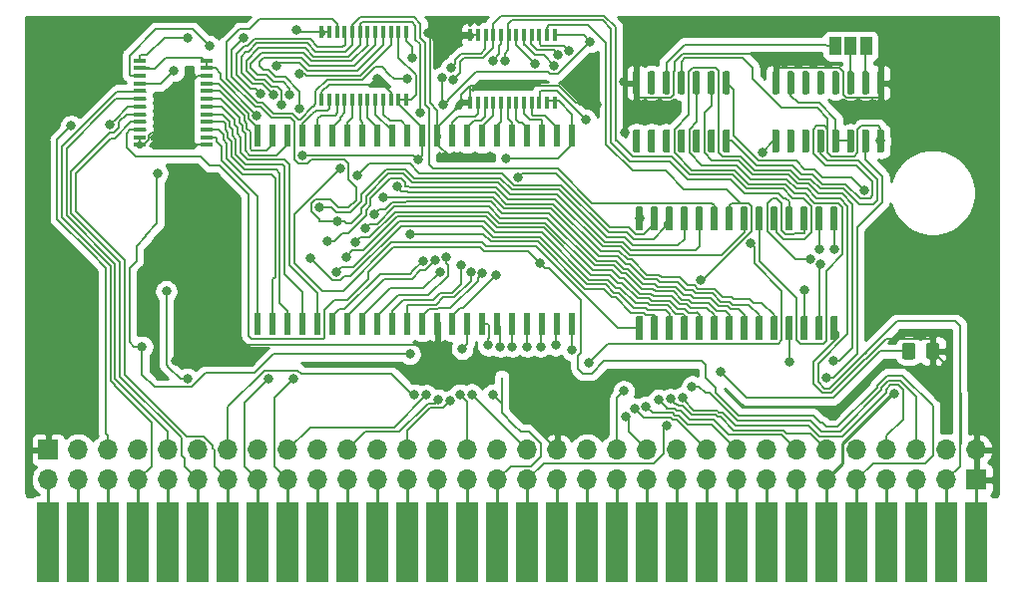
<source format=gbr>
G04 #@! TF.GenerationSoftware,KiCad,Pcbnew,(5.1.4)-1*
G04 #@! TF.CreationDate,2021-02-27T15:59:54-03:00*
G04 #@! TF.ProjectId,OpenDrive-Genesis,4f70656e-4472-4697-9665-2d47656e6573,rev?*
G04 #@! TF.SameCoordinates,Original*
G04 #@! TF.FileFunction,Copper,L1,Top*
G04 #@! TF.FilePolarity,Positive*
%FSLAX46Y46*%
G04 Gerber Fmt 4.6, Leading zero omitted, Abs format (unit mm)*
G04 Created by KiCad (PCBNEW (5.1.4)-1) date 2021-02-27 15:59:54*
%MOMM*%
%LPD*%
G04 APERTURE LIST*
%ADD10R,0.400000X1.100000*%
%ADD11R,1.100000X0.400000*%
%ADD12R,1.905000X6.858000*%
%ADD13R,0.500000X1.900000*%
%ADD14C,0.100000*%
%ADD15C,0.600000*%
%ADD16R,1.000000X1.500000*%
%ADD17C,1.150000*%
%ADD18O,1.700000X1.700000*%
%ADD19R,1.700000X1.700000*%
%ADD20C,0.800000*%
%ADD21C,0.250000*%
%ADD22C,0.200000*%
%ADD23C,0.254000*%
G04 APERTURE END LIST*
D10*
X95929400Y-45054400D03*
X95279400Y-45054400D03*
X94629400Y-45054400D03*
X93979400Y-45054400D03*
X93329400Y-45054400D03*
X92679400Y-45054400D03*
X92029400Y-45054400D03*
X91379400Y-45054400D03*
X90729400Y-45054400D03*
X90079400Y-45054400D03*
X89429400Y-45054400D03*
X88779400Y-45054400D03*
X88779400Y-50754400D03*
X89429400Y-50754400D03*
X90079400Y-50754400D03*
X90729400Y-50754400D03*
X91379400Y-50754400D03*
X92029400Y-50754400D03*
X92679400Y-50754400D03*
X93329400Y-50754400D03*
X93979400Y-50754400D03*
X94629400Y-50754400D03*
X95279400Y-50754400D03*
X95929400Y-50754400D03*
X83331000Y-50500400D03*
X82681000Y-50500400D03*
X82031000Y-50500400D03*
X81381000Y-50500400D03*
X80731000Y-50500400D03*
X80081000Y-50500400D03*
X79431000Y-50500400D03*
X78781000Y-50500400D03*
X78131000Y-50500400D03*
X77481000Y-50500400D03*
X76831000Y-50500400D03*
X76181000Y-50500400D03*
X76181000Y-44800400D03*
X76831000Y-44800400D03*
X77481000Y-44800400D03*
X78131000Y-44800400D03*
X78781000Y-44800400D03*
X79431000Y-44800400D03*
X80081000Y-44800400D03*
X80731000Y-44800400D03*
X81381000Y-44800400D03*
X82031000Y-44800400D03*
X82681000Y-44800400D03*
X83331000Y-44800400D03*
D11*
X66406000Y-47204800D03*
X66406000Y-47854800D03*
X66406000Y-48504800D03*
X66406000Y-49154800D03*
X66406000Y-49804800D03*
X66406000Y-50454800D03*
X66406000Y-51104800D03*
X66406000Y-51754800D03*
X66406000Y-52404800D03*
X66406000Y-53054800D03*
X66406000Y-53704800D03*
X66406000Y-54354800D03*
X60706000Y-54354800D03*
X60706000Y-53704800D03*
X60706000Y-53054800D03*
X60706000Y-52404800D03*
X60706000Y-51754800D03*
X60706000Y-51104800D03*
X60706000Y-50454800D03*
X60706000Y-49804800D03*
X60706000Y-49154800D03*
X60706000Y-48504800D03*
X60706000Y-47854800D03*
X60706000Y-47204800D03*
D12*
X52959000Y-88138000D03*
X55499000Y-88138000D03*
X58039000Y-88138000D03*
X60579000Y-88138000D03*
X63119000Y-88138000D03*
X65659000Y-88138000D03*
X68199000Y-88138000D03*
X70739000Y-88138000D03*
X73279000Y-88138000D03*
X75819000Y-88138000D03*
X78359000Y-88138000D03*
X80899000Y-88138000D03*
X83439000Y-88138000D03*
X85979000Y-88138000D03*
X88519000Y-88138000D03*
X91059000Y-88138000D03*
X93599000Y-88138000D03*
X96139000Y-88138000D03*
X98679000Y-88138000D03*
X101219000Y-88138000D03*
X103759000Y-88138000D03*
X106299000Y-88138000D03*
X108839000Y-88138000D03*
X111379000Y-88138000D03*
X113919000Y-88138000D03*
X116459000Y-88138000D03*
X118999000Y-88138000D03*
X121539000Y-88138000D03*
X124079000Y-88138000D03*
X126619000Y-88138000D03*
X129159000Y-88138000D03*
X131699000Y-88138000D03*
D13*
X70739000Y-53595000D03*
X72009000Y-53595000D03*
X73279000Y-53595000D03*
X74549000Y-53595000D03*
X75819000Y-53595000D03*
X77089000Y-53595000D03*
X78359000Y-53595000D03*
X79629000Y-53595000D03*
X80899000Y-53595000D03*
X82169000Y-53595000D03*
X83439000Y-53595000D03*
X84709000Y-53595000D03*
X85979000Y-53595000D03*
X87249000Y-53595000D03*
X88519000Y-53595000D03*
X89789000Y-53595000D03*
X91059000Y-53595000D03*
X92329000Y-53595000D03*
X93599000Y-53595000D03*
X94869000Y-53595000D03*
X97409000Y-69595000D03*
X97409000Y-53595000D03*
X96139000Y-69595000D03*
X96139000Y-53595000D03*
X94869000Y-69595000D03*
X93599000Y-69595000D03*
X92329000Y-69595000D03*
X91059000Y-69595000D03*
X89789000Y-69595000D03*
X88519000Y-69595000D03*
X87249000Y-69595000D03*
X85979000Y-69595000D03*
X84709000Y-69595000D03*
X83439000Y-69595000D03*
X82169000Y-69595000D03*
X80899000Y-69595000D03*
X79629000Y-69595000D03*
X78359000Y-69595000D03*
X77089000Y-69595000D03*
X75819000Y-69595000D03*
X74549000Y-69595000D03*
X73279000Y-69595000D03*
X72009000Y-69595000D03*
X70739000Y-69595000D03*
D14*
G36*
X123735703Y-48112722D02*
G01*
X123750264Y-48114882D01*
X123764543Y-48118459D01*
X123778403Y-48123418D01*
X123791710Y-48129712D01*
X123804336Y-48137280D01*
X123816159Y-48146048D01*
X123827066Y-48155934D01*
X123836952Y-48166841D01*
X123845720Y-48178664D01*
X123853288Y-48191290D01*
X123859582Y-48204597D01*
X123864541Y-48218457D01*
X123868118Y-48232736D01*
X123870278Y-48247297D01*
X123871000Y-48262000D01*
X123871000Y-49912000D01*
X123870278Y-49926703D01*
X123868118Y-49941264D01*
X123864541Y-49955543D01*
X123859582Y-49969403D01*
X123853288Y-49982710D01*
X123845720Y-49995336D01*
X123836952Y-50007159D01*
X123827066Y-50018066D01*
X123816159Y-50027952D01*
X123804336Y-50036720D01*
X123791710Y-50044288D01*
X123778403Y-50050582D01*
X123764543Y-50055541D01*
X123750264Y-50059118D01*
X123735703Y-50061278D01*
X123721000Y-50062000D01*
X123421000Y-50062000D01*
X123406297Y-50061278D01*
X123391736Y-50059118D01*
X123377457Y-50055541D01*
X123363597Y-50050582D01*
X123350290Y-50044288D01*
X123337664Y-50036720D01*
X123325841Y-50027952D01*
X123314934Y-50018066D01*
X123305048Y-50007159D01*
X123296280Y-49995336D01*
X123288712Y-49982710D01*
X123282418Y-49969403D01*
X123277459Y-49955543D01*
X123273882Y-49941264D01*
X123271722Y-49926703D01*
X123271000Y-49912000D01*
X123271000Y-48262000D01*
X123271722Y-48247297D01*
X123273882Y-48232736D01*
X123277459Y-48218457D01*
X123282418Y-48204597D01*
X123288712Y-48191290D01*
X123296280Y-48178664D01*
X123305048Y-48166841D01*
X123314934Y-48155934D01*
X123325841Y-48146048D01*
X123337664Y-48137280D01*
X123350290Y-48129712D01*
X123363597Y-48123418D01*
X123377457Y-48118459D01*
X123391736Y-48114882D01*
X123406297Y-48112722D01*
X123421000Y-48112000D01*
X123721000Y-48112000D01*
X123735703Y-48112722D01*
X123735703Y-48112722D01*
G37*
D15*
X123571000Y-49087000D03*
D14*
G36*
X122465703Y-48112722D02*
G01*
X122480264Y-48114882D01*
X122494543Y-48118459D01*
X122508403Y-48123418D01*
X122521710Y-48129712D01*
X122534336Y-48137280D01*
X122546159Y-48146048D01*
X122557066Y-48155934D01*
X122566952Y-48166841D01*
X122575720Y-48178664D01*
X122583288Y-48191290D01*
X122589582Y-48204597D01*
X122594541Y-48218457D01*
X122598118Y-48232736D01*
X122600278Y-48247297D01*
X122601000Y-48262000D01*
X122601000Y-49912000D01*
X122600278Y-49926703D01*
X122598118Y-49941264D01*
X122594541Y-49955543D01*
X122589582Y-49969403D01*
X122583288Y-49982710D01*
X122575720Y-49995336D01*
X122566952Y-50007159D01*
X122557066Y-50018066D01*
X122546159Y-50027952D01*
X122534336Y-50036720D01*
X122521710Y-50044288D01*
X122508403Y-50050582D01*
X122494543Y-50055541D01*
X122480264Y-50059118D01*
X122465703Y-50061278D01*
X122451000Y-50062000D01*
X122151000Y-50062000D01*
X122136297Y-50061278D01*
X122121736Y-50059118D01*
X122107457Y-50055541D01*
X122093597Y-50050582D01*
X122080290Y-50044288D01*
X122067664Y-50036720D01*
X122055841Y-50027952D01*
X122044934Y-50018066D01*
X122035048Y-50007159D01*
X122026280Y-49995336D01*
X122018712Y-49982710D01*
X122012418Y-49969403D01*
X122007459Y-49955543D01*
X122003882Y-49941264D01*
X122001722Y-49926703D01*
X122001000Y-49912000D01*
X122001000Y-48262000D01*
X122001722Y-48247297D01*
X122003882Y-48232736D01*
X122007459Y-48218457D01*
X122012418Y-48204597D01*
X122018712Y-48191290D01*
X122026280Y-48178664D01*
X122035048Y-48166841D01*
X122044934Y-48155934D01*
X122055841Y-48146048D01*
X122067664Y-48137280D01*
X122080290Y-48129712D01*
X122093597Y-48123418D01*
X122107457Y-48118459D01*
X122121736Y-48114882D01*
X122136297Y-48112722D01*
X122151000Y-48112000D01*
X122451000Y-48112000D01*
X122465703Y-48112722D01*
X122465703Y-48112722D01*
G37*
D15*
X122301000Y-49087000D03*
D14*
G36*
X121195703Y-48112722D02*
G01*
X121210264Y-48114882D01*
X121224543Y-48118459D01*
X121238403Y-48123418D01*
X121251710Y-48129712D01*
X121264336Y-48137280D01*
X121276159Y-48146048D01*
X121287066Y-48155934D01*
X121296952Y-48166841D01*
X121305720Y-48178664D01*
X121313288Y-48191290D01*
X121319582Y-48204597D01*
X121324541Y-48218457D01*
X121328118Y-48232736D01*
X121330278Y-48247297D01*
X121331000Y-48262000D01*
X121331000Y-49912000D01*
X121330278Y-49926703D01*
X121328118Y-49941264D01*
X121324541Y-49955543D01*
X121319582Y-49969403D01*
X121313288Y-49982710D01*
X121305720Y-49995336D01*
X121296952Y-50007159D01*
X121287066Y-50018066D01*
X121276159Y-50027952D01*
X121264336Y-50036720D01*
X121251710Y-50044288D01*
X121238403Y-50050582D01*
X121224543Y-50055541D01*
X121210264Y-50059118D01*
X121195703Y-50061278D01*
X121181000Y-50062000D01*
X120881000Y-50062000D01*
X120866297Y-50061278D01*
X120851736Y-50059118D01*
X120837457Y-50055541D01*
X120823597Y-50050582D01*
X120810290Y-50044288D01*
X120797664Y-50036720D01*
X120785841Y-50027952D01*
X120774934Y-50018066D01*
X120765048Y-50007159D01*
X120756280Y-49995336D01*
X120748712Y-49982710D01*
X120742418Y-49969403D01*
X120737459Y-49955543D01*
X120733882Y-49941264D01*
X120731722Y-49926703D01*
X120731000Y-49912000D01*
X120731000Y-48262000D01*
X120731722Y-48247297D01*
X120733882Y-48232736D01*
X120737459Y-48218457D01*
X120742418Y-48204597D01*
X120748712Y-48191290D01*
X120756280Y-48178664D01*
X120765048Y-48166841D01*
X120774934Y-48155934D01*
X120785841Y-48146048D01*
X120797664Y-48137280D01*
X120810290Y-48129712D01*
X120823597Y-48123418D01*
X120837457Y-48118459D01*
X120851736Y-48114882D01*
X120866297Y-48112722D01*
X120881000Y-48112000D01*
X121181000Y-48112000D01*
X121195703Y-48112722D01*
X121195703Y-48112722D01*
G37*
D15*
X121031000Y-49087000D03*
D14*
G36*
X119925703Y-48112722D02*
G01*
X119940264Y-48114882D01*
X119954543Y-48118459D01*
X119968403Y-48123418D01*
X119981710Y-48129712D01*
X119994336Y-48137280D01*
X120006159Y-48146048D01*
X120017066Y-48155934D01*
X120026952Y-48166841D01*
X120035720Y-48178664D01*
X120043288Y-48191290D01*
X120049582Y-48204597D01*
X120054541Y-48218457D01*
X120058118Y-48232736D01*
X120060278Y-48247297D01*
X120061000Y-48262000D01*
X120061000Y-49912000D01*
X120060278Y-49926703D01*
X120058118Y-49941264D01*
X120054541Y-49955543D01*
X120049582Y-49969403D01*
X120043288Y-49982710D01*
X120035720Y-49995336D01*
X120026952Y-50007159D01*
X120017066Y-50018066D01*
X120006159Y-50027952D01*
X119994336Y-50036720D01*
X119981710Y-50044288D01*
X119968403Y-50050582D01*
X119954543Y-50055541D01*
X119940264Y-50059118D01*
X119925703Y-50061278D01*
X119911000Y-50062000D01*
X119611000Y-50062000D01*
X119596297Y-50061278D01*
X119581736Y-50059118D01*
X119567457Y-50055541D01*
X119553597Y-50050582D01*
X119540290Y-50044288D01*
X119527664Y-50036720D01*
X119515841Y-50027952D01*
X119504934Y-50018066D01*
X119495048Y-50007159D01*
X119486280Y-49995336D01*
X119478712Y-49982710D01*
X119472418Y-49969403D01*
X119467459Y-49955543D01*
X119463882Y-49941264D01*
X119461722Y-49926703D01*
X119461000Y-49912000D01*
X119461000Y-48262000D01*
X119461722Y-48247297D01*
X119463882Y-48232736D01*
X119467459Y-48218457D01*
X119472418Y-48204597D01*
X119478712Y-48191290D01*
X119486280Y-48178664D01*
X119495048Y-48166841D01*
X119504934Y-48155934D01*
X119515841Y-48146048D01*
X119527664Y-48137280D01*
X119540290Y-48129712D01*
X119553597Y-48123418D01*
X119567457Y-48118459D01*
X119581736Y-48114882D01*
X119596297Y-48112722D01*
X119611000Y-48112000D01*
X119911000Y-48112000D01*
X119925703Y-48112722D01*
X119925703Y-48112722D01*
G37*
D15*
X119761000Y-49087000D03*
D14*
G36*
X118655703Y-48112722D02*
G01*
X118670264Y-48114882D01*
X118684543Y-48118459D01*
X118698403Y-48123418D01*
X118711710Y-48129712D01*
X118724336Y-48137280D01*
X118736159Y-48146048D01*
X118747066Y-48155934D01*
X118756952Y-48166841D01*
X118765720Y-48178664D01*
X118773288Y-48191290D01*
X118779582Y-48204597D01*
X118784541Y-48218457D01*
X118788118Y-48232736D01*
X118790278Y-48247297D01*
X118791000Y-48262000D01*
X118791000Y-49912000D01*
X118790278Y-49926703D01*
X118788118Y-49941264D01*
X118784541Y-49955543D01*
X118779582Y-49969403D01*
X118773288Y-49982710D01*
X118765720Y-49995336D01*
X118756952Y-50007159D01*
X118747066Y-50018066D01*
X118736159Y-50027952D01*
X118724336Y-50036720D01*
X118711710Y-50044288D01*
X118698403Y-50050582D01*
X118684543Y-50055541D01*
X118670264Y-50059118D01*
X118655703Y-50061278D01*
X118641000Y-50062000D01*
X118341000Y-50062000D01*
X118326297Y-50061278D01*
X118311736Y-50059118D01*
X118297457Y-50055541D01*
X118283597Y-50050582D01*
X118270290Y-50044288D01*
X118257664Y-50036720D01*
X118245841Y-50027952D01*
X118234934Y-50018066D01*
X118225048Y-50007159D01*
X118216280Y-49995336D01*
X118208712Y-49982710D01*
X118202418Y-49969403D01*
X118197459Y-49955543D01*
X118193882Y-49941264D01*
X118191722Y-49926703D01*
X118191000Y-49912000D01*
X118191000Y-48262000D01*
X118191722Y-48247297D01*
X118193882Y-48232736D01*
X118197459Y-48218457D01*
X118202418Y-48204597D01*
X118208712Y-48191290D01*
X118216280Y-48178664D01*
X118225048Y-48166841D01*
X118234934Y-48155934D01*
X118245841Y-48146048D01*
X118257664Y-48137280D01*
X118270290Y-48129712D01*
X118283597Y-48123418D01*
X118297457Y-48118459D01*
X118311736Y-48114882D01*
X118326297Y-48112722D01*
X118341000Y-48112000D01*
X118641000Y-48112000D01*
X118655703Y-48112722D01*
X118655703Y-48112722D01*
G37*
D15*
X118491000Y-49087000D03*
D14*
G36*
X117385703Y-48112722D02*
G01*
X117400264Y-48114882D01*
X117414543Y-48118459D01*
X117428403Y-48123418D01*
X117441710Y-48129712D01*
X117454336Y-48137280D01*
X117466159Y-48146048D01*
X117477066Y-48155934D01*
X117486952Y-48166841D01*
X117495720Y-48178664D01*
X117503288Y-48191290D01*
X117509582Y-48204597D01*
X117514541Y-48218457D01*
X117518118Y-48232736D01*
X117520278Y-48247297D01*
X117521000Y-48262000D01*
X117521000Y-49912000D01*
X117520278Y-49926703D01*
X117518118Y-49941264D01*
X117514541Y-49955543D01*
X117509582Y-49969403D01*
X117503288Y-49982710D01*
X117495720Y-49995336D01*
X117486952Y-50007159D01*
X117477066Y-50018066D01*
X117466159Y-50027952D01*
X117454336Y-50036720D01*
X117441710Y-50044288D01*
X117428403Y-50050582D01*
X117414543Y-50055541D01*
X117400264Y-50059118D01*
X117385703Y-50061278D01*
X117371000Y-50062000D01*
X117071000Y-50062000D01*
X117056297Y-50061278D01*
X117041736Y-50059118D01*
X117027457Y-50055541D01*
X117013597Y-50050582D01*
X117000290Y-50044288D01*
X116987664Y-50036720D01*
X116975841Y-50027952D01*
X116964934Y-50018066D01*
X116955048Y-50007159D01*
X116946280Y-49995336D01*
X116938712Y-49982710D01*
X116932418Y-49969403D01*
X116927459Y-49955543D01*
X116923882Y-49941264D01*
X116921722Y-49926703D01*
X116921000Y-49912000D01*
X116921000Y-48262000D01*
X116921722Y-48247297D01*
X116923882Y-48232736D01*
X116927459Y-48218457D01*
X116932418Y-48204597D01*
X116938712Y-48191290D01*
X116946280Y-48178664D01*
X116955048Y-48166841D01*
X116964934Y-48155934D01*
X116975841Y-48146048D01*
X116987664Y-48137280D01*
X117000290Y-48129712D01*
X117013597Y-48123418D01*
X117027457Y-48118459D01*
X117041736Y-48114882D01*
X117056297Y-48112722D01*
X117071000Y-48112000D01*
X117371000Y-48112000D01*
X117385703Y-48112722D01*
X117385703Y-48112722D01*
G37*
D15*
X117221000Y-49087000D03*
D14*
G36*
X116115703Y-48112722D02*
G01*
X116130264Y-48114882D01*
X116144543Y-48118459D01*
X116158403Y-48123418D01*
X116171710Y-48129712D01*
X116184336Y-48137280D01*
X116196159Y-48146048D01*
X116207066Y-48155934D01*
X116216952Y-48166841D01*
X116225720Y-48178664D01*
X116233288Y-48191290D01*
X116239582Y-48204597D01*
X116244541Y-48218457D01*
X116248118Y-48232736D01*
X116250278Y-48247297D01*
X116251000Y-48262000D01*
X116251000Y-49912000D01*
X116250278Y-49926703D01*
X116248118Y-49941264D01*
X116244541Y-49955543D01*
X116239582Y-49969403D01*
X116233288Y-49982710D01*
X116225720Y-49995336D01*
X116216952Y-50007159D01*
X116207066Y-50018066D01*
X116196159Y-50027952D01*
X116184336Y-50036720D01*
X116171710Y-50044288D01*
X116158403Y-50050582D01*
X116144543Y-50055541D01*
X116130264Y-50059118D01*
X116115703Y-50061278D01*
X116101000Y-50062000D01*
X115801000Y-50062000D01*
X115786297Y-50061278D01*
X115771736Y-50059118D01*
X115757457Y-50055541D01*
X115743597Y-50050582D01*
X115730290Y-50044288D01*
X115717664Y-50036720D01*
X115705841Y-50027952D01*
X115694934Y-50018066D01*
X115685048Y-50007159D01*
X115676280Y-49995336D01*
X115668712Y-49982710D01*
X115662418Y-49969403D01*
X115657459Y-49955543D01*
X115653882Y-49941264D01*
X115651722Y-49926703D01*
X115651000Y-49912000D01*
X115651000Y-48262000D01*
X115651722Y-48247297D01*
X115653882Y-48232736D01*
X115657459Y-48218457D01*
X115662418Y-48204597D01*
X115668712Y-48191290D01*
X115676280Y-48178664D01*
X115685048Y-48166841D01*
X115694934Y-48155934D01*
X115705841Y-48146048D01*
X115717664Y-48137280D01*
X115730290Y-48129712D01*
X115743597Y-48123418D01*
X115757457Y-48118459D01*
X115771736Y-48114882D01*
X115786297Y-48112722D01*
X115801000Y-48112000D01*
X116101000Y-48112000D01*
X116115703Y-48112722D01*
X116115703Y-48112722D01*
G37*
D15*
X115951000Y-49087000D03*
D14*
G36*
X114845703Y-48112722D02*
G01*
X114860264Y-48114882D01*
X114874543Y-48118459D01*
X114888403Y-48123418D01*
X114901710Y-48129712D01*
X114914336Y-48137280D01*
X114926159Y-48146048D01*
X114937066Y-48155934D01*
X114946952Y-48166841D01*
X114955720Y-48178664D01*
X114963288Y-48191290D01*
X114969582Y-48204597D01*
X114974541Y-48218457D01*
X114978118Y-48232736D01*
X114980278Y-48247297D01*
X114981000Y-48262000D01*
X114981000Y-49912000D01*
X114980278Y-49926703D01*
X114978118Y-49941264D01*
X114974541Y-49955543D01*
X114969582Y-49969403D01*
X114963288Y-49982710D01*
X114955720Y-49995336D01*
X114946952Y-50007159D01*
X114937066Y-50018066D01*
X114926159Y-50027952D01*
X114914336Y-50036720D01*
X114901710Y-50044288D01*
X114888403Y-50050582D01*
X114874543Y-50055541D01*
X114860264Y-50059118D01*
X114845703Y-50061278D01*
X114831000Y-50062000D01*
X114531000Y-50062000D01*
X114516297Y-50061278D01*
X114501736Y-50059118D01*
X114487457Y-50055541D01*
X114473597Y-50050582D01*
X114460290Y-50044288D01*
X114447664Y-50036720D01*
X114435841Y-50027952D01*
X114424934Y-50018066D01*
X114415048Y-50007159D01*
X114406280Y-49995336D01*
X114398712Y-49982710D01*
X114392418Y-49969403D01*
X114387459Y-49955543D01*
X114383882Y-49941264D01*
X114381722Y-49926703D01*
X114381000Y-49912000D01*
X114381000Y-48262000D01*
X114381722Y-48247297D01*
X114383882Y-48232736D01*
X114387459Y-48218457D01*
X114392418Y-48204597D01*
X114398712Y-48191290D01*
X114406280Y-48178664D01*
X114415048Y-48166841D01*
X114424934Y-48155934D01*
X114435841Y-48146048D01*
X114447664Y-48137280D01*
X114460290Y-48129712D01*
X114473597Y-48123418D01*
X114487457Y-48118459D01*
X114501736Y-48114882D01*
X114516297Y-48112722D01*
X114531000Y-48112000D01*
X114831000Y-48112000D01*
X114845703Y-48112722D01*
X114845703Y-48112722D01*
G37*
D15*
X114681000Y-49087000D03*
D14*
G36*
X114845703Y-53062722D02*
G01*
X114860264Y-53064882D01*
X114874543Y-53068459D01*
X114888403Y-53073418D01*
X114901710Y-53079712D01*
X114914336Y-53087280D01*
X114926159Y-53096048D01*
X114937066Y-53105934D01*
X114946952Y-53116841D01*
X114955720Y-53128664D01*
X114963288Y-53141290D01*
X114969582Y-53154597D01*
X114974541Y-53168457D01*
X114978118Y-53182736D01*
X114980278Y-53197297D01*
X114981000Y-53212000D01*
X114981000Y-54862000D01*
X114980278Y-54876703D01*
X114978118Y-54891264D01*
X114974541Y-54905543D01*
X114969582Y-54919403D01*
X114963288Y-54932710D01*
X114955720Y-54945336D01*
X114946952Y-54957159D01*
X114937066Y-54968066D01*
X114926159Y-54977952D01*
X114914336Y-54986720D01*
X114901710Y-54994288D01*
X114888403Y-55000582D01*
X114874543Y-55005541D01*
X114860264Y-55009118D01*
X114845703Y-55011278D01*
X114831000Y-55012000D01*
X114531000Y-55012000D01*
X114516297Y-55011278D01*
X114501736Y-55009118D01*
X114487457Y-55005541D01*
X114473597Y-55000582D01*
X114460290Y-54994288D01*
X114447664Y-54986720D01*
X114435841Y-54977952D01*
X114424934Y-54968066D01*
X114415048Y-54957159D01*
X114406280Y-54945336D01*
X114398712Y-54932710D01*
X114392418Y-54919403D01*
X114387459Y-54905543D01*
X114383882Y-54891264D01*
X114381722Y-54876703D01*
X114381000Y-54862000D01*
X114381000Y-53212000D01*
X114381722Y-53197297D01*
X114383882Y-53182736D01*
X114387459Y-53168457D01*
X114392418Y-53154597D01*
X114398712Y-53141290D01*
X114406280Y-53128664D01*
X114415048Y-53116841D01*
X114424934Y-53105934D01*
X114435841Y-53096048D01*
X114447664Y-53087280D01*
X114460290Y-53079712D01*
X114473597Y-53073418D01*
X114487457Y-53068459D01*
X114501736Y-53064882D01*
X114516297Y-53062722D01*
X114531000Y-53062000D01*
X114831000Y-53062000D01*
X114845703Y-53062722D01*
X114845703Y-53062722D01*
G37*
D15*
X114681000Y-54037000D03*
D14*
G36*
X116115703Y-53062722D02*
G01*
X116130264Y-53064882D01*
X116144543Y-53068459D01*
X116158403Y-53073418D01*
X116171710Y-53079712D01*
X116184336Y-53087280D01*
X116196159Y-53096048D01*
X116207066Y-53105934D01*
X116216952Y-53116841D01*
X116225720Y-53128664D01*
X116233288Y-53141290D01*
X116239582Y-53154597D01*
X116244541Y-53168457D01*
X116248118Y-53182736D01*
X116250278Y-53197297D01*
X116251000Y-53212000D01*
X116251000Y-54862000D01*
X116250278Y-54876703D01*
X116248118Y-54891264D01*
X116244541Y-54905543D01*
X116239582Y-54919403D01*
X116233288Y-54932710D01*
X116225720Y-54945336D01*
X116216952Y-54957159D01*
X116207066Y-54968066D01*
X116196159Y-54977952D01*
X116184336Y-54986720D01*
X116171710Y-54994288D01*
X116158403Y-55000582D01*
X116144543Y-55005541D01*
X116130264Y-55009118D01*
X116115703Y-55011278D01*
X116101000Y-55012000D01*
X115801000Y-55012000D01*
X115786297Y-55011278D01*
X115771736Y-55009118D01*
X115757457Y-55005541D01*
X115743597Y-55000582D01*
X115730290Y-54994288D01*
X115717664Y-54986720D01*
X115705841Y-54977952D01*
X115694934Y-54968066D01*
X115685048Y-54957159D01*
X115676280Y-54945336D01*
X115668712Y-54932710D01*
X115662418Y-54919403D01*
X115657459Y-54905543D01*
X115653882Y-54891264D01*
X115651722Y-54876703D01*
X115651000Y-54862000D01*
X115651000Y-53212000D01*
X115651722Y-53197297D01*
X115653882Y-53182736D01*
X115657459Y-53168457D01*
X115662418Y-53154597D01*
X115668712Y-53141290D01*
X115676280Y-53128664D01*
X115685048Y-53116841D01*
X115694934Y-53105934D01*
X115705841Y-53096048D01*
X115717664Y-53087280D01*
X115730290Y-53079712D01*
X115743597Y-53073418D01*
X115757457Y-53068459D01*
X115771736Y-53064882D01*
X115786297Y-53062722D01*
X115801000Y-53062000D01*
X116101000Y-53062000D01*
X116115703Y-53062722D01*
X116115703Y-53062722D01*
G37*
D15*
X115951000Y-54037000D03*
D14*
G36*
X117385703Y-53062722D02*
G01*
X117400264Y-53064882D01*
X117414543Y-53068459D01*
X117428403Y-53073418D01*
X117441710Y-53079712D01*
X117454336Y-53087280D01*
X117466159Y-53096048D01*
X117477066Y-53105934D01*
X117486952Y-53116841D01*
X117495720Y-53128664D01*
X117503288Y-53141290D01*
X117509582Y-53154597D01*
X117514541Y-53168457D01*
X117518118Y-53182736D01*
X117520278Y-53197297D01*
X117521000Y-53212000D01*
X117521000Y-54862000D01*
X117520278Y-54876703D01*
X117518118Y-54891264D01*
X117514541Y-54905543D01*
X117509582Y-54919403D01*
X117503288Y-54932710D01*
X117495720Y-54945336D01*
X117486952Y-54957159D01*
X117477066Y-54968066D01*
X117466159Y-54977952D01*
X117454336Y-54986720D01*
X117441710Y-54994288D01*
X117428403Y-55000582D01*
X117414543Y-55005541D01*
X117400264Y-55009118D01*
X117385703Y-55011278D01*
X117371000Y-55012000D01*
X117071000Y-55012000D01*
X117056297Y-55011278D01*
X117041736Y-55009118D01*
X117027457Y-55005541D01*
X117013597Y-55000582D01*
X117000290Y-54994288D01*
X116987664Y-54986720D01*
X116975841Y-54977952D01*
X116964934Y-54968066D01*
X116955048Y-54957159D01*
X116946280Y-54945336D01*
X116938712Y-54932710D01*
X116932418Y-54919403D01*
X116927459Y-54905543D01*
X116923882Y-54891264D01*
X116921722Y-54876703D01*
X116921000Y-54862000D01*
X116921000Y-53212000D01*
X116921722Y-53197297D01*
X116923882Y-53182736D01*
X116927459Y-53168457D01*
X116932418Y-53154597D01*
X116938712Y-53141290D01*
X116946280Y-53128664D01*
X116955048Y-53116841D01*
X116964934Y-53105934D01*
X116975841Y-53096048D01*
X116987664Y-53087280D01*
X117000290Y-53079712D01*
X117013597Y-53073418D01*
X117027457Y-53068459D01*
X117041736Y-53064882D01*
X117056297Y-53062722D01*
X117071000Y-53062000D01*
X117371000Y-53062000D01*
X117385703Y-53062722D01*
X117385703Y-53062722D01*
G37*
D15*
X117221000Y-54037000D03*
D14*
G36*
X118655703Y-53062722D02*
G01*
X118670264Y-53064882D01*
X118684543Y-53068459D01*
X118698403Y-53073418D01*
X118711710Y-53079712D01*
X118724336Y-53087280D01*
X118736159Y-53096048D01*
X118747066Y-53105934D01*
X118756952Y-53116841D01*
X118765720Y-53128664D01*
X118773288Y-53141290D01*
X118779582Y-53154597D01*
X118784541Y-53168457D01*
X118788118Y-53182736D01*
X118790278Y-53197297D01*
X118791000Y-53212000D01*
X118791000Y-54862000D01*
X118790278Y-54876703D01*
X118788118Y-54891264D01*
X118784541Y-54905543D01*
X118779582Y-54919403D01*
X118773288Y-54932710D01*
X118765720Y-54945336D01*
X118756952Y-54957159D01*
X118747066Y-54968066D01*
X118736159Y-54977952D01*
X118724336Y-54986720D01*
X118711710Y-54994288D01*
X118698403Y-55000582D01*
X118684543Y-55005541D01*
X118670264Y-55009118D01*
X118655703Y-55011278D01*
X118641000Y-55012000D01*
X118341000Y-55012000D01*
X118326297Y-55011278D01*
X118311736Y-55009118D01*
X118297457Y-55005541D01*
X118283597Y-55000582D01*
X118270290Y-54994288D01*
X118257664Y-54986720D01*
X118245841Y-54977952D01*
X118234934Y-54968066D01*
X118225048Y-54957159D01*
X118216280Y-54945336D01*
X118208712Y-54932710D01*
X118202418Y-54919403D01*
X118197459Y-54905543D01*
X118193882Y-54891264D01*
X118191722Y-54876703D01*
X118191000Y-54862000D01*
X118191000Y-53212000D01*
X118191722Y-53197297D01*
X118193882Y-53182736D01*
X118197459Y-53168457D01*
X118202418Y-53154597D01*
X118208712Y-53141290D01*
X118216280Y-53128664D01*
X118225048Y-53116841D01*
X118234934Y-53105934D01*
X118245841Y-53096048D01*
X118257664Y-53087280D01*
X118270290Y-53079712D01*
X118283597Y-53073418D01*
X118297457Y-53068459D01*
X118311736Y-53064882D01*
X118326297Y-53062722D01*
X118341000Y-53062000D01*
X118641000Y-53062000D01*
X118655703Y-53062722D01*
X118655703Y-53062722D01*
G37*
D15*
X118491000Y-54037000D03*
D14*
G36*
X119925703Y-53062722D02*
G01*
X119940264Y-53064882D01*
X119954543Y-53068459D01*
X119968403Y-53073418D01*
X119981710Y-53079712D01*
X119994336Y-53087280D01*
X120006159Y-53096048D01*
X120017066Y-53105934D01*
X120026952Y-53116841D01*
X120035720Y-53128664D01*
X120043288Y-53141290D01*
X120049582Y-53154597D01*
X120054541Y-53168457D01*
X120058118Y-53182736D01*
X120060278Y-53197297D01*
X120061000Y-53212000D01*
X120061000Y-54862000D01*
X120060278Y-54876703D01*
X120058118Y-54891264D01*
X120054541Y-54905543D01*
X120049582Y-54919403D01*
X120043288Y-54932710D01*
X120035720Y-54945336D01*
X120026952Y-54957159D01*
X120017066Y-54968066D01*
X120006159Y-54977952D01*
X119994336Y-54986720D01*
X119981710Y-54994288D01*
X119968403Y-55000582D01*
X119954543Y-55005541D01*
X119940264Y-55009118D01*
X119925703Y-55011278D01*
X119911000Y-55012000D01*
X119611000Y-55012000D01*
X119596297Y-55011278D01*
X119581736Y-55009118D01*
X119567457Y-55005541D01*
X119553597Y-55000582D01*
X119540290Y-54994288D01*
X119527664Y-54986720D01*
X119515841Y-54977952D01*
X119504934Y-54968066D01*
X119495048Y-54957159D01*
X119486280Y-54945336D01*
X119478712Y-54932710D01*
X119472418Y-54919403D01*
X119467459Y-54905543D01*
X119463882Y-54891264D01*
X119461722Y-54876703D01*
X119461000Y-54862000D01*
X119461000Y-53212000D01*
X119461722Y-53197297D01*
X119463882Y-53182736D01*
X119467459Y-53168457D01*
X119472418Y-53154597D01*
X119478712Y-53141290D01*
X119486280Y-53128664D01*
X119495048Y-53116841D01*
X119504934Y-53105934D01*
X119515841Y-53096048D01*
X119527664Y-53087280D01*
X119540290Y-53079712D01*
X119553597Y-53073418D01*
X119567457Y-53068459D01*
X119581736Y-53064882D01*
X119596297Y-53062722D01*
X119611000Y-53062000D01*
X119911000Y-53062000D01*
X119925703Y-53062722D01*
X119925703Y-53062722D01*
G37*
D15*
X119761000Y-54037000D03*
D14*
G36*
X121195703Y-53062722D02*
G01*
X121210264Y-53064882D01*
X121224543Y-53068459D01*
X121238403Y-53073418D01*
X121251710Y-53079712D01*
X121264336Y-53087280D01*
X121276159Y-53096048D01*
X121287066Y-53105934D01*
X121296952Y-53116841D01*
X121305720Y-53128664D01*
X121313288Y-53141290D01*
X121319582Y-53154597D01*
X121324541Y-53168457D01*
X121328118Y-53182736D01*
X121330278Y-53197297D01*
X121331000Y-53212000D01*
X121331000Y-54862000D01*
X121330278Y-54876703D01*
X121328118Y-54891264D01*
X121324541Y-54905543D01*
X121319582Y-54919403D01*
X121313288Y-54932710D01*
X121305720Y-54945336D01*
X121296952Y-54957159D01*
X121287066Y-54968066D01*
X121276159Y-54977952D01*
X121264336Y-54986720D01*
X121251710Y-54994288D01*
X121238403Y-55000582D01*
X121224543Y-55005541D01*
X121210264Y-55009118D01*
X121195703Y-55011278D01*
X121181000Y-55012000D01*
X120881000Y-55012000D01*
X120866297Y-55011278D01*
X120851736Y-55009118D01*
X120837457Y-55005541D01*
X120823597Y-55000582D01*
X120810290Y-54994288D01*
X120797664Y-54986720D01*
X120785841Y-54977952D01*
X120774934Y-54968066D01*
X120765048Y-54957159D01*
X120756280Y-54945336D01*
X120748712Y-54932710D01*
X120742418Y-54919403D01*
X120737459Y-54905543D01*
X120733882Y-54891264D01*
X120731722Y-54876703D01*
X120731000Y-54862000D01*
X120731000Y-53212000D01*
X120731722Y-53197297D01*
X120733882Y-53182736D01*
X120737459Y-53168457D01*
X120742418Y-53154597D01*
X120748712Y-53141290D01*
X120756280Y-53128664D01*
X120765048Y-53116841D01*
X120774934Y-53105934D01*
X120785841Y-53096048D01*
X120797664Y-53087280D01*
X120810290Y-53079712D01*
X120823597Y-53073418D01*
X120837457Y-53068459D01*
X120851736Y-53064882D01*
X120866297Y-53062722D01*
X120881000Y-53062000D01*
X121181000Y-53062000D01*
X121195703Y-53062722D01*
X121195703Y-53062722D01*
G37*
D15*
X121031000Y-54037000D03*
D14*
G36*
X122465703Y-53062722D02*
G01*
X122480264Y-53064882D01*
X122494543Y-53068459D01*
X122508403Y-53073418D01*
X122521710Y-53079712D01*
X122534336Y-53087280D01*
X122546159Y-53096048D01*
X122557066Y-53105934D01*
X122566952Y-53116841D01*
X122575720Y-53128664D01*
X122583288Y-53141290D01*
X122589582Y-53154597D01*
X122594541Y-53168457D01*
X122598118Y-53182736D01*
X122600278Y-53197297D01*
X122601000Y-53212000D01*
X122601000Y-54862000D01*
X122600278Y-54876703D01*
X122598118Y-54891264D01*
X122594541Y-54905543D01*
X122589582Y-54919403D01*
X122583288Y-54932710D01*
X122575720Y-54945336D01*
X122566952Y-54957159D01*
X122557066Y-54968066D01*
X122546159Y-54977952D01*
X122534336Y-54986720D01*
X122521710Y-54994288D01*
X122508403Y-55000582D01*
X122494543Y-55005541D01*
X122480264Y-55009118D01*
X122465703Y-55011278D01*
X122451000Y-55012000D01*
X122151000Y-55012000D01*
X122136297Y-55011278D01*
X122121736Y-55009118D01*
X122107457Y-55005541D01*
X122093597Y-55000582D01*
X122080290Y-54994288D01*
X122067664Y-54986720D01*
X122055841Y-54977952D01*
X122044934Y-54968066D01*
X122035048Y-54957159D01*
X122026280Y-54945336D01*
X122018712Y-54932710D01*
X122012418Y-54919403D01*
X122007459Y-54905543D01*
X122003882Y-54891264D01*
X122001722Y-54876703D01*
X122001000Y-54862000D01*
X122001000Y-53212000D01*
X122001722Y-53197297D01*
X122003882Y-53182736D01*
X122007459Y-53168457D01*
X122012418Y-53154597D01*
X122018712Y-53141290D01*
X122026280Y-53128664D01*
X122035048Y-53116841D01*
X122044934Y-53105934D01*
X122055841Y-53096048D01*
X122067664Y-53087280D01*
X122080290Y-53079712D01*
X122093597Y-53073418D01*
X122107457Y-53068459D01*
X122121736Y-53064882D01*
X122136297Y-53062722D01*
X122151000Y-53062000D01*
X122451000Y-53062000D01*
X122465703Y-53062722D01*
X122465703Y-53062722D01*
G37*
D15*
X122301000Y-54037000D03*
D14*
G36*
X123735703Y-53062722D02*
G01*
X123750264Y-53064882D01*
X123764543Y-53068459D01*
X123778403Y-53073418D01*
X123791710Y-53079712D01*
X123804336Y-53087280D01*
X123816159Y-53096048D01*
X123827066Y-53105934D01*
X123836952Y-53116841D01*
X123845720Y-53128664D01*
X123853288Y-53141290D01*
X123859582Y-53154597D01*
X123864541Y-53168457D01*
X123868118Y-53182736D01*
X123870278Y-53197297D01*
X123871000Y-53212000D01*
X123871000Y-54862000D01*
X123870278Y-54876703D01*
X123868118Y-54891264D01*
X123864541Y-54905543D01*
X123859582Y-54919403D01*
X123853288Y-54932710D01*
X123845720Y-54945336D01*
X123836952Y-54957159D01*
X123827066Y-54968066D01*
X123816159Y-54977952D01*
X123804336Y-54986720D01*
X123791710Y-54994288D01*
X123778403Y-55000582D01*
X123764543Y-55005541D01*
X123750264Y-55009118D01*
X123735703Y-55011278D01*
X123721000Y-55012000D01*
X123421000Y-55012000D01*
X123406297Y-55011278D01*
X123391736Y-55009118D01*
X123377457Y-55005541D01*
X123363597Y-55000582D01*
X123350290Y-54994288D01*
X123337664Y-54986720D01*
X123325841Y-54977952D01*
X123314934Y-54968066D01*
X123305048Y-54957159D01*
X123296280Y-54945336D01*
X123288712Y-54932710D01*
X123282418Y-54919403D01*
X123277459Y-54905543D01*
X123273882Y-54891264D01*
X123271722Y-54876703D01*
X123271000Y-54862000D01*
X123271000Y-53212000D01*
X123271722Y-53197297D01*
X123273882Y-53182736D01*
X123277459Y-53168457D01*
X123282418Y-53154597D01*
X123288712Y-53141290D01*
X123296280Y-53128664D01*
X123305048Y-53116841D01*
X123314934Y-53105934D01*
X123325841Y-53096048D01*
X123337664Y-53087280D01*
X123350290Y-53079712D01*
X123363597Y-53073418D01*
X123377457Y-53068459D01*
X123391736Y-53064882D01*
X123406297Y-53062722D01*
X123421000Y-53062000D01*
X123721000Y-53062000D01*
X123735703Y-53062722D01*
X123735703Y-53062722D01*
G37*
D15*
X123571000Y-54037000D03*
D14*
G36*
X103288703Y-59603722D02*
G01*
X103303264Y-59605882D01*
X103317543Y-59609459D01*
X103331403Y-59614418D01*
X103344710Y-59620712D01*
X103357336Y-59628280D01*
X103369159Y-59637048D01*
X103380066Y-59646934D01*
X103389952Y-59657841D01*
X103398720Y-59669664D01*
X103406288Y-59682290D01*
X103412582Y-59695597D01*
X103417541Y-59709457D01*
X103421118Y-59723736D01*
X103423278Y-59738297D01*
X103424000Y-59753000D01*
X103424000Y-61503000D01*
X103423278Y-61517703D01*
X103421118Y-61532264D01*
X103417541Y-61546543D01*
X103412582Y-61560403D01*
X103406288Y-61573710D01*
X103398720Y-61586336D01*
X103389952Y-61598159D01*
X103380066Y-61609066D01*
X103369159Y-61618952D01*
X103357336Y-61627720D01*
X103344710Y-61635288D01*
X103331403Y-61641582D01*
X103317543Y-61646541D01*
X103303264Y-61650118D01*
X103288703Y-61652278D01*
X103274000Y-61653000D01*
X102974000Y-61653000D01*
X102959297Y-61652278D01*
X102944736Y-61650118D01*
X102930457Y-61646541D01*
X102916597Y-61641582D01*
X102903290Y-61635288D01*
X102890664Y-61627720D01*
X102878841Y-61618952D01*
X102867934Y-61609066D01*
X102858048Y-61598159D01*
X102849280Y-61586336D01*
X102841712Y-61573710D01*
X102835418Y-61560403D01*
X102830459Y-61546543D01*
X102826882Y-61532264D01*
X102824722Y-61517703D01*
X102824000Y-61503000D01*
X102824000Y-59753000D01*
X102824722Y-59738297D01*
X102826882Y-59723736D01*
X102830459Y-59709457D01*
X102835418Y-59695597D01*
X102841712Y-59682290D01*
X102849280Y-59669664D01*
X102858048Y-59657841D01*
X102867934Y-59646934D01*
X102878841Y-59637048D01*
X102890664Y-59628280D01*
X102903290Y-59620712D01*
X102916597Y-59614418D01*
X102930457Y-59609459D01*
X102944736Y-59605882D01*
X102959297Y-59603722D01*
X102974000Y-59603000D01*
X103274000Y-59603000D01*
X103288703Y-59603722D01*
X103288703Y-59603722D01*
G37*
D15*
X103124000Y-60628000D03*
D14*
G36*
X104558703Y-59603722D02*
G01*
X104573264Y-59605882D01*
X104587543Y-59609459D01*
X104601403Y-59614418D01*
X104614710Y-59620712D01*
X104627336Y-59628280D01*
X104639159Y-59637048D01*
X104650066Y-59646934D01*
X104659952Y-59657841D01*
X104668720Y-59669664D01*
X104676288Y-59682290D01*
X104682582Y-59695597D01*
X104687541Y-59709457D01*
X104691118Y-59723736D01*
X104693278Y-59738297D01*
X104694000Y-59753000D01*
X104694000Y-61503000D01*
X104693278Y-61517703D01*
X104691118Y-61532264D01*
X104687541Y-61546543D01*
X104682582Y-61560403D01*
X104676288Y-61573710D01*
X104668720Y-61586336D01*
X104659952Y-61598159D01*
X104650066Y-61609066D01*
X104639159Y-61618952D01*
X104627336Y-61627720D01*
X104614710Y-61635288D01*
X104601403Y-61641582D01*
X104587543Y-61646541D01*
X104573264Y-61650118D01*
X104558703Y-61652278D01*
X104544000Y-61653000D01*
X104244000Y-61653000D01*
X104229297Y-61652278D01*
X104214736Y-61650118D01*
X104200457Y-61646541D01*
X104186597Y-61641582D01*
X104173290Y-61635288D01*
X104160664Y-61627720D01*
X104148841Y-61618952D01*
X104137934Y-61609066D01*
X104128048Y-61598159D01*
X104119280Y-61586336D01*
X104111712Y-61573710D01*
X104105418Y-61560403D01*
X104100459Y-61546543D01*
X104096882Y-61532264D01*
X104094722Y-61517703D01*
X104094000Y-61503000D01*
X104094000Y-59753000D01*
X104094722Y-59738297D01*
X104096882Y-59723736D01*
X104100459Y-59709457D01*
X104105418Y-59695597D01*
X104111712Y-59682290D01*
X104119280Y-59669664D01*
X104128048Y-59657841D01*
X104137934Y-59646934D01*
X104148841Y-59637048D01*
X104160664Y-59628280D01*
X104173290Y-59620712D01*
X104186597Y-59614418D01*
X104200457Y-59609459D01*
X104214736Y-59605882D01*
X104229297Y-59603722D01*
X104244000Y-59603000D01*
X104544000Y-59603000D01*
X104558703Y-59603722D01*
X104558703Y-59603722D01*
G37*
D15*
X104394000Y-60628000D03*
D14*
G36*
X105828703Y-59603722D02*
G01*
X105843264Y-59605882D01*
X105857543Y-59609459D01*
X105871403Y-59614418D01*
X105884710Y-59620712D01*
X105897336Y-59628280D01*
X105909159Y-59637048D01*
X105920066Y-59646934D01*
X105929952Y-59657841D01*
X105938720Y-59669664D01*
X105946288Y-59682290D01*
X105952582Y-59695597D01*
X105957541Y-59709457D01*
X105961118Y-59723736D01*
X105963278Y-59738297D01*
X105964000Y-59753000D01*
X105964000Y-61503000D01*
X105963278Y-61517703D01*
X105961118Y-61532264D01*
X105957541Y-61546543D01*
X105952582Y-61560403D01*
X105946288Y-61573710D01*
X105938720Y-61586336D01*
X105929952Y-61598159D01*
X105920066Y-61609066D01*
X105909159Y-61618952D01*
X105897336Y-61627720D01*
X105884710Y-61635288D01*
X105871403Y-61641582D01*
X105857543Y-61646541D01*
X105843264Y-61650118D01*
X105828703Y-61652278D01*
X105814000Y-61653000D01*
X105514000Y-61653000D01*
X105499297Y-61652278D01*
X105484736Y-61650118D01*
X105470457Y-61646541D01*
X105456597Y-61641582D01*
X105443290Y-61635288D01*
X105430664Y-61627720D01*
X105418841Y-61618952D01*
X105407934Y-61609066D01*
X105398048Y-61598159D01*
X105389280Y-61586336D01*
X105381712Y-61573710D01*
X105375418Y-61560403D01*
X105370459Y-61546543D01*
X105366882Y-61532264D01*
X105364722Y-61517703D01*
X105364000Y-61503000D01*
X105364000Y-59753000D01*
X105364722Y-59738297D01*
X105366882Y-59723736D01*
X105370459Y-59709457D01*
X105375418Y-59695597D01*
X105381712Y-59682290D01*
X105389280Y-59669664D01*
X105398048Y-59657841D01*
X105407934Y-59646934D01*
X105418841Y-59637048D01*
X105430664Y-59628280D01*
X105443290Y-59620712D01*
X105456597Y-59614418D01*
X105470457Y-59609459D01*
X105484736Y-59605882D01*
X105499297Y-59603722D01*
X105514000Y-59603000D01*
X105814000Y-59603000D01*
X105828703Y-59603722D01*
X105828703Y-59603722D01*
G37*
D15*
X105664000Y-60628000D03*
D14*
G36*
X107098703Y-59603722D02*
G01*
X107113264Y-59605882D01*
X107127543Y-59609459D01*
X107141403Y-59614418D01*
X107154710Y-59620712D01*
X107167336Y-59628280D01*
X107179159Y-59637048D01*
X107190066Y-59646934D01*
X107199952Y-59657841D01*
X107208720Y-59669664D01*
X107216288Y-59682290D01*
X107222582Y-59695597D01*
X107227541Y-59709457D01*
X107231118Y-59723736D01*
X107233278Y-59738297D01*
X107234000Y-59753000D01*
X107234000Y-61503000D01*
X107233278Y-61517703D01*
X107231118Y-61532264D01*
X107227541Y-61546543D01*
X107222582Y-61560403D01*
X107216288Y-61573710D01*
X107208720Y-61586336D01*
X107199952Y-61598159D01*
X107190066Y-61609066D01*
X107179159Y-61618952D01*
X107167336Y-61627720D01*
X107154710Y-61635288D01*
X107141403Y-61641582D01*
X107127543Y-61646541D01*
X107113264Y-61650118D01*
X107098703Y-61652278D01*
X107084000Y-61653000D01*
X106784000Y-61653000D01*
X106769297Y-61652278D01*
X106754736Y-61650118D01*
X106740457Y-61646541D01*
X106726597Y-61641582D01*
X106713290Y-61635288D01*
X106700664Y-61627720D01*
X106688841Y-61618952D01*
X106677934Y-61609066D01*
X106668048Y-61598159D01*
X106659280Y-61586336D01*
X106651712Y-61573710D01*
X106645418Y-61560403D01*
X106640459Y-61546543D01*
X106636882Y-61532264D01*
X106634722Y-61517703D01*
X106634000Y-61503000D01*
X106634000Y-59753000D01*
X106634722Y-59738297D01*
X106636882Y-59723736D01*
X106640459Y-59709457D01*
X106645418Y-59695597D01*
X106651712Y-59682290D01*
X106659280Y-59669664D01*
X106668048Y-59657841D01*
X106677934Y-59646934D01*
X106688841Y-59637048D01*
X106700664Y-59628280D01*
X106713290Y-59620712D01*
X106726597Y-59614418D01*
X106740457Y-59609459D01*
X106754736Y-59605882D01*
X106769297Y-59603722D01*
X106784000Y-59603000D01*
X107084000Y-59603000D01*
X107098703Y-59603722D01*
X107098703Y-59603722D01*
G37*
D15*
X106934000Y-60628000D03*
D14*
G36*
X108368703Y-59603722D02*
G01*
X108383264Y-59605882D01*
X108397543Y-59609459D01*
X108411403Y-59614418D01*
X108424710Y-59620712D01*
X108437336Y-59628280D01*
X108449159Y-59637048D01*
X108460066Y-59646934D01*
X108469952Y-59657841D01*
X108478720Y-59669664D01*
X108486288Y-59682290D01*
X108492582Y-59695597D01*
X108497541Y-59709457D01*
X108501118Y-59723736D01*
X108503278Y-59738297D01*
X108504000Y-59753000D01*
X108504000Y-61503000D01*
X108503278Y-61517703D01*
X108501118Y-61532264D01*
X108497541Y-61546543D01*
X108492582Y-61560403D01*
X108486288Y-61573710D01*
X108478720Y-61586336D01*
X108469952Y-61598159D01*
X108460066Y-61609066D01*
X108449159Y-61618952D01*
X108437336Y-61627720D01*
X108424710Y-61635288D01*
X108411403Y-61641582D01*
X108397543Y-61646541D01*
X108383264Y-61650118D01*
X108368703Y-61652278D01*
X108354000Y-61653000D01*
X108054000Y-61653000D01*
X108039297Y-61652278D01*
X108024736Y-61650118D01*
X108010457Y-61646541D01*
X107996597Y-61641582D01*
X107983290Y-61635288D01*
X107970664Y-61627720D01*
X107958841Y-61618952D01*
X107947934Y-61609066D01*
X107938048Y-61598159D01*
X107929280Y-61586336D01*
X107921712Y-61573710D01*
X107915418Y-61560403D01*
X107910459Y-61546543D01*
X107906882Y-61532264D01*
X107904722Y-61517703D01*
X107904000Y-61503000D01*
X107904000Y-59753000D01*
X107904722Y-59738297D01*
X107906882Y-59723736D01*
X107910459Y-59709457D01*
X107915418Y-59695597D01*
X107921712Y-59682290D01*
X107929280Y-59669664D01*
X107938048Y-59657841D01*
X107947934Y-59646934D01*
X107958841Y-59637048D01*
X107970664Y-59628280D01*
X107983290Y-59620712D01*
X107996597Y-59614418D01*
X108010457Y-59609459D01*
X108024736Y-59605882D01*
X108039297Y-59603722D01*
X108054000Y-59603000D01*
X108354000Y-59603000D01*
X108368703Y-59603722D01*
X108368703Y-59603722D01*
G37*
D15*
X108204000Y-60628000D03*
D14*
G36*
X109638703Y-59603722D02*
G01*
X109653264Y-59605882D01*
X109667543Y-59609459D01*
X109681403Y-59614418D01*
X109694710Y-59620712D01*
X109707336Y-59628280D01*
X109719159Y-59637048D01*
X109730066Y-59646934D01*
X109739952Y-59657841D01*
X109748720Y-59669664D01*
X109756288Y-59682290D01*
X109762582Y-59695597D01*
X109767541Y-59709457D01*
X109771118Y-59723736D01*
X109773278Y-59738297D01*
X109774000Y-59753000D01*
X109774000Y-61503000D01*
X109773278Y-61517703D01*
X109771118Y-61532264D01*
X109767541Y-61546543D01*
X109762582Y-61560403D01*
X109756288Y-61573710D01*
X109748720Y-61586336D01*
X109739952Y-61598159D01*
X109730066Y-61609066D01*
X109719159Y-61618952D01*
X109707336Y-61627720D01*
X109694710Y-61635288D01*
X109681403Y-61641582D01*
X109667543Y-61646541D01*
X109653264Y-61650118D01*
X109638703Y-61652278D01*
X109624000Y-61653000D01*
X109324000Y-61653000D01*
X109309297Y-61652278D01*
X109294736Y-61650118D01*
X109280457Y-61646541D01*
X109266597Y-61641582D01*
X109253290Y-61635288D01*
X109240664Y-61627720D01*
X109228841Y-61618952D01*
X109217934Y-61609066D01*
X109208048Y-61598159D01*
X109199280Y-61586336D01*
X109191712Y-61573710D01*
X109185418Y-61560403D01*
X109180459Y-61546543D01*
X109176882Y-61532264D01*
X109174722Y-61517703D01*
X109174000Y-61503000D01*
X109174000Y-59753000D01*
X109174722Y-59738297D01*
X109176882Y-59723736D01*
X109180459Y-59709457D01*
X109185418Y-59695597D01*
X109191712Y-59682290D01*
X109199280Y-59669664D01*
X109208048Y-59657841D01*
X109217934Y-59646934D01*
X109228841Y-59637048D01*
X109240664Y-59628280D01*
X109253290Y-59620712D01*
X109266597Y-59614418D01*
X109280457Y-59609459D01*
X109294736Y-59605882D01*
X109309297Y-59603722D01*
X109324000Y-59603000D01*
X109624000Y-59603000D01*
X109638703Y-59603722D01*
X109638703Y-59603722D01*
G37*
D15*
X109474000Y-60628000D03*
D14*
G36*
X110908703Y-59603722D02*
G01*
X110923264Y-59605882D01*
X110937543Y-59609459D01*
X110951403Y-59614418D01*
X110964710Y-59620712D01*
X110977336Y-59628280D01*
X110989159Y-59637048D01*
X111000066Y-59646934D01*
X111009952Y-59657841D01*
X111018720Y-59669664D01*
X111026288Y-59682290D01*
X111032582Y-59695597D01*
X111037541Y-59709457D01*
X111041118Y-59723736D01*
X111043278Y-59738297D01*
X111044000Y-59753000D01*
X111044000Y-61503000D01*
X111043278Y-61517703D01*
X111041118Y-61532264D01*
X111037541Y-61546543D01*
X111032582Y-61560403D01*
X111026288Y-61573710D01*
X111018720Y-61586336D01*
X111009952Y-61598159D01*
X111000066Y-61609066D01*
X110989159Y-61618952D01*
X110977336Y-61627720D01*
X110964710Y-61635288D01*
X110951403Y-61641582D01*
X110937543Y-61646541D01*
X110923264Y-61650118D01*
X110908703Y-61652278D01*
X110894000Y-61653000D01*
X110594000Y-61653000D01*
X110579297Y-61652278D01*
X110564736Y-61650118D01*
X110550457Y-61646541D01*
X110536597Y-61641582D01*
X110523290Y-61635288D01*
X110510664Y-61627720D01*
X110498841Y-61618952D01*
X110487934Y-61609066D01*
X110478048Y-61598159D01*
X110469280Y-61586336D01*
X110461712Y-61573710D01*
X110455418Y-61560403D01*
X110450459Y-61546543D01*
X110446882Y-61532264D01*
X110444722Y-61517703D01*
X110444000Y-61503000D01*
X110444000Y-59753000D01*
X110444722Y-59738297D01*
X110446882Y-59723736D01*
X110450459Y-59709457D01*
X110455418Y-59695597D01*
X110461712Y-59682290D01*
X110469280Y-59669664D01*
X110478048Y-59657841D01*
X110487934Y-59646934D01*
X110498841Y-59637048D01*
X110510664Y-59628280D01*
X110523290Y-59620712D01*
X110536597Y-59614418D01*
X110550457Y-59609459D01*
X110564736Y-59605882D01*
X110579297Y-59603722D01*
X110594000Y-59603000D01*
X110894000Y-59603000D01*
X110908703Y-59603722D01*
X110908703Y-59603722D01*
G37*
D15*
X110744000Y-60628000D03*
D14*
G36*
X112178703Y-59603722D02*
G01*
X112193264Y-59605882D01*
X112207543Y-59609459D01*
X112221403Y-59614418D01*
X112234710Y-59620712D01*
X112247336Y-59628280D01*
X112259159Y-59637048D01*
X112270066Y-59646934D01*
X112279952Y-59657841D01*
X112288720Y-59669664D01*
X112296288Y-59682290D01*
X112302582Y-59695597D01*
X112307541Y-59709457D01*
X112311118Y-59723736D01*
X112313278Y-59738297D01*
X112314000Y-59753000D01*
X112314000Y-61503000D01*
X112313278Y-61517703D01*
X112311118Y-61532264D01*
X112307541Y-61546543D01*
X112302582Y-61560403D01*
X112296288Y-61573710D01*
X112288720Y-61586336D01*
X112279952Y-61598159D01*
X112270066Y-61609066D01*
X112259159Y-61618952D01*
X112247336Y-61627720D01*
X112234710Y-61635288D01*
X112221403Y-61641582D01*
X112207543Y-61646541D01*
X112193264Y-61650118D01*
X112178703Y-61652278D01*
X112164000Y-61653000D01*
X111864000Y-61653000D01*
X111849297Y-61652278D01*
X111834736Y-61650118D01*
X111820457Y-61646541D01*
X111806597Y-61641582D01*
X111793290Y-61635288D01*
X111780664Y-61627720D01*
X111768841Y-61618952D01*
X111757934Y-61609066D01*
X111748048Y-61598159D01*
X111739280Y-61586336D01*
X111731712Y-61573710D01*
X111725418Y-61560403D01*
X111720459Y-61546543D01*
X111716882Y-61532264D01*
X111714722Y-61517703D01*
X111714000Y-61503000D01*
X111714000Y-59753000D01*
X111714722Y-59738297D01*
X111716882Y-59723736D01*
X111720459Y-59709457D01*
X111725418Y-59695597D01*
X111731712Y-59682290D01*
X111739280Y-59669664D01*
X111748048Y-59657841D01*
X111757934Y-59646934D01*
X111768841Y-59637048D01*
X111780664Y-59628280D01*
X111793290Y-59620712D01*
X111806597Y-59614418D01*
X111820457Y-59609459D01*
X111834736Y-59605882D01*
X111849297Y-59603722D01*
X111864000Y-59603000D01*
X112164000Y-59603000D01*
X112178703Y-59603722D01*
X112178703Y-59603722D01*
G37*
D15*
X112014000Y-60628000D03*
D14*
G36*
X113448703Y-59603722D02*
G01*
X113463264Y-59605882D01*
X113477543Y-59609459D01*
X113491403Y-59614418D01*
X113504710Y-59620712D01*
X113517336Y-59628280D01*
X113529159Y-59637048D01*
X113540066Y-59646934D01*
X113549952Y-59657841D01*
X113558720Y-59669664D01*
X113566288Y-59682290D01*
X113572582Y-59695597D01*
X113577541Y-59709457D01*
X113581118Y-59723736D01*
X113583278Y-59738297D01*
X113584000Y-59753000D01*
X113584000Y-61503000D01*
X113583278Y-61517703D01*
X113581118Y-61532264D01*
X113577541Y-61546543D01*
X113572582Y-61560403D01*
X113566288Y-61573710D01*
X113558720Y-61586336D01*
X113549952Y-61598159D01*
X113540066Y-61609066D01*
X113529159Y-61618952D01*
X113517336Y-61627720D01*
X113504710Y-61635288D01*
X113491403Y-61641582D01*
X113477543Y-61646541D01*
X113463264Y-61650118D01*
X113448703Y-61652278D01*
X113434000Y-61653000D01*
X113134000Y-61653000D01*
X113119297Y-61652278D01*
X113104736Y-61650118D01*
X113090457Y-61646541D01*
X113076597Y-61641582D01*
X113063290Y-61635288D01*
X113050664Y-61627720D01*
X113038841Y-61618952D01*
X113027934Y-61609066D01*
X113018048Y-61598159D01*
X113009280Y-61586336D01*
X113001712Y-61573710D01*
X112995418Y-61560403D01*
X112990459Y-61546543D01*
X112986882Y-61532264D01*
X112984722Y-61517703D01*
X112984000Y-61503000D01*
X112984000Y-59753000D01*
X112984722Y-59738297D01*
X112986882Y-59723736D01*
X112990459Y-59709457D01*
X112995418Y-59695597D01*
X113001712Y-59682290D01*
X113009280Y-59669664D01*
X113018048Y-59657841D01*
X113027934Y-59646934D01*
X113038841Y-59637048D01*
X113050664Y-59628280D01*
X113063290Y-59620712D01*
X113076597Y-59614418D01*
X113090457Y-59609459D01*
X113104736Y-59605882D01*
X113119297Y-59603722D01*
X113134000Y-59603000D01*
X113434000Y-59603000D01*
X113448703Y-59603722D01*
X113448703Y-59603722D01*
G37*
D15*
X113284000Y-60628000D03*
D14*
G36*
X114718703Y-59603722D02*
G01*
X114733264Y-59605882D01*
X114747543Y-59609459D01*
X114761403Y-59614418D01*
X114774710Y-59620712D01*
X114787336Y-59628280D01*
X114799159Y-59637048D01*
X114810066Y-59646934D01*
X114819952Y-59657841D01*
X114828720Y-59669664D01*
X114836288Y-59682290D01*
X114842582Y-59695597D01*
X114847541Y-59709457D01*
X114851118Y-59723736D01*
X114853278Y-59738297D01*
X114854000Y-59753000D01*
X114854000Y-61503000D01*
X114853278Y-61517703D01*
X114851118Y-61532264D01*
X114847541Y-61546543D01*
X114842582Y-61560403D01*
X114836288Y-61573710D01*
X114828720Y-61586336D01*
X114819952Y-61598159D01*
X114810066Y-61609066D01*
X114799159Y-61618952D01*
X114787336Y-61627720D01*
X114774710Y-61635288D01*
X114761403Y-61641582D01*
X114747543Y-61646541D01*
X114733264Y-61650118D01*
X114718703Y-61652278D01*
X114704000Y-61653000D01*
X114404000Y-61653000D01*
X114389297Y-61652278D01*
X114374736Y-61650118D01*
X114360457Y-61646541D01*
X114346597Y-61641582D01*
X114333290Y-61635288D01*
X114320664Y-61627720D01*
X114308841Y-61618952D01*
X114297934Y-61609066D01*
X114288048Y-61598159D01*
X114279280Y-61586336D01*
X114271712Y-61573710D01*
X114265418Y-61560403D01*
X114260459Y-61546543D01*
X114256882Y-61532264D01*
X114254722Y-61517703D01*
X114254000Y-61503000D01*
X114254000Y-59753000D01*
X114254722Y-59738297D01*
X114256882Y-59723736D01*
X114260459Y-59709457D01*
X114265418Y-59695597D01*
X114271712Y-59682290D01*
X114279280Y-59669664D01*
X114288048Y-59657841D01*
X114297934Y-59646934D01*
X114308841Y-59637048D01*
X114320664Y-59628280D01*
X114333290Y-59620712D01*
X114346597Y-59614418D01*
X114360457Y-59609459D01*
X114374736Y-59605882D01*
X114389297Y-59603722D01*
X114404000Y-59603000D01*
X114704000Y-59603000D01*
X114718703Y-59603722D01*
X114718703Y-59603722D01*
G37*
D15*
X114554000Y-60628000D03*
D14*
G36*
X115988703Y-59603722D02*
G01*
X116003264Y-59605882D01*
X116017543Y-59609459D01*
X116031403Y-59614418D01*
X116044710Y-59620712D01*
X116057336Y-59628280D01*
X116069159Y-59637048D01*
X116080066Y-59646934D01*
X116089952Y-59657841D01*
X116098720Y-59669664D01*
X116106288Y-59682290D01*
X116112582Y-59695597D01*
X116117541Y-59709457D01*
X116121118Y-59723736D01*
X116123278Y-59738297D01*
X116124000Y-59753000D01*
X116124000Y-61503000D01*
X116123278Y-61517703D01*
X116121118Y-61532264D01*
X116117541Y-61546543D01*
X116112582Y-61560403D01*
X116106288Y-61573710D01*
X116098720Y-61586336D01*
X116089952Y-61598159D01*
X116080066Y-61609066D01*
X116069159Y-61618952D01*
X116057336Y-61627720D01*
X116044710Y-61635288D01*
X116031403Y-61641582D01*
X116017543Y-61646541D01*
X116003264Y-61650118D01*
X115988703Y-61652278D01*
X115974000Y-61653000D01*
X115674000Y-61653000D01*
X115659297Y-61652278D01*
X115644736Y-61650118D01*
X115630457Y-61646541D01*
X115616597Y-61641582D01*
X115603290Y-61635288D01*
X115590664Y-61627720D01*
X115578841Y-61618952D01*
X115567934Y-61609066D01*
X115558048Y-61598159D01*
X115549280Y-61586336D01*
X115541712Y-61573710D01*
X115535418Y-61560403D01*
X115530459Y-61546543D01*
X115526882Y-61532264D01*
X115524722Y-61517703D01*
X115524000Y-61503000D01*
X115524000Y-59753000D01*
X115524722Y-59738297D01*
X115526882Y-59723736D01*
X115530459Y-59709457D01*
X115535418Y-59695597D01*
X115541712Y-59682290D01*
X115549280Y-59669664D01*
X115558048Y-59657841D01*
X115567934Y-59646934D01*
X115578841Y-59637048D01*
X115590664Y-59628280D01*
X115603290Y-59620712D01*
X115616597Y-59614418D01*
X115630457Y-59609459D01*
X115644736Y-59605882D01*
X115659297Y-59603722D01*
X115674000Y-59603000D01*
X115974000Y-59603000D01*
X115988703Y-59603722D01*
X115988703Y-59603722D01*
G37*
D15*
X115824000Y-60628000D03*
D14*
G36*
X117258703Y-59603722D02*
G01*
X117273264Y-59605882D01*
X117287543Y-59609459D01*
X117301403Y-59614418D01*
X117314710Y-59620712D01*
X117327336Y-59628280D01*
X117339159Y-59637048D01*
X117350066Y-59646934D01*
X117359952Y-59657841D01*
X117368720Y-59669664D01*
X117376288Y-59682290D01*
X117382582Y-59695597D01*
X117387541Y-59709457D01*
X117391118Y-59723736D01*
X117393278Y-59738297D01*
X117394000Y-59753000D01*
X117394000Y-61503000D01*
X117393278Y-61517703D01*
X117391118Y-61532264D01*
X117387541Y-61546543D01*
X117382582Y-61560403D01*
X117376288Y-61573710D01*
X117368720Y-61586336D01*
X117359952Y-61598159D01*
X117350066Y-61609066D01*
X117339159Y-61618952D01*
X117327336Y-61627720D01*
X117314710Y-61635288D01*
X117301403Y-61641582D01*
X117287543Y-61646541D01*
X117273264Y-61650118D01*
X117258703Y-61652278D01*
X117244000Y-61653000D01*
X116944000Y-61653000D01*
X116929297Y-61652278D01*
X116914736Y-61650118D01*
X116900457Y-61646541D01*
X116886597Y-61641582D01*
X116873290Y-61635288D01*
X116860664Y-61627720D01*
X116848841Y-61618952D01*
X116837934Y-61609066D01*
X116828048Y-61598159D01*
X116819280Y-61586336D01*
X116811712Y-61573710D01*
X116805418Y-61560403D01*
X116800459Y-61546543D01*
X116796882Y-61532264D01*
X116794722Y-61517703D01*
X116794000Y-61503000D01*
X116794000Y-59753000D01*
X116794722Y-59738297D01*
X116796882Y-59723736D01*
X116800459Y-59709457D01*
X116805418Y-59695597D01*
X116811712Y-59682290D01*
X116819280Y-59669664D01*
X116828048Y-59657841D01*
X116837934Y-59646934D01*
X116848841Y-59637048D01*
X116860664Y-59628280D01*
X116873290Y-59620712D01*
X116886597Y-59614418D01*
X116900457Y-59609459D01*
X116914736Y-59605882D01*
X116929297Y-59603722D01*
X116944000Y-59603000D01*
X117244000Y-59603000D01*
X117258703Y-59603722D01*
X117258703Y-59603722D01*
G37*
D15*
X117094000Y-60628000D03*
D14*
G36*
X118528703Y-59603722D02*
G01*
X118543264Y-59605882D01*
X118557543Y-59609459D01*
X118571403Y-59614418D01*
X118584710Y-59620712D01*
X118597336Y-59628280D01*
X118609159Y-59637048D01*
X118620066Y-59646934D01*
X118629952Y-59657841D01*
X118638720Y-59669664D01*
X118646288Y-59682290D01*
X118652582Y-59695597D01*
X118657541Y-59709457D01*
X118661118Y-59723736D01*
X118663278Y-59738297D01*
X118664000Y-59753000D01*
X118664000Y-61503000D01*
X118663278Y-61517703D01*
X118661118Y-61532264D01*
X118657541Y-61546543D01*
X118652582Y-61560403D01*
X118646288Y-61573710D01*
X118638720Y-61586336D01*
X118629952Y-61598159D01*
X118620066Y-61609066D01*
X118609159Y-61618952D01*
X118597336Y-61627720D01*
X118584710Y-61635288D01*
X118571403Y-61641582D01*
X118557543Y-61646541D01*
X118543264Y-61650118D01*
X118528703Y-61652278D01*
X118514000Y-61653000D01*
X118214000Y-61653000D01*
X118199297Y-61652278D01*
X118184736Y-61650118D01*
X118170457Y-61646541D01*
X118156597Y-61641582D01*
X118143290Y-61635288D01*
X118130664Y-61627720D01*
X118118841Y-61618952D01*
X118107934Y-61609066D01*
X118098048Y-61598159D01*
X118089280Y-61586336D01*
X118081712Y-61573710D01*
X118075418Y-61560403D01*
X118070459Y-61546543D01*
X118066882Y-61532264D01*
X118064722Y-61517703D01*
X118064000Y-61503000D01*
X118064000Y-59753000D01*
X118064722Y-59738297D01*
X118066882Y-59723736D01*
X118070459Y-59709457D01*
X118075418Y-59695597D01*
X118081712Y-59682290D01*
X118089280Y-59669664D01*
X118098048Y-59657841D01*
X118107934Y-59646934D01*
X118118841Y-59637048D01*
X118130664Y-59628280D01*
X118143290Y-59620712D01*
X118156597Y-59614418D01*
X118170457Y-59609459D01*
X118184736Y-59605882D01*
X118199297Y-59603722D01*
X118214000Y-59603000D01*
X118514000Y-59603000D01*
X118528703Y-59603722D01*
X118528703Y-59603722D01*
G37*
D15*
X118364000Y-60628000D03*
D14*
G36*
X119798703Y-59603722D02*
G01*
X119813264Y-59605882D01*
X119827543Y-59609459D01*
X119841403Y-59614418D01*
X119854710Y-59620712D01*
X119867336Y-59628280D01*
X119879159Y-59637048D01*
X119890066Y-59646934D01*
X119899952Y-59657841D01*
X119908720Y-59669664D01*
X119916288Y-59682290D01*
X119922582Y-59695597D01*
X119927541Y-59709457D01*
X119931118Y-59723736D01*
X119933278Y-59738297D01*
X119934000Y-59753000D01*
X119934000Y-61503000D01*
X119933278Y-61517703D01*
X119931118Y-61532264D01*
X119927541Y-61546543D01*
X119922582Y-61560403D01*
X119916288Y-61573710D01*
X119908720Y-61586336D01*
X119899952Y-61598159D01*
X119890066Y-61609066D01*
X119879159Y-61618952D01*
X119867336Y-61627720D01*
X119854710Y-61635288D01*
X119841403Y-61641582D01*
X119827543Y-61646541D01*
X119813264Y-61650118D01*
X119798703Y-61652278D01*
X119784000Y-61653000D01*
X119484000Y-61653000D01*
X119469297Y-61652278D01*
X119454736Y-61650118D01*
X119440457Y-61646541D01*
X119426597Y-61641582D01*
X119413290Y-61635288D01*
X119400664Y-61627720D01*
X119388841Y-61618952D01*
X119377934Y-61609066D01*
X119368048Y-61598159D01*
X119359280Y-61586336D01*
X119351712Y-61573710D01*
X119345418Y-61560403D01*
X119340459Y-61546543D01*
X119336882Y-61532264D01*
X119334722Y-61517703D01*
X119334000Y-61503000D01*
X119334000Y-59753000D01*
X119334722Y-59738297D01*
X119336882Y-59723736D01*
X119340459Y-59709457D01*
X119345418Y-59695597D01*
X119351712Y-59682290D01*
X119359280Y-59669664D01*
X119368048Y-59657841D01*
X119377934Y-59646934D01*
X119388841Y-59637048D01*
X119400664Y-59628280D01*
X119413290Y-59620712D01*
X119426597Y-59614418D01*
X119440457Y-59609459D01*
X119454736Y-59605882D01*
X119469297Y-59603722D01*
X119484000Y-59603000D01*
X119784000Y-59603000D01*
X119798703Y-59603722D01*
X119798703Y-59603722D01*
G37*
D15*
X119634000Y-60628000D03*
D14*
G36*
X119798703Y-68903722D02*
G01*
X119813264Y-68905882D01*
X119827543Y-68909459D01*
X119841403Y-68914418D01*
X119854710Y-68920712D01*
X119867336Y-68928280D01*
X119879159Y-68937048D01*
X119890066Y-68946934D01*
X119899952Y-68957841D01*
X119908720Y-68969664D01*
X119916288Y-68982290D01*
X119922582Y-68995597D01*
X119927541Y-69009457D01*
X119931118Y-69023736D01*
X119933278Y-69038297D01*
X119934000Y-69053000D01*
X119934000Y-70803000D01*
X119933278Y-70817703D01*
X119931118Y-70832264D01*
X119927541Y-70846543D01*
X119922582Y-70860403D01*
X119916288Y-70873710D01*
X119908720Y-70886336D01*
X119899952Y-70898159D01*
X119890066Y-70909066D01*
X119879159Y-70918952D01*
X119867336Y-70927720D01*
X119854710Y-70935288D01*
X119841403Y-70941582D01*
X119827543Y-70946541D01*
X119813264Y-70950118D01*
X119798703Y-70952278D01*
X119784000Y-70953000D01*
X119484000Y-70953000D01*
X119469297Y-70952278D01*
X119454736Y-70950118D01*
X119440457Y-70946541D01*
X119426597Y-70941582D01*
X119413290Y-70935288D01*
X119400664Y-70927720D01*
X119388841Y-70918952D01*
X119377934Y-70909066D01*
X119368048Y-70898159D01*
X119359280Y-70886336D01*
X119351712Y-70873710D01*
X119345418Y-70860403D01*
X119340459Y-70846543D01*
X119336882Y-70832264D01*
X119334722Y-70817703D01*
X119334000Y-70803000D01*
X119334000Y-69053000D01*
X119334722Y-69038297D01*
X119336882Y-69023736D01*
X119340459Y-69009457D01*
X119345418Y-68995597D01*
X119351712Y-68982290D01*
X119359280Y-68969664D01*
X119368048Y-68957841D01*
X119377934Y-68946934D01*
X119388841Y-68937048D01*
X119400664Y-68928280D01*
X119413290Y-68920712D01*
X119426597Y-68914418D01*
X119440457Y-68909459D01*
X119454736Y-68905882D01*
X119469297Y-68903722D01*
X119484000Y-68903000D01*
X119784000Y-68903000D01*
X119798703Y-68903722D01*
X119798703Y-68903722D01*
G37*
D15*
X119634000Y-69928000D03*
D14*
G36*
X118528703Y-68903722D02*
G01*
X118543264Y-68905882D01*
X118557543Y-68909459D01*
X118571403Y-68914418D01*
X118584710Y-68920712D01*
X118597336Y-68928280D01*
X118609159Y-68937048D01*
X118620066Y-68946934D01*
X118629952Y-68957841D01*
X118638720Y-68969664D01*
X118646288Y-68982290D01*
X118652582Y-68995597D01*
X118657541Y-69009457D01*
X118661118Y-69023736D01*
X118663278Y-69038297D01*
X118664000Y-69053000D01*
X118664000Y-70803000D01*
X118663278Y-70817703D01*
X118661118Y-70832264D01*
X118657541Y-70846543D01*
X118652582Y-70860403D01*
X118646288Y-70873710D01*
X118638720Y-70886336D01*
X118629952Y-70898159D01*
X118620066Y-70909066D01*
X118609159Y-70918952D01*
X118597336Y-70927720D01*
X118584710Y-70935288D01*
X118571403Y-70941582D01*
X118557543Y-70946541D01*
X118543264Y-70950118D01*
X118528703Y-70952278D01*
X118514000Y-70953000D01*
X118214000Y-70953000D01*
X118199297Y-70952278D01*
X118184736Y-70950118D01*
X118170457Y-70946541D01*
X118156597Y-70941582D01*
X118143290Y-70935288D01*
X118130664Y-70927720D01*
X118118841Y-70918952D01*
X118107934Y-70909066D01*
X118098048Y-70898159D01*
X118089280Y-70886336D01*
X118081712Y-70873710D01*
X118075418Y-70860403D01*
X118070459Y-70846543D01*
X118066882Y-70832264D01*
X118064722Y-70817703D01*
X118064000Y-70803000D01*
X118064000Y-69053000D01*
X118064722Y-69038297D01*
X118066882Y-69023736D01*
X118070459Y-69009457D01*
X118075418Y-68995597D01*
X118081712Y-68982290D01*
X118089280Y-68969664D01*
X118098048Y-68957841D01*
X118107934Y-68946934D01*
X118118841Y-68937048D01*
X118130664Y-68928280D01*
X118143290Y-68920712D01*
X118156597Y-68914418D01*
X118170457Y-68909459D01*
X118184736Y-68905882D01*
X118199297Y-68903722D01*
X118214000Y-68903000D01*
X118514000Y-68903000D01*
X118528703Y-68903722D01*
X118528703Y-68903722D01*
G37*
D15*
X118364000Y-69928000D03*
D14*
G36*
X117258703Y-68903722D02*
G01*
X117273264Y-68905882D01*
X117287543Y-68909459D01*
X117301403Y-68914418D01*
X117314710Y-68920712D01*
X117327336Y-68928280D01*
X117339159Y-68937048D01*
X117350066Y-68946934D01*
X117359952Y-68957841D01*
X117368720Y-68969664D01*
X117376288Y-68982290D01*
X117382582Y-68995597D01*
X117387541Y-69009457D01*
X117391118Y-69023736D01*
X117393278Y-69038297D01*
X117394000Y-69053000D01*
X117394000Y-70803000D01*
X117393278Y-70817703D01*
X117391118Y-70832264D01*
X117387541Y-70846543D01*
X117382582Y-70860403D01*
X117376288Y-70873710D01*
X117368720Y-70886336D01*
X117359952Y-70898159D01*
X117350066Y-70909066D01*
X117339159Y-70918952D01*
X117327336Y-70927720D01*
X117314710Y-70935288D01*
X117301403Y-70941582D01*
X117287543Y-70946541D01*
X117273264Y-70950118D01*
X117258703Y-70952278D01*
X117244000Y-70953000D01*
X116944000Y-70953000D01*
X116929297Y-70952278D01*
X116914736Y-70950118D01*
X116900457Y-70946541D01*
X116886597Y-70941582D01*
X116873290Y-70935288D01*
X116860664Y-70927720D01*
X116848841Y-70918952D01*
X116837934Y-70909066D01*
X116828048Y-70898159D01*
X116819280Y-70886336D01*
X116811712Y-70873710D01*
X116805418Y-70860403D01*
X116800459Y-70846543D01*
X116796882Y-70832264D01*
X116794722Y-70817703D01*
X116794000Y-70803000D01*
X116794000Y-69053000D01*
X116794722Y-69038297D01*
X116796882Y-69023736D01*
X116800459Y-69009457D01*
X116805418Y-68995597D01*
X116811712Y-68982290D01*
X116819280Y-68969664D01*
X116828048Y-68957841D01*
X116837934Y-68946934D01*
X116848841Y-68937048D01*
X116860664Y-68928280D01*
X116873290Y-68920712D01*
X116886597Y-68914418D01*
X116900457Y-68909459D01*
X116914736Y-68905882D01*
X116929297Y-68903722D01*
X116944000Y-68903000D01*
X117244000Y-68903000D01*
X117258703Y-68903722D01*
X117258703Y-68903722D01*
G37*
D15*
X117094000Y-69928000D03*
D14*
G36*
X115988703Y-68903722D02*
G01*
X116003264Y-68905882D01*
X116017543Y-68909459D01*
X116031403Y-68914418D01*
X116044710Y-68920712D01*
X116057336Y-68928280D01*
X116069159Y-68937048D01*
X116080066Y-68946934D01*
X116089952Y-68957841D01*
X116098720Y-68969664D01*
X116106288Y-68982290D01*
X116112582Y-68995597D01*
X116117541Y-69009457D01*
X116121118Y-69023736D01*
X116123278Y-69038297D01*
X116124000Y-69053000D01*
X116124000Y-70803000D01*
X116123278Y-70817703D01*
X116121118Y-70832264D01*
X116117541Y-70846543D01*
X116112582Y-70860403D01*
X116106288Y-70873710D01*
X116098720Y-70886336D01*
X116089952Y-70898159D01*
X116080066Y-70909066D01*
X116069159Y-70918952D01*
X116057336Y-70927720D01*
X116044710Y-70935288D01*
X116031403Y-70941582D01*
X116017543Y-70946541D01*
X116003264Y-70950118D01*
X115988703Y-70952278D01*
X115974000Y-70953000D01*
X115674000Y-70953000D01*
X115659297Y-70952278D01*
X115644736Y-70950118D01*
X115630457Y-70946541D01*
X115616597Y-70941582D01*
X115603290Y-70935288D01*
X115590664Y-70927720D01*
X115578841Y-70918952D01*
X115567934Y-70909066D01*
X115558048Y-70898159D01*
X115549280Y-70886336D01*
X115541712Y-70873710D01*
X115535418Y-70860403D01*
X115530459Y-70846543D01*
X115526882Y-70832264D01*
X115524722Y-70817703D01*
X115524000Y-70803000D01*
X115524000Y-69053000D01*
X115524722Y-69038297D01*
X115526882Y-69023736D01*
X115530459Y-69009457D01*
X115535418Y-68995597D01*
X115541712Y-68982290D01*
X115549280Y-68969664D01*
X115558048Y-68957841D01*
X115567934Y-68946934D01*
X115578841Y-68937048D01*
X115590664Y-68928280D01*
X115603290Y-68920712D01*
X115616597Y-68914418D01*
X115630457Y-68909459D01*
X115644736Y-68905882D01*
X115659297Y-68903722D01*
X115674000Y-68903000D01*
X115974000Y-68903000D01*
X115988703Y-68903722D01*
X115988703Y-68903722D01*
G37*
D15*
X115824000Y-69928000D03*
D14*
G36*
X114718703Y-68903722D02*
G01*
X114733264Y-68905882D01*
X114747543Y-68909459D01*
X114761403Y-68914418D01*
X114774710Y-68920712D01*
X114787336Y-68928280D01*
X114799159Y-68937048D01*
X114810066Y-68946934D01*
X114819952Y-68957841D01*
X114828720Y-68969664D01*
X114836288Y-68982290D01*
X114842582Y-68995597D01*
X114847541Y-69009457D01*
X114851118Y-69023736D01*
X114853278Y-69038297D01*
X114854000Y-69053000D01*
X114854000Y-70803000D01*
X114853278Y-70817703D01*
X114851118Y-70832264D01*
X114847541Y-70846543D01*
X114842582Y-70860403D01*
X114836288Y-70873710D01*
X114828720Y-70886336D01*
X114819952Y-70898159D01*
X114810066Y-70909066D01*
X114799159Y-70918952D01*
X114787336Y-70927720D01*
X114774710Y-70935288D01*
X114761403Y-70941582D01*
X114747543Y-70946541D01*
X114733264Y-70950118D01*
X114718703Y-70952278D01*
X114704000Y-70953000D01*
X114404000Y-70953000D01*
X114389297Y-70952278D01*
X114374736Y-70950118D01*
X114360457Y-70946541D01*
X114346597Y-70941582D01*
X114333290Y-70935288D01*
X114320664Y-70927720D01*
X114308841Y-70918952D01*
X114297934Y-70909066D01*
X114288048Y-70898159D01*
X114279280Y-70886336D01*
X114271712Y-70873710D01*
X114265418Y-70860403D01*
X114260459Y-70846543D01*
X114256882Y-70832264D01*
X114254722Y-70817703D01*
X114254000Y-70803000D01*
X114254000Y-69053000D01*
X114254722Y-69038297D01*
X114256882Y-69023736D01*
X114260459Y-69009457D01*
X114265418Y-68995597D01*
X114271712Y-68982290D01*
X114279280Y-68969664D01*
X114288048Y-68957841D01*
X114297934Y-68946934D01*
X114308841Y-68937048D01*
X114320664Y-68928280D01*
X114333290Y-68920712D01*
X114346597Y-68914418D01*
X114360457Y-68909459D01*
X114374736Y-68905882D01*
X114389297Y-68903722D01*
X114404000Y-68903000D01*
X114704000Y-68903000D01*
X114718703Y-68903722D01*
X114718703Y-68903722D01*
G37*
D15*
X114554000Y-69928000D03*
D14*
G36*
X113448703Y-68903722D02*
G01*
X113463264Y-68905882D01*
X113477543Y-68909459D01*
X113491403Y-68914418D01*
X113504710Y-68920712D01*
X113517336Y-68928280D01*
X113529159Y-68937048D01*
X113540066Y-68946934D01*
X113549952Y-68957841D01*
X113558720Y-68969664D01*
X113566288Y-68982290D01*
X113572582Y-68995597D01*
X113577541Y-69009457D01*
X113581118Y-69023736D01*
X113583278Y-69038297D01*
X113584000Y-69053000D01*
X113584000Y-70803000D01*
X113583278Y-70817703D01*
X113581118Y-70832264D01*
X113577541Y-70846543D01*
X113572582Y-70860403D01*
X113566288Y-70873710D01*
X113558720Y-70886336D01*
X113549952Y-70898159D01*
X113540066Y-70909066D01*
X113529159Y-70918952D01*
X113517336Y-70927720D01*
X113504710Y-70935288D01*
X113491403Y-70941582D01*
X113477543Y-70946541D01*
X113463264Y-70950118D01*
X113448703Y-70952278D01*
X113434000Y-70953000D01*
X113134000Y-70953000D01*
X113119297Y-70952278D01*
X113104736Y-70950118D01*
X113090457Y-70946541D01*
X113076597Y-70941582D01*
X113063290Y-70935288D01*
X113050664Y-70927720D01*
X113038841Y-70918952D01*
X113027934Y-70909066D01*
X113018048Y-70898159D01*
X113009280Y-70886336D01*
X113001712Y-70873710D01*
X112995418Y-70860403D01*
X112990459Y-70846543D01*
X112986882Y-70832264D01*
X112984722Y-70817703D01*
X112984000Y-70803000D01*
X112984000Y-69053000D01*
X112984722Y-69038297D01*
X112986882Y-69023736D01*
X112990459Y-69009457D01*
X112995418Y-68995597D01*
X113001712Y-68982290D01*
X113009280Y-68969664D01*
X113018048Y-68957841D01*
X113027934Y-68946934D01*
X113038841Y-68937048D01*
X113050664Y-68928280D01*
X113063290Y-68920712D01*
X113076597Y-68914418D01*
X113090457Y-68909459D01*
X113104736Y-68905882D01*
X113119297Y-68903722D01*
X113134000Y-68903000D01*
X113434000Y-68903000D01*
X113448703Y-68903722D01*
X113448703Y-68903722D01*
G37*
D15*
X113284000Y-69928000D03*
D14*
G36*
X112178703Y-68903722D02*
G01*
X112193264Y-68905882D01*
X112207543Y-68909459D01*
X112221403Y-68914418D01*
X112234710Y-68920712D01*
X112247336Y-68928280D01*
X112259159Y-68937048D01*
X112270066Y-68946934D01*
X112279952Y-68957841D01*
X112288720Y-68969664D01*
X112296288Y-68982290D01*
X112302582Y-68995597D01*
X112307541Y-69009457D01*
X112311118Y-69023736D01*
X112313278Y-69038297D01*
X112314000Y-69053000D01*
X112314000Y-70803000D01*
X112313278Y-70817703D01*
X112311118Y-70832264D01*
X112307541Y-70846543D01*
X112302582Y-70860403D01*
X112296288Y-70873710D01*
X112288720Y-70886336D01*
X112279952Y-70898159D01*
X112270066Y-70909066D01*
X112259159Y-70918952D01*
X112247336Y-70927720D01*
X112234710Y-70935288D01*
X112221403Y-70941582D01*
X112207543Y-70946541D01*
X112193264Y-70950118D01*
X112178703Y-70952278D01*
X112164000Y-70953000D01*
X111864000Y-70953000D01*
X111849297Y-70952278D01*
X111834736Y-70950118D01*
X111820457Y-70946541D01*
X111806597Y-70941582D01*
X111793290Y-70935288D01*
X111780664Y-70927720D01*
X111768841Y-70918952D01*
X111757934Y-70909066D01*
X111748048Y-70898159D01*
X111739280Y-70886336D01*
X111731712Y-70873710D01*
X111725418Y-70860403D01*
X111720459Y-70846543D01*
X111716882Y-70832264D01*
X111714722Y-70817703D01*
X111714000Y-70803000D01*
X111714000Y-69053000D01*
X111714722Y-69038297D01*
X111716882Y-69023736D01*
X111720459Y-69009457D01*
X111725418Y-68995597D01*
X111731712Y-68982290D01*
X111739280Y-68969664D01*
X111748048Y-68957841D01*
X111757934Y-68946934D01*
X111768841Y-68937048D01*
X111780664Y-68928280D01*
X111793290Y-68920712D01*
X111806597Y-68914418D01*
X111820457Y-68909459D01*
X111834736Y-68905882D01*
X111849297Y-68903722D01*
X111864000Y-68903000D01*
X112164000Y-68903000D01*
X112178703Y-68903722D01*
X112178703Y-68903722D01*
G37*
D15*
X112014000Y-69928000D03*
D14*
G36*
X110908703Y-68903722D02*
G01*
X110923264Y-68905882D01*
X110937543Y-68909459D01*
X110951403Y-68914418D01*
X110964710Y-68920712D01*
X110977336Y-68928280D01*
X110989159Y-68937048D01*
X111000066Y-68946934D01*
X111009952Y-68957841D01*
X111018720Y-68969664D01*
X111026288Y-68982290D01*
X111032582Y-68995597D01*
X111037541Y-69009457D01*
X111041118Y-69023736D01*
X111043278Y-69038297D01*
X111044000Y-69053000D01*
X111044000Y-70803000D01*
X111043278Y-70817703D01*
X111041118Y-70832264D01*
X111037541Y-70846543D01*
X111032582Y-70860403D01*
X111026288Y-70873710D01*
X111018720Y-70886336D01*
X111009952Y-70898159D01*
X111000066Y-70909066D01*
X110989159Y-70918952D01*
X110977336Y-70927720D01*
X110964710Y-70935288D01*
X110951403Y-70941582D01*
X110937543Y-70946541D01*
X110923264Y-70950118D01*
X110908703Y-70952278D01*
X110894000Y-70953000D01*
X110594000Y-70953000D01*
X110579297Y-70952278D01*
X110564736Y-70950118D01*
X110550457Y-70946541D01*
X110536597Y-70941582D01*
X110523290Y-70935288D01*
X110510664Y-70927720D01*
X110498841Y-70918952D01*
X110487934Y-70909066D01*
X110478048Y-70898159D01*
X110469280Y-70886336D01*
X110461712Y-70873710D01*
X110455418Y-70860403D01*
X110450459Y-70846543D01*
X110446882Y-70832264D01*
X110444722Y-70817703D01*
X110444000Y-70803000D01*
X110444000Y-69053000D01*
X110444722Y-69038297D01*
X110446882Y-69023736D01*
X110450459Y-69009457D01*
X110455418Y-68995597D01*
X110461712Y-68982290D01*
X110469280Y-68969664D01*
X110478048Y-68957841D01*
X110487934Y-68946934D01*
X110498841Y-68937048D01*
X110510664Y-68928280D01*
X110523290Y-68920712D01*
X110536597Y-68914418D01*
X110550457Y-68909459D01*
X110564736Y-68905882D01*
X110579297Y-68903722D01*
X110594000Y-68903000D01*
X110894000Y-68903000D01*
X110908703Y-68903722D01*
X110908703Y-68903722D01*
G37*
D15*
X110744000Y-69928000D03*
D14*
G36*
X109638703Y-68903722D02*
G01*
X109653264Y-68905882D01*
X109667543Y-68909459D01*
X109681403Y-68914418D01*
X109694710Y-68920712D01*
X109707336Y-68928280D01*
X109719159Y-68937048D01*
X109730066Y-68946934D01*
X109739952Y-68957841D01*
X109748720Y-68969664D01*
X109756288Y-68982290D01*
X109762582Y-68995597D01*
X109767541Y-69009457D01*
X109771118Y-69023736D01*
X109773278Y-69038297D01*
X109774000Y-69053000D01*
X109774000Y-70803000D01*
X109773278Y-70817703D01*
X109771118Y-70832264D01*
X109767541Y-70846543D01*
X109762582Y-70860403D01*
X109756288Y-70873710D01*
X109748720Y-70886336D01*
X109739952Y-70898159D01*
X109730066Y-70909066D01*
X109719159Y-70918952D01*
X109707336Y-70927720D01*
X109694710Y-70935288D01*
X109681403Y-70941582D01*
X109667543Y-70946541D01*
X109653264Y-70950118D01*
X109638703Y-70952278D01*
X109624000Y-70953000D01*
X109324000Y-70953000D01*
X109309297Y-70952278D01*
X109294736Y-70950118D01*
X109280457Y-70946541D01*
X109266597Y-70941582D01*
X109253290Y-70935288D01*
X109240664Y-70927720D01*
X109228841Y-70918952D01*
X109217934Y-70909066D01*
X109208048Y-70898159D01*
X109199280Y-70886336D01*
X109191712Y-70873710D01*
X109185418Y-70860403D01*
X109180459Y-70846543D01*
X109176882Y-70832264D01*
X109174722Y-70817703D01*
X109174000Y-70803000D01*
X109174000Y-69053000D01*
X109174722Y-69038297D01*
X109176882Y-69023736D01*
X109180459Y-69009457D01*
X109185418Y-68995597D01*
X109191712Y-68982290D01*
X109199280Y-68969664D01*
X109208048Y-68957841D01*
X109217934Y-68946934D01*
X109228841Y-68937048D01*
X109240664Y-68928280D01*
X109253290Y-68920712D01*
X109266597Y-68914418D01*
X109280457Y-68909459D01*
X109294736Y-68905882D01*
X109309297Y-68903722D01*
X109324000Y-68903000D01*
X109624000Y-68903000D01*
X109638703Y-68903722D01*
X109638703Y-68903722D01*
G37*
D15*
X109474000Y-69928000D03*
D14*
G36*
X108368703Y-68903722D02*
G01*
X108383264Y-68905882D01*
X108397543Y-68909459D01*
X108411403Y-68914418D01*
X108424710Y-68920712D01*
X108437336Y-68928280D01*
X108449159Y-68937048D01*
X108460066Y-68946934D01*
X108469952Y-68957841D01*
X108478720Y-68969664D01*
X108486288Y-68982290D01*
X108492582Y-68995597D01*
X108497541Y-69009457D01*
X108501118Y-69023736D01*
X108503278Y-69038297D01*
X108504000Y-69053000D01*
X108504000Y-70803000D01*
X108503278Y-70817703D01*
X108501118Y-70832264D01*
X108497541Y-70846543D01*
X108492582Y-70860403D01*
X108486288Y-70873710D01*
X108478720Y-70886336D01*
X108469952Y-70898159D01*
X108460066Y-70909066D01*
X108449159Y-70918952D01*
X108437336Y-70927720D01*
X108424710Y-70935288D01*
X108411403Y-70941582D01*
X108397543Y-70946541D01*
X108383264Y-70950118D01*
X108368703Y-70952278D01*
X108354000Y-70953000D01*
X108054000Y-70953000D01*
X108039297Y-70952278D01*
X108024736Y-70950118D01*
X108010457Y-70946541D01*
X107996597Y-70941582D01*
X107983290Y-70935288D01*
X107970664Y-70927720D01*
X107958841Y-70918952D01*
X107947934Y-70909066D01*
X107938048Y-70898159D01*
X107929280Y-70886336D01*
X107921712Y-70873710D01*
X107915418Y-70860403D01*
X107910459Y-70846543D01*
X107906882Y-70832264D01*
X107904722Y-70817703D01*
X107904000Y-70803000D01*
X107904000Y-69053000D01*
X107904722Y-69038297D01*
X107906882Y-69023736D01*
X107910459Y-69009457D01*
X107915418Y-68995597D01*
X107921712Y-68982290D01*
X107929280Y-68969664D01*
X107938048Y-68957841D01*
X107947934Y-68946934D01*
X107958841Y-68937048D01*
X107970664Y-68928280D01*
X107983290Y-68920712D01*
X107996597Y-68914418D01*
X108010457Y-68909459D01*
X108024736Y-68905882D01*
X108039297Y-68903722D01*
X108054000Y-68903000D01*
X108354000Y-68903000D01*
X108368703Y-68903722D01*
X108368703Y-68903722D01*
G37*
D15*
X108204000Y-69928000D03*
D14*
G36*
X107098703Y-68903722D02*
G01*
X107113264Y-68905882D01*
X107127543Y-68909459D01*
X107141403Y-68914418D01*
X107154710Y-68920712D01*
X107167336Y-68928280D01*
X107179159Y-68937048D01*
X107190066Y-68946934D01*
X107199952Y-68957841D01*
X107208720Y-68969664D01*
X107216288Y-68982290D01*
X107222582Y-68995597D01*
X107227541Y-69009457D01*
X107231118Y-69023736D01*
X107233278Y-69038297D01*
X107234000Y-69053000D01*
X107234000Y-70803000D01*
X107233278Y-70817703D01*
X107231118Y-70832264D01*
X107227541Y-70846543D01*
X107222582Y-70860403D01*
X107216288Y-70873710D01*
X107208720Y-70886336D01*
X107199952Y-70898159D01*
X107190066Y-70909066D01*
X107179159Y-70918952D01*
X107167336Y-70927720D01*
X107154710Y-70935288D01*
X107141403Y-70941582D01*
X107127543Y-70946541D01*
X107113264Y-70950118D01*
X107098703Y-70952278D01*
X107084000Y-70953000D01*
X106784000Y-70953000D01*
X106769297Y-70952278D01*
X106754736Y-70950118D01*
X106740457Y-70946541D01*
X106726597Y-70941582D01*
X106713290Y-70935288D01*
X106700664Y-70927720D01*
X106688841Y-70918952D01*
X106677934Y-70909066D01*
X106668048Y-70898159D01*
X106659280Y-70886336D01*
X106651712Y-70873710D01*
X106645418Y-70860403D01*
X106640459Y-70846543D01*
X106636882Y-70832264D01*
X106634722Y-70817703D01*
X106634000Y-70803000D01*
X106634000Y-69053000D01*
X106634722Y-69038297D01*
X106636882Y-69023736D01*
X106640459Y-69009457D01*
X106645418Y-68995597D01*
X106651712Y-68982290D01*
X106659280Y-68969664D01*
X106668048Y-68957841D01*
X106677934Y-68946934D01*
X106688841Y-68937048D01*
X106700664Y-68928280D01*
X106713290Y-68920712D01*
X106726597Y-68914418D01*
X106740457Y-68909459D01*
X106754736Y-68905882D01*
X106769297Y-68903722D01*
X106784000Y-68903000D01*
X107084000Y-68903000D01*
X107098703Y-68903722D01*
X107098703Y-68903722D01*
G37*
D15*
X106934000Y-69928000D03*
D14*
G36*
X105828703Y-68903722D02*
G01*
X105843264Y-68905882D01*
X105857543Y-68909459D01*
X105871403Y-68914418D01*
X105884710Y-68920712D01*
X105897336Y-68928280D01*
X105909159Y-68937048D01*
X105920066Y-68946934D01*
X105929952Y-68957841D01*
X105938720Y-68969664D01*
X105946288Y-68982290D01*
X105952582Y-68995597D01*
X105957541Y-69009457D01*
X105961118Y-69023736D01*
X105963278Y-69038297D01*
X105964000Y-69053000D01*
X105964000Y-70803000D01*
X105963278Y-70817703D01*
X105961118Y-70832264D01*
X105957541Y-70846543D01*
X105952582Y-70860403D01*
X105946288Y-70873710D01*
X105938720Y-70886336D01*
X105929952Y-70898159D01*
X105920066Y-70909066D01*
X105909159Y-70918952D01*
X105897336Y-70927720D01*
X105884710Y-70935288D01*
X105871403Y-70941582D01*
X105857543Y-70946541D01*
X105843264Y-70950118D01*
X105828703Y-70952278D01*
X105814000Y-70953000D01*
X105514000Y-70953000D01*
X105499297Y-70952278D01*
X105484736Y-70950118D01*
X105470457Y-70946541D01*
X105456597Y-70941582D01*
X105443290Y-70935288D01*
X105430664Y-70927720D01*
X105418841Y-70918952D01*
X105407934Y-70909066D01*
X105398048Y-70898159D01*
X105389280Y-70886336D01*
X105381712Y-70873710D01*
X105375418Y-70860403D01*
X105370459Y-70846543D01*
X105366882Y-70832264D01*
X105364722Y-70817703D01*
X105364000Y-70803000D01*
X105364000Y-69053000D01*
X105364722Y-69038297D01*
X105366882Y-69023736D01*
X105370459Y-69009457D01*
X105375418Y-68995597D01*
X105381712Y-68982290D01*
X105389280Y-68969664D01*
X105398048Y-68957841D01*
X105407934Y-68946934D01*
X105418841Y-68937048D01*
X105430664Y-68928280D01*
X105443290Y-68920712D01*
X105456597Y-68914418D01*
X105470457Y-68909459D01*
X105484736Y-68905882D01*
X105499297Y-68903722D01*
X105514000Y-68903000D01*
X105814000Y-68903000D01*
X105828703Y-68903722D01*
X105828703Y-68903722D01*
G37*
D15*
X105664000Y-69928000D03*
D14*
G36*
X104558703Y-68903722D02*
G01*
X104573264Y-68905882D01*
X104587543Y-68909459D01*
X104601403Y-68914418D01*
X104614710Y-68920712D01*
X104627336Y-68928280D01*
X104639159Y-68937048D01*
X104650066Y-68946934D01*
X104659952Y-68957841D01*
X104668720Y-68969664D01*
X104676288Y-68982290D01*
X104682582Y-68995597D01*
X104687541Y-69009457D01*
X104691118Y-69023736D01*
X104693278Y-69038297D01*
X104694000Y-69053000D01*
X104694000Y-70803000D01*
X104693278Y-70817703D01*
X104691118Y-70832264D01*
X104687541Y-70846543D01*
X104682582Y-70860403D01*
X104676288Y-70873710D01*
X104668720Y-70886336D01*
X104659952Y-70898159D01*
X104650066Y-70909066D01*
X104639159Y-70918952D01*
X104627336Y-70927720D01*
X104614710Y-70935288D01*
X104601403Y-70941582D01*
X104587543Y-70946541D01*
X104573264Y-70950118D01*
X104558703Y-70952278D01*
X104544000Y-70953000D01*
X104244000Y-70953000D01*
X104229297Y-70952278D01*
X104214736Y-70950118D01*
X104200457Y-70946541D01*
X104186597Y-70941582D01*
X104173290Y-70935288D01*
X104160664Y-70927720D01*
X104148841Y-70918952D01*
X104137934Y-70909066D01*
X104128048Y-70898159D01*
X104119280Y-70886336D01*
X104111712Y-70873710D01*
X104105418Y-70860403D01*
X104100459Y-70846543D01*
X104096882Y-70832264D01*
X104094722Y-70817703D01*
X104094000Y-70803000D01*
X104094000Y-69053000D01*
X104094722Y-69038297D01*
X104096882Y-69023736D01*
X104100459Y-69009457D01*
X104105418Y-68995597D01*
X104111712Y-68982290D01*
X104119280Y-68969664D01*
X104128048Y-68957841D01*
X104137934Y-68946934D01*
X104148841Y-68937048D01*
X104160664Y-68928280D01*
X104173290Y-68920712D01*
X104186597Y-68914418D01*
X104200457Y-68909459D01*
X104214736Y-68905882D01*
X104229297Y-68903722D01*
X104244000Y-68903000D01*
X104544000Y-68903000D01*
X104558703Y-68903722D01*
X104558703Y-68903722D01*
G37*
D15*
X104394000Y-69928000D03*
D14*
G36*
X103288703Y-68903722D02*
G01*
X103303264Y-68905882D01*
X103317543Y-68909459D01*
X103331403Y-68914418D01*
X103344710Y-68920712D01*
X103357336Y-68928280D01*
X103369159Y-68937048D01*
X103380066Y-68946934D01*
X103389952Y-68957841D01*
X103398720Y-68969664D01*
X103406288Y-68982290D01*
X103412582Y-68995597D01*
X103417541Y-69009457D01*
X103421118Y-69023736D01*
X103423278Y-69038297D01*
X103424000Y-69053000D01*
X103424000Y-70803000D01*
X103423278Y-70817703D01*
X103421118Y-70832264D01*
X103417541Y-70846543D01*
X103412582Y-70860403D01*
X103406288Y-70873710D01*
X103398720Y-70886336D01*
X103389952Y-70898159D01*
X103380066Y-70909066D01*
X103369159Y-70918952D01*
X103357336Y-70927720D01*
X103344710Y-70935288D01*
X103331403Y-70941582D01*
X103317543Y-70946541D01*
X103303264Y-70950118D01*
X103288703Y-70952278D01*
X103274000Y-70953000D01*
X102974000Y-70953000D01*
X102959297Y-70952278D01*
X102944736Y-70950118D01*
X102930457Y-70946541D01*
X102916597Y-70941582D01*
X102903290Y-70935288D01*
X102890664Y-70927720D01*
X102878841Y-70918952D01*
X102867934Y-70909066D01*
X102858048Y-70898159D01*
X102849280Y-70886336D01*
X102841712Y-70873710D01*
X102835418Y-70860403D01*
X102830459Y-70846543D01*
X102826882Y-70832264D01*
X102824722Y-70817703D01*
X102824000Y-70803000D01*
X102824000Y-69053000D01*
X102824722Y-69038297D01*
X102826882Y-69023736D01*
X102830459Y-69009457D01*
X102835418Y-68995597D01*
X102841712Y-68982290D01*
X102849280Y-68969664D01*
X102858048Y-68957841D01*
X102867934Y-68946934D01*
X102878841Y-68937048D01*
X102890664Y-68928280D01*
X102903290Y-68920712D01*
X102916597Y-68914418D01*
X102930457Y-68909459D01*
X102944736Y-68905882D01*
X102959297Y-68903722D01*
X102974000Y-68903000D01*
X103274000Y-68903000D01*
X103288703Y-68903722D01*
X103288703Y-68903722D01*
G37*
D15*
X103124000Y-69928000D03*
D14*
G36*
X110654703Y-48112722D02*
G01*
X110669264Y-48114882D01*
X110683543Y-48118459D01*
X110697403Y-48123418D01*
X110710710Y-48129712D01*
X110723336Y-48137280D01*
X110735159Y-48146048D01*
X110746066Y-48155934D01*
X110755952Y-48166841D01*
X110764720Y-48178664D01*
X110772288Y-48191290D01*
X110778582Y-48204597D01*
X110783541Y-48218457D01*
X110787118Y-48232736D01*
X110789278Y-48247297D01*
X110790000Y-48262000D01*
X110790000Y-49912000D01*
X110789278Y-49926703D01*
X110787118Y-49941264D01*
X110783541Y-49955543D01*
X110778582Y-49969403D01*
X110772288Y-49982710D01*
X110764720Y-49995336D01*
X110755952Y-50007159D01*
X110746066Y-50018066D01*
X110735159Y-50027952D01*
X110723336Y-50036720D01*
X110710710Y-50044288D01*
X110697403Y-50050582D01*
X110683543Y-50055541D01*
X110669264Y-50059118D01*
X110654703Y-50061278D01*
X110640000Y-50062000D01*
X110340000Y-50062000D01*
X110325297Y-50061278D01*
X110310736Y-50059118D01*
X110296457Y-50055541D01*
X110282597Y-50050582D01*
X110269290Y-50044288D01*
X110256664Y-50036720D01*
X110244841Y-50027952D01*
X110233934Y-50018066D01*
X110224048Y-50007159D01*
X110215280Y-49995336D01*
X110207712Y-49982710D01*
X110201418Y-49969403D01*
X110196459Y-49955543D01*
X110192882Y-49941264D01*
X110190722Y-49926703D01*
X110190000Y-49912000D01*
X110190000Y-48262000D01*
X110190722Y-48247297D01*
X110192882Y-48232736D01*
X110196459Y-48218457D01*
X110201418Y-48204597D01*
X110207712Y-48191290D01*
X110215280Y-48178664D01*
X110224048Y-48166841D01*
X110233934Y-48155934D01*
X110244841Y-48146048D01*
X110256664Y-48137280D01*
X110269290Y-48129712D01*
X110282597Y-48123418D01*
X110296457Y-48118459D01*
X110310736Y-48114882D01*
X110325297Y-48112722D01*
X110340000Y-48112000D01*
X110640000Y-48112000D01*
X110654703Y-48112722D01*
X110654703Y-48112722D01*
G37*
D15*
X110490000Y-49087000D03*
D14*
G36*
X109384703Y-48112722D02*
G01*
X109399264Y-48114882D01*
X109413543Y-48118459D01*
X109427403Y-48123418D01*
X109440710Y-48129712D01*
X109453336Y-48137280D01*
X109465159Y-48146048D01*
X109476066Y-48155934D01*
X109485952Y-48166841D01*
X109494720Y-48178664D01*
X109502288Y-48191290D01*
X109508582Y-48204597D01*
X109513541Y-48218457D01*
X109517118Y-48232736D01*
X109519278Y-48247297D01*
X109520000Y-48262000D01*
X109520000Y-49912000D01*
X109519278Y-49926703D01*
X109517118Y-49941264D01*
X109513541Y-49955543D01*
X109508582Y-49969403D01*
X109502288Y-49982710D01*
X109494720Y-49995336D01*
X109485952Y-50007159D01*
X109476066Y-50018066D01*
X109465159Y-50027952D01*
X109453336Y-50036720D01*
X109440710Y-50044288D01*
X109427403Y-50050582D01*
X109413543Y-50055541D01*
X109399264Y-50059118D01*
X109384703Y-50061278D01*
X109370000Y-50062000D01*
X109070000Y-50062000D01*
X109055297Y-50061278D01*
X109040736Y-50059118D01*
X109026457Y-50055541D01*
X109012597Y-50050582D01*
X108999290Y-50044288D01*
X108986664Y-50036720D01*
X108974841Y-50027952D01*
X108963934Y-50018066D01*
X108954048Y-50007159D01*
X108945280Y-49995336D01*
X108937712Y-49982710D01*
X108931418Y-49969403D01*
X108926459Y-49955543D01*
X108922882Y-49941264D01*
X108920722Y-49926703D01*
X108920000Y-49912000D01*
X108920000Y-48262000D01*
X108920722Y-48247297D01*
X108922882Y-48232736D01*
X108926459Y-48218457D01*
X108931418Y-48204597D01*
X108937712Y-48191290D01*
X108945280Y-48178664D01*
X108954048Y-48166841D01*
X108963934Y-48155934D01*
X108974841Y-48146048D01*
X108986664Y-48137280D01*
X108999290Y-48129712D01*
X109012597Y-48123418D01*
X109026457Y-48118459D01*
X109040736Y-48114882D01*
X109055297Y-48112722D01*
X109070000Y-48112000D01*
X109370000Y-48112000D01*
X109384703Y-48112722D01*
X109384703Y-48112722D01*
G37*
D15*
X109220000Y-49087000D03*
D14*
G36*
X108114703Y-48112722D02*
G01*
X108129264Y-48114882D01*
X108143543Y-48118459D01*
X108157403Y-48123418D01*
X108170710Y-48129712D01*
X108183336Y-48137280D01*
X108195159Y-48146048D01*
X108206066Y-48155934D01*
X108215952Y-48166841D01*
X108224720Y-48178664D01*
X108232288Y-48191290D01*
X108238582Y-48204597D01*
X108243541Y-48218457D01*
X108247118Y-48232736D01*
X108249278Y-48247297D01*
X108250000Y-48262000D01*
X108250000Y-49912000D01*
X108249278Y-49926703D01*
X108247118Y-49941264D01*
X108243541Y-49955543D01*
X108238582Y-49969403D01*
X108232288Y-49982710D01*
X108224720Y-49995336D01*
X108215952Y-50007159D01*
X108206066Y-50018066D01*
X108195159Y-50027952D01*
X108183336Y-50036720D01*
X108170710Y-50044288D01*
X108157403Y-50050582D01*
X108143543Y-50055541D01*
X108129264Y-50059118D01*
X108114703Y-50061278D01*
X108100000Y-50062000D01*
X107800000Y-50062000D01*
X107785297Y-50061278D01*
X107770736Y-50059118D01*
X107756457Y-50055541D01*
X107742597Y-50050582D01*
X107729290Y-50044288D01*
X107716664Y-50036720D01*
X107704841Y-50027952D01*
X107693934Y-50018066D01*
X107684048Y-50007159D01*
X107675280Y-49995336D01*
X107667712Y-49982710D01*
X107661418Y-49969403D01*
X107656459Y-49955543D01*
X107652882Y-49941264D01*
X107650722Y-49926703D01*
X107650000Y-49912000D01*
X107650000Y-48262000D01*
X107650722Y-48247297D01*
X107652882Y-48232736D01*
X107656459Y-48218457D01*
X107661418Y-48204597D01*
X107667712Y-48191290D01*
X107675280Y-48178664D01*
X107684048Y-48166841D01*
X107693934Y-48155934D01*
X107704841Y-48146048D01*
X107716664Y-48137280D01*
X107729290Y-48129712D01*
X107742597Y-48123418D01*
X107756457Y-48118459D01*
X107770736Y-48114882D01*
X107785297Y-48112722D01*
X107800000Y-48112000D01*
X108100000Y-48112000D01*
X108114703Y-48112722D01*
X108114703Y-48112722D01*
G37*
D15*
X107950000Y-49087000D03*
D14*
G36*
X106844703Y-48112722D02*
G01*
X106859264Y-48114882D01*
X106873543Y-48118459D01*
X106887403Y-48123418D01*
X106900710Y-48129712D01*
X106913336Y-48137280D01*
X106925159Y-48146048D01*
X106936066Y-48155934D01*
X106945952Y-48166841D01*
X106954720Y-48178664D01*
X106962288Y-48191290D01*
X106968582Y-48204597D01*
X106973541Y-48218457D01*
X106977118Y-48232736D01*
X106979278Y-48247297D01*
X106980000Y-48262000D01*
X106980000Y-49912000D01*
X106979278Y-49926703D01*
X106977118Y-49941264D01*
X106973541Y-49955543D01*
X106968582Y-49969403D01*
X106962288Y-49982710D01*
X106954720Y-49995336D01*
X106945952Y-50007159D01*
X106936066Y-50018066D01*
X106925159Y-50027952D01*
X106913336Y-50036720D01*
X106900710Y-50044288D01*
X106887403Y-50050582D01*
X106873543Y-50055541D01*
X106859264Y-50059118D01*
X106844703Y-50061278D01*
X106830000Y-50062000D01*
X106530000Y-50062000D01*
X106515297Y-50061278D01*
X106500736Y-50059118D01*
X106486457Y-50055541D01*
X106472597Y-50050582D01*
X106459290Y-50044288D01*
X106446664Y-50036720D01*
X106434841Y-50027952D01*
X106423934Y-50018066D01*
X106414048Y-50007159D01*
X106405280Y-49995336D01*
X106397712Y-49982710D01*
X106391418Y-49969403D01*
X106386459Y-49955543D01*
X106382882Y-49941264D01*
X106380722Y-49926703D01*
X106380000Y-49912000D01*
X106380000Y-48262000D01*
X106380722Y-48247297D01*
X106382882Y-48232736D01*
X106386459Y-48218457D01*
X106391418Y-48204597D01*
X106397712Y-48191290D01*
X106405280Y-48178664D01*
X106414048Y-48166841D01*
X106423934Y-48155934D01*
X106434841Y-48146048D01*
X106446664Y-48137280D01*
X106459290Y-48129712D01*
X106472597Y-48123418D01*
X106486457Y-48118459D01*
X106500736Y-48114882D01*
X106515297Y-48112722D01*
X106530000Y-48112000D01*
X106830000Y-48112000D01*
X106844703Y-48112722D01*
X106844703Y-48112722D01*
G37*
D15*
X106680000Y-49087000D03*
D14*
G36*
X105574703Y-48112722D02*
G01*
X105589264Y-48114882D01*
X105603543Y-48118459D01*
X105617403Y-48123418D01*
X105630710Y-48129712D01*
X105643336Y-48137280D01*
X105655159Y-48146048D01*
X105666066Y-48155934D01*
X105675952Y-48166841D01*
X105684720Y-48178664D01*
X105692288Y-48191290D01*
X105698582Y-48204597D01*
X105703541Y-48218457D01*
X105707118Y-48232736D01*
X105709278Y-48247297D01*
X105710000Y-48262000D01*
X105710000Y-49912000D01*
X105709278Y-49926703D01*
X105707118Y-49941264D01*
X105703541Y-49955543D01*
X105698582Y-49969403D01*
X105692288Y-49982710D01*
X105684720Y-49995336D01*
X105675952Y-50007159D01*
X105666066Y-50018066D01*
X105655159Y-50027952D01*
X105643336Y-50036720D01*
X105630710Y-50044288D01*
X105617403Y-50050582D01*
X105603543Y-50055541D01*
X105589264Y-50059118D01*
X105574703Y-50061278D01*
X105560000Y-50062000D01*
X105260000Y-50062000D01*
X105245297Y-50061278D01*
X105230736Y-50059118D01*
X105216457Y-50055541D01*
X105202597Y-50050582D01*
X105189290Y-50044288D01*
X105176664Y-50036720D01*
X105164841Y-50027952D01*
X105153934Y-50018066D01*
X105144048Y-50007159D01*
X105135280Y-49995336D01*
X105127712Y-49982710D01*
X105121418Y-49969403D01*
X105116459Y-49955543D01*
X105112882Y-49941264D01*
X105110722Y-49926703D01*
X105110000Y-49912000D01*
X105110000Y-48262000D01*
X105110722Y-48247297D01*
X105112882Y-48232736D01*
X105116459Y-48218457D01*
X105121418Y-48204597D01*
X105127712Y-48191290D01*
X105135280Y-48178664D01*
X105144048Y-48166841D01*
X105153934Y-48155934D01*
X105164841Y-48146048D01*
X105176664Y-48137280D01*
X105189290Y-48129712D01*
X105202597Y-48123418D01*
X105216457Y-48118459D01*
X105230736Y-48114882D01*
X105245297Y-48112722D01*
X105260000Y-48112000D01*
X105560000Y-48112000D01*
X105574703Y-48112722D01*
X105574703Y-48112722D01*
G37*
D15*
X105410000Y-49087000D03*
D14*
G36*
X104304703Y-48112722D02*
G01*
X104319264Y-48114882D01*
X104333543Y-48118459D01*
X104347403Y-48123418D01*
X104360710Y-48129712D01*
X104373336Y-48137280D01*
X104385159Y-48146048D01*
X104396066Y-48155934D01*
X104405952Y-48166841D01*
X104414720Y-48178664D01*
X104422288Y-48191290D01*
X104428582Y-48204597D01*
X104433541Y-48218457D01*
X104437118Y-48232736D01*
X104439278Y-48247297D01*
X104440000Y-48262000D01*
X104440000Y-49912000D01*
X104439278Y-49926703D01*
X104437118Y-49941264D01*
X104433541Y-49955543D01*
X104428582Y-49969403D01*
X104422288Y-49982710D01*
X104414720Y-49995336D01*
X104405952Y-50007159D01*
X104396066Y-50018066D01*
X104385159Y-50027952D01*
X104373336Y-50036720D01*
X104360710Y-50044288D01*
X104347403Y-50050582D01*
X104333543Y-50055541D01*
X104319264Y-50059118D01*
X104304703Y-50061278D01*
X104290000Y-50062000D01*
X103990000Y-50062000D01*
X103975297Y-50061278D01*
X103960736Y-50059118D01*
X103946457Y-50055541D01*
X103932597Y-50050582D01*
X103919290Y-50044288D01*
X103906664Y-50036720D01*
X103894841Y-50027952D01*
X103883934Y-50018066D01*
X103874048Y-50007159D01*
X103865280Y-49995336D01*
X103857712Y-49982710D01*
X103851418Y-49969403D01*
X103846459Y-49955543D01*
X103842882Y-49941264D01*
X103840722Y-49926703D01*
X103840000Y-49912000D01*
X103840000Y-48262000D01*
X103840722Y-48247297D01*
X103842882Y-48232736D01*
X103846459Y-48218457D01*
X103851418Y-48204597D01*
X103857712Y-48191290D01*
X103865280Y-48178664D01*
X103874048Y-48166841D01*
X103883934Y-48155934D01*
X103894841Y-48146048D01*
X103906664Y-48137280D01*
X103919290Y-48129712D01*
X103932597Y-48123418D01*
X103946457Y-48118459D01*
X103960736Y-48114882D01*
X103975297Y-48112722D01*
X103990000Y-48112000D01*
X104290000Y-48112000D01*
X104304703Y-48112722D01*
X104304703Y-48112722D01*
G37*
D15*
X104140000Y-49087000D03*
D14*
G36*
X103034703Y-48112722D02*
G01*
X103049264Y-48114882D01*
X103063543Y-48118459D01*
X103077403Y-48123418D01*
X103090710Y-48129712D01*
X103103336Y-48137280D01*
X103115159Y-48146048D01*
X103126066Y-48155934D01*
X103135952Y-48166841D01*
X103144720Y-48178664D01*
X103152288Y-48191290D01*
X103158582Y-48204597D01*
X103163541Y-48218457D01*
X103167118Y-48232736D01*
X103169278Y-48247297D01*
X103170000Y-48262000D01*
X103170000Y-49912000D01*
X103169278Y-49926703D01*
X103167118Y-49941264D01*
X103163541Y-49955543D01*
X103158582Y-49969403D01*
X103152288Y-49982710D01*
X103144720Y-49995336D01*
X103135952Y-50007159D01*
X103126066Y-50018066D01*
X103115159Y-50027952D01*
X103103336Y-50036720D01*
X103090710Y-50044288D01*
X103077403Y-50050582D01*
X103063543Y-50055541D01*
X103049264Y-50059118D01*
X103034703Y-50061278D01*
X103020000Y-50062000D01*
X102720000Y-50062000D01*
X102705297Y-50061278D01*
X102690736Y-50059118D01*
X102676457Y-50055541D01*
X102662597Y-50050582D01*
X102649290Y-50044288D01*
X102636664Y-50036720D01*
X102624841Y-50027952D01*
X102613934Y-50018066D01*
X102604048Y-50007159D01*
X102595280Y-49995336D01*
X102587712Y-49982710D01*
X102581418Y-49969403D01*
X102576459Y-49955543D01*
X102572882Y-49941264D01*
X102570722Y-49926703D01*
X102570000Y-49912000D01*
X102570000Y-48262000D01*
X102570722Y-48247297D01*
X102572882Y-48232736D01*
X102576459Y-48218457D01*
X102581418Y-48204597D01*
X102587712Y-48191290D01*
X102595280Y-48178664D01*
X102604048Y-48166841D01*
X102613934Y-48155934D01*
X102624841Y-48146048D01*
X102636664Y-48137280D01*
X102649290Y-48129712D01*
X102662597Y-48123418D01*
X102676457Y-48118459D01*
X102690736Y-48114882D01*
X102705297Y-48112722D01*
X102720000Y-48112000D01*
X103020000Y-48112000D01*
X103034703Y-48112722D01*
X103034703Y-48112722D01*
G37*
D15*
X102870000Y-49087000D03*
D14*
G36*
X103034703Y-53062722D02*
G01*
X103049264Y-53064882D01*
X103063543Y-53068459D01*
X103077403Y-53073418D01*
X103090710Y-53079712D01*
X103103336Y-53087280D01*
X103115159Y-53096048D01*
X103126066Y-53105934D01*
X103135952Y-53116841D01*
X103144720Y-53128664D01*
X103152288Y-53141290D01*
X103158582Y-53154597D01*
X103163541Y-53168457D01*
X103167118Y-53182736D01*
X103169278Y-53197297D01*
X103170000Y-53212000D01*
X103170000Y-54862000D01*
X103169278Y-54876703D01*
X103167118Y-54891264D01*
X103163541Y-54905543D01*
X103158582Y-54919403D01*
X103152288Y-54932710D01*
X103144720Y-54945336D01*
X103135952Y-54957159D01*
X103126066Y-54968066D01*
X103115159Y-54977952D01*
X103103336Y-54986720D01*
X103090710Y-54994288D01*
X103077403Y-55000582D01*
X103063543Y-55005541D01*
X103049264Y-55009118D01*
X103034703Y-55011278D01*
X103020000Y-55012000D01*
X102720000Y-55012000D01*
X102705297Y-55011278D01*
X102690736Y-55009118D01*
X102676457Y-55005541D01*
X102662597Y-55000582D01*
X102649290Y-54994288D01*
X102636664Y-54986720D01*
X102624841Y-54977952D01*
X102613934Y-54968066D01*
X102604048Y-54957159D01*
X102595280Y-54945336D01*
X102587712Y-54932710D01*
X102581418Y-54919403D01*
X102576459Y-54905543D01*
X102572882Y-54891264D01*
X102570722Y-54876703D01*
X102570000Y-54862000D01*
X102570000Y-53212000D01*
X102570722Y-53197297D01*
X102572882Y-53182736D01*
X102576459Y-53168457D01*
X102581418Y-53154597D01*
X102587712Y-53141290D01*
X102595280Y-53128664D01*
X102604048Y-53116841D01*
X102613934Y-53105934D01*
X102624841Y-53096048D01*
X102636664Y-53087280D01*
X102649290Y-53079712D01*
X102662597Y-53073418D01*
X102676457Y-53068459D01*
X102690736Y-53064882D01*
X102705297Y-53062722D01*
X102720000Y-53062000D01*
X103020000Y-53062000D01*
X103034703Y-53062722D01*
X103034703Y-53062722D01*
G37*
D15*
X102870000Y-54037000D03*
D14*
G36*
X104304703Y-53062722D02*
G01*
X104319264Y-53064882D01*
X104333543Y-53068459D01*
X104347403Y-53073418D01*
X104360710Y-53079712D01*
X104373336Y-53087280D01*
X104385159Y-53096048D01*
X104396066Y-53105934D01*
X104405952Y-53116841D01*
X104414720Y-53128664D01*
X104422288Y-53141290D01*
X104428582Y-53154597D01*
X104433541Y-53168457D01*
X104437118Y-53182736D01*
X104439278Y-53197297D01*
X104440000Y-53212000D01*
X104440000Y-54862000D01*
X104439278Y-54876703D01*
X104437118Y-54891264D01*
X104433541Y-54905543D01*
X104428582Y-54919403D01*
X104422288Y-54932710D01*
X104414720Y-54945336D01*
X104405952Y-54957159D01*
X104396066Y-54968066D01*
X104385159Y-54977952D01*
X104373336Y-54986720D01*
X104360710Y-54994288D01*
X104347403Y-55000582D01*
X104333543Y-55005541D01*
X104319264Y-55009118D01*
X104304703Y-55011278D01*
X104290000Y-55012000D01*
X103990000Y-55012000D01*
X103975297Y-55011278D01*
X103960736Y-55009118D01*
X103946457Y-55005541D01*
X103932597Y-55000582D01*
X103919290Y-54994288D01*
X103906664Y-54986720D01*
X103894841Y-54977952D01*
X103883934Y-54968066D01*
X103874048Y-54957159D01*
X103865280Y-54945336D01*
X103857712Y-54932710D01*
X103851418Y-54919403D01*
X103846459Y-54905543D01*
X103842882Y-54891264D01*
X103840722Y-54876703D01*
X103840000Y-54862000D01*
X103840000Y-53212000D01*
X103840722Y-53197297D01*
X103842882Y-53182736D01*
X103846459Y-53168457D01*
X103851418Y-53154597D01*
X103857712Y-53141290D01*
X103865280Y-53128664D01*
X103874048Y-53116841D01*
X103883934Y-53105934D01*
X103894841Y-53096048D01*
X103906664Y-53087280D01*
X103919290Y-53079712D01*
X103932597Y-53073418D01*
X103946457Y-53068459D01*
X103960736Y-53064882D01*
X103975297Y-53062722D01*
X103990000Y-53062000D01*
X104290000Y-53062000D01*
X104304703Y-53062722D01*
X104304703Y-53062722D01*
G37*
D15*
X104140000Y-54037000D03*
D14*
G36*
X105574703Y-53062722D02*
G01*
X105589264Y-53064882D01*
X105603543Y-53068459D01*
X105617403Y-53073418D01*
X105630710Y-53079712D01*
X105643336Y-53087280D01*
X105655159Y-53096048D01*
X105666066Y-53105934D01*
X105675952Y-53116841D01*
X105684720Y-53128664D01*
X105692288Y-53141290D01*
X105698582Y-53154597D01*
X105703541Y-53168457D01*
X105707118Y-53182736D01*
X105709278Y-53197297D01*
X105710000Y-53212000D01*
X105710000Y-54862000D01*
X105709278Y-54876703D01*
X105707118Y-54891264D01*
X105703541Y-54905543D01*
X105698582Y-54919403D01*
X105692288Y-54932710D01*
X105684720Y-54945336D01*
X105675952Y-54957159D01*
X105666066Y-54968066D01*
X105655159Y-54977952D01*
X105643336Y-54986720D01*
X105630710Y-54994288D01*
X105617403Y-55000582D01*
X105603543Y-55005541D01*
X105589264Y-55009118D01*
X105574703Y-55011278D01*
X105560000Y-55012000D01*
X105260000Y-55012000D01*
X105245297Y-55011278D01*
X105230736Y-55009118D01*
X105216457Y-55005541D01*
X105202597Y-55000582D01*
X105189290Y-54994288D01*
X105176664Y-54986720D01*
X105164841Y-54977952D01*
X105153934Y-54968066D01*
X105144048Y-54957159D01*
X105135280Y-54945336D01*
X105127712Y-54932710D01*
X105121418Y-54919403D01*
X105116459Y-54905543D01*
X105112882Y-54891264D01*
X105110722Y-54876703D01*
X105110000Y-54862000D01*
X105110000Y-53212000D01*
X105110722Y-53197297D01*
X105112882Y-53182736D01*
X105116459Y-53168457D01*
X105121418Y-53154597D01*
X105127712Y-53141290D01*
X105135280Y-53128664D01*
X105144048Y-53116841D01*
X105153934Y-53105934D01*
X105164841Y-53096048D01*
X105176664Y-53087280D01*
X105189290Y-53079712D01*
X105202597Y-53073418D01*
X105216457Y-53068459D01*
X105230736Y-53064882D01*
X105245297Y-53062722D01*
X105260000Y-53062000D01*
X105560000Y-53062000D01*
X105574703Y-53062722D01*
X105574703Y-53062722D01*
G37*
D15*
X105410000Y-54037000D03*
D14*
G36*
X106844703Y-53062722D02*
G01*
X106859264Y-53064882D01*
X106873543Y-53068459D01*
X106887403Y-53073418D01*
X106900710Y-53079712D01*
X106913336Y-53087280D01*
X106925159Y-53096048D01*
X106936066Y-53105934D01*
X106945952Y-53116841D01*
X106954720Y-53128664D01*
X106962288Y-53141290D01*
X106968582Y-53154597D01*
X106973541Y-53168457D01*
X106977118Y-53182736D01*
X106979278Y-53197297D01*
X106980000Y-53212000D01*
X106980000Y-54862000D01*
X106979278Y-54876703D01*
X106977118Y-54891264D01*
X106973541Y-54905543D01*
X106968582Y-54919403D01*
X106962288Y-54932710D01*
X106954720Y-54945336D01*
X106945952Y-54957159D01*
X106936066Y-54968066D01*
X106925159Y-54977952D01*
X106913336Y-54986720D01*
X106900710Y-54994288D01*
X106887403Y-55000582D01*
X106873543Y-55005541D01*
X106859264Y-55009118D01*
X106844703Y-55011278D01*
X106830000Y-55012000D01*
X106530000Y-55012000D01*
X106515297Y-55011278D01*
X106500736Y-55009118D01*
X106486457Y-55005541D01*
X106472597Y-55000582D01*
X106459290Y-54994288D01*
X106446664Y-54986720D01*
X106434841Y-54977952D01*
X106423934Y-54968066D01*
X106414048Y-54957159D01*
X106405280Y-54945336D01*
X106397712Y-54932710D01*
X106391418Y-54919403D01*
X106386459Y-54905543D01*
X106382882Y-54891264D01*
X106380722Y-54876703D01*
X106380000Y-54862000D01*
X106380000Y-53212000D01*
X106380722Y-53197297D01*
X106382882Y-53182736D01*
X106386459Y-53168457D01*
X106391418Y-53154597D01*
X106397712Y-53141290D01*
X106405280Y-53128664D01*
X106414048Y-53116841D01*
X106423934Y-53105934D01*
X106434841Y-53096048D01*
X106446664Y-53087280D01*
X106459290Y-53079712D01*
X106472597Y-53073418D01*
X106486457Y-53068459D01*
X106500736Y-53064882D01*
X106515297Y-53062722D01*
X106530000Y-53062000D01*
X106830000Y-53062000D01*
X106844703Y-53062722D01*
X106844703Y-53062722D01*
G37*
D15*
X106680000Y-54037000D03*
D14*
G36*
X108114703Y-53062722D02*
G01*
X108129264Y-53064882D01*
X108143543Y-53068459D01*
X108157403Y-53073418D01*
X108170710Y-53079712D01*
X108183336Y-53087280D01*
X108195159Y-53096048D01*
X108206066Y-53105934D01*
X108215952Y-53116841D01*
X108224720Y-53128664D01*
X108232288Y-53141290D01*
X108238582Y-53154597D01*
X108243541Y-53168457D01*
X108247118Y-53182736D01*
X108249278Y-53197297D01*
X108250000Y-53212000D01*
X108250000Y-54862000D01*
X108249278Y-54876703D01*
X108247118Y-54891264D01*
X108243541Y-54905543D01*
X108238582Y-54919403D01*
X108232288Y-54932710D01*
X108224720Y-54945336D01*
X108215952Y-54957159D01*
X108206066Y-54968066D01*
X108195159Y-54977952D01*
X108183336Y-54986720D01*
X108170710Y-54994288D01*
X108157403Y-55000582D01*
X108143543Y-55005541D01*
X108129264Y-55009118D01*
X108114703Y-55011278D01*
X108100000Y-55012000D01*
X107800000Y-55012000D01*
X107785297Y-55011278D01*
X107770736Y-55009118D01*
X107756457Y-55005541D01*
X107742597Y-55000582D01*
X107729290Y-54994288D01*
X107716664Y-54986720D01*
X107704841Y-54977952D01*
X107693934Y-54968066D01*
X107684048Y-54957159D01*
X107675280Y-54945336D01*
X107667712Y-54932710D01*
X107661418Y-54919403D01*
X107656459Y-54905543D01*
X107652882Y-54891264D01*
X107650722Y-54876703D01*
X107650000Y-54862000D01*
X107650000Y-53212000D01*
X107650722Y-53197297D01*
X107652882Y-53182736D01*
X107656459Y-53168457D01*
X107661418Y-53154597D01*
X107667712Y-53141290D01*
X107675280Y-53128664D01*
X107684048Y-53116841D01*
X107693934Y-53105934D01*
X107704841Y-53096048D01*
X107716664Y-53087280D01*
X107729290Y-53079712D01*
X107742597Y-53073418D01*
X107756457Y-53068459D01*
X107770736Y-53064882D01*
X107785297Y-53062722D01*
X107800000Y-53062000D01*
X108100000Y-53062000D01*
X108114703Y-53062722D01*
X108114703Y-53062722D01*
G37*
D15*
X107950000Y-54037000D03*
D14*
G36*
X109384703Y-53062722D02*
G01*
X109399264Y-53064882D01*
X109413543Y-53068459D01*
X109427403Y-53073418D01*
X109440710Y-53079712D01*
X109453336Y-53087280D01*
X109465159Y-53096048D01*
X109476066Y-53105934D01*
X109485952Y-53116841D01*
X109494720Y-53128664D01*
X109502288Y-53141290D01*
X109508582Y-53154597D01*
X109513541Y-53168457D01*
X109517118Y-53182736D01*
X109519278Y-53197297D01*
X109520000Y-53212000D01*
X109520000Y-54862000D01*
X109519278Y-54876703D01*
X109517118Y-54891264D01*
X109513541Y-54905543D01*
X109508582Y-54919403D01*
X109502288Y-54932710D01*
X109494720Y-54945336D01*
X109485952Y-54957159D01*
X109476066Y-54968066D01*
X109465159Y-54977952D01*
X109453336Y-54986720D01*
X109440710Y-54994288D01*
X109427403Y-55000582D01*
X109413543Y-55005541D01*
X109399264Y-55009118D01*
X109384703Y-55011278D01*
X109370000Y-55012000D01*
X109070000Y-55012000D01*
X109055297Y-55011278D01*
X109040736Y-55009118D01*
X109026457Y-55005541D01*
X109012597Y-55000582D01*
X108999290Y-54994288D01*
X108986664Y-54986720D01*
X108974841Y-54977952D01*
X108963934Y-54968066D01*
X108954048Y-54957159D01*
X108945280Y-54945336D01*
X108937712Y-54932710D01*
X108931418Y-54919403D01*
X108926459Y-54905543D01*
X108922882Y-54891264D01*
X108920722Y-54876703D01*
X108920000Y-54862000D01*
X108920000Y-53212000D01*
X108920722Y-53197297D01*
X108922882Y-53182736D01*
X108926459Y-53168457D01*
X108931418Y-53154597D01*
X108937712Y-53141290D01*
X108945280Y-53128664D01*
X108954048Y-53116841D01*
X108963934Y-53105934D01*
X108974841Y-53096048D01*
X108986664Y-53087280D01*
X108999290Y-53079712D01*
X109012597Y-53073418D01*
X109026457Y-53068459D01*
X109040736Y-53064882D01*
X109055297Y-53062722D01*
X109070000Y-53062000D01*
X109370000Y-53062000D01*
X109384703Y-53062722D01*
X109384703Y-53062722D01*
G37*
D15*
X109220000Y-54037000D03*
D14*
G36*
X110654703Y-53062722D02*
G01*
X110669264Y-53064882D01*
X110683543Y-53068459D01*
X110697403Y-53073418D01*
X110710710Y-53079712D01*
X110723336Y-53087280D01*
X110735159Y-53096048D01*
X110746066Y-53105934D01*
X110755952Y-53116841D01*
X110764720Y-53128664D01*
X110772288Y-53141290D01*
X110778582Y-53154597D01*
X110783541Y-53168457D01*
X110787118Y-53182736D01*
X110789278Y-53197297D01*
X110790000Y-53212000D01*
X110790000Y-54862000D01*
X110789278Y-54876703D01*
X110787118Y-54891264D01*
X110783541Y-54905543D01*
X110778582Y-54919403D01*
X110772288Y-54932710D01*
X110764720Y-54945336D01*
X110755952Y-54957159D01*
X110746066Y-54968066D01*
X110735159Y-54977952D01*
X110723336Y-54986720D01*
X110710710Y-54994288D01*
X110697403Y-55000582D01*
X110683543Y-55005541D01*
X110669264Y-55009118D01*
X110654703Y-55011278D01*
X110640000Y-55012000D01*
X110340000Y-55012000D01*
X110325297Y-55011278D01*
X110310736Y-55009118D01*
X110296457Y-55005541D01*
X110282597Y-55000582D01*
X110269290Y-54994288D01*
X110256664Y-54986720D01*
X110244841Y-54977952D01*
X110233934Y-54968066D01*
X110224048Y-54957159D01*
X110215280Y-54945336D01*
X110207712Y-54932710D01*
X110201418Y-54919403D01*
X110196459Y-54905543D01*
X110192882Y-54891264D01*
X110190722Y-54876703D01*
X110190000Y-54862000D01*
X110190000Y-53212000D01*
X110190722Y-53197297D01*
X110192882Y-53182736D01*
X110196459Y-53168457D01*
X110201418Y-53154597D01*
X110207712Y-53141290D01*
X110215280Y-53128664D01*
X110224048Y-53116841D01*
X110233934Y-53105934D01*
X110244841Y-53096048D01*
X110256664Y-53087280D01*
X110269290Y-53079712D01*
X110282597Y-53073418D01*
X110296457Y-53068459D01*
X110310736Y-53064882D01*
X110325297Y-53062722D01*
X110340000Y-53062000D01*
X110640000Y-53062000D01*
X110654703Y-53062722D01*
X110654703Y-53062722D01*
G37*
D15*
X110490000Y-54037000D03*
D16*
X122331000Y-45974000D03*
X121031000Y-45974000D03*
X119731000Y-45974000D03*
D14*
G36*
X128365505Y-71183204D02*
G01*
X128389773Y-71186804D01*
X128413572Y-71192765D01*
X128436671Y-71201030D01*
X128458850Y-71211520D01*
X128479893Y-71224132D01*
X128499599Y-71238747D01*
X128517777Y-71255223D01*
X128534253Y-71273401D01*
X128548868Y-71293107D01*
X128561480Y-71314150D01*
X128571970Y-71336329D01*
X128580235Y-71359428D01*
X128586196Y-71383227D01*
X128589796Y-71407495D01*
X128591000Y-71431999D01*
X128591000Y-72332001D01*
X128589796Y-72356505D01*
X128586196Y-72380773D01*
X128580235Y-72404572D01*
X128571970Y-72427671D01*
X128561480Y-72449850D01*
X128548868Y-72470893D01*
X128534253Y-72490599D01*
X128517777Y-72508777D01*
X128499599Y-72525253D01*
X128479893Y-72539868D01*
X128458850Y-72552480D01*
X128436671Y-72562970D01*
X128413572Y-72571235D01*
X128389773Y-72577196D01*
X128365505Y-72580796D01*
X128341001Y-72582000D01*
X127690999Y-72582000D01*
X127666495Y-72580796D01*
X127642227Y-72577196D01*
X127618428Y-72571235D01*
X127595329Y-72562970D01*
X127573150Y-72552480D01*
X127552107Y-72539868D01*
X127532401Y-72525253D01*
X127514223Y-72508777D01*
X127497747Y-72490599D01*
X127483132Y-72470893D01*
X127470520Y-72449850D01*
X127460030Y-72427671D01*
X127451765Y-72404572D01*
X127445804Y-72380773D01*
X127442204Y-72356505D01*
X127441000Y-72332001D01*
X127441000Y-71431999D01*
X127442204Y-71407495D01*
X127445804Y-71383227D01*
X127451765Y-71359428D01*
X127460030Y-71336329D01*
X127470520Y-71314150D01*
X127483132Y-71293107D01*
X127497747Y-71273401D01*
X127514223Y-71255223D01*
X127532401Y-71238747D01*
X127552107Y-71224132D01*
X127573150Y-71211520D01*
X127595329Y-71201030D01*
X127618428Y-71192765D01*
X127642227Y-71186804D01*
X127666495Y-71183204D01*
X127690999Y-71182000D01*
X128341001Y-71182000D01*
X128365505Y-71183204D01*
X128365505Y-71183204D01*
G37*
D17*
X128016000Y-71882000D03*
D14*
G36*
X126315505Y-71183204D02*
G01*
X126339773Y-71186804D01*
X126363572Y-71192765D01*
X126386671Y-71201030D01*
X126408850Y-71211520D01*
X126429893Y-71224132D01*
X126449599Y-71238747D01*
X126467777Y-71255223D01*
X126484253Y-71273401D01*
X126498868Y-71293107D01*
X126511480Y-71314150D01*
X126521970Y-71336329D01*
X126530235Y-71359428D01*
X126536196Y-71383227D01*
X126539796Y-71407495D01*
X126541000Y-71431999D01*
X126541000Y-72332001D01*
X126539796Y-72356505D01*
X126536196Y-72380773D01*
X126530235Y-72404572D01*
X126521970Y-72427671D01*
X126511480Y-72449850D01*
X126498868Y-72470893D01*
X126484253Y-72490599D01*
X126467777Y-72508777D01*
X126449599Y-72525253D01*
X126429893Y-72539868D01*
X126408850Y-72552480D01*
X126386671Y-72562970D01*
X126363572Y-72571235D01*
X126339773Y-72577196D01*
X126315505Y-72580796D01*
X126291001Y-72582000D01*
X125640999Y-72582000D01*
X125616495Y-72580796D01*
X125592227Y-72577196D01*
X125568428Y-72571235D01*
X125545329Y-72562970D01*
X125523150Y-72552480D01*
X125502107Y-72539868D01*
X125482401Y-72525253D01*
X125464223Y-72508777D01*
X125447747Y-72490599D01*
X125433132Y-72470893D01*
X125420520Y-72449850D01*
X125410030Y-72427671D01*
X125401765Y-72404572D01*
X125395804Y-72380773D01*
X125392204Y-72356505D01*
X125391000Y-72332001D01*
X125391000Y-71431999D01*
X125392204Y-71407495D01*
X125395804Y-71383227D01*
X125401765Y-71359428D01*
X125410030Y-71336329D01*
X125420520Y-71314150D01*
X125433132Y-71293107D01*
X125447747Y-71273401D01*
X125464223Y-71255223D01*
X125482401Y-71238747D01*
X125502107Y-71224132D01*
X125523150Y-71211520D01*
X125545329Y-71201030D01*
X125568428Y-71192765D01*
X125592227Y-71186804D01*
X125616495Y-71183204D01*
X125640999Y-71182000D01*
X126291001Y-71182000D01*
X126315505Y-71183204D01*
X126315505Y-71183204D01*
G37*
D17*
X125966000Y-71882000D03*
D18*
X131699000Y-80264000D03*
X129159000Y-80264000D03*
X126619000Y-80264000D03*
X124079000Y-80264000D03*
X121539000Y-80264000D03*
X118999000Y-80264000D03*
X116459000Y-80264000D03*
X113919000Y-80264000D03*
X111379000Y-80264000D03*
X108839000Y-80264000D03*
X106299000Y-80264000D03*
X103759000Y-80264000D03*
X101219000Y-80264000D03*
X98679000Y-80264000D03*
X96139000Y-80264000D03*
X93599000Y-80264000D03*
X91059000Y-80264000D03*
X88519000Y-80264000D03*
X85979000Y-80264000D03*
X83439000Y-80264000D03*
X80899000Y-80264000D03*
X78359000Y-80264000D03*
X75819000Y-80264000D03*
X73279000Y-80264000D03*
X70739000Y-80264000D03*
X68199000Y-80264000D03*
X65659000Y-80264000D03*
X63119000Y-80264000D03*
X60579000Y-80264000D03*
X58039000Y-80264000D03*
X55499000Y-80264000D03*
D19*
X52959000Y-80264000D03*
D18*
X52959000Y-82804000D03*
X55499000Y-82804000D03*
X58039000Y-82804000D03*
X60579000Y-82804000D03*
X63119000Y-82804000D03*
X65659000Y-82804000D03*
X68199000Y-82804000D03*
X70739000Y-82804000D03*
X73279000Y-82804000D03*
X75819000Y-82804000D03*
X78359000Y-82804000D03*
X80899000Y-82804000D03*
X83439000Y-82804000D03*
X85979000Y-82804000D03*
X88519000Y-82804000D03*
X91059000Y-82804000D03*
X93599000Y-82804000D03*
X96139000Y-82804000D03*
X98679000Y-82804000D03*
X101219000Y-82804000D03*
X103759000Y-82804000D03*
X106299000Y-82804000D03*
X108839000Y-82804000D03*
X111379000Y-82804000D03*
X113919000Y-82804000D03*
X116459000Y-82804000D03*
X118999000Y-82804000D03*
X121539000Y-82804000D03*
X124079000Y-82804000D03*
X126619000Y-82804000D03*
X129159000Y-82804000D03*
D19*
X131699000Y-82804000D03*
D20*
X76000210Y-59690000D03*
X77510237Y-60832596D03*
X108331000Y-65831990D03*
X90678000Y-75590400D03*
X105410000Y-78232000D03*
X118999000Y-74168000D03*
X87122000Y-47855020D03*
X90693999Y-47182001D03*
X94234000Y-47454021D03*
X96201362Y-46674807D03*
X124779000Y-75481029D03*
X122216990Y-58228000D03*
X92837000Y-57088000D03*
X94691525Y-64439475D03*
X85979000Y-71374000D03*
X87376000Y-55372000D03*
X129108525Y-73075475D03*
X101854000Y-53340000D03*
X80899000Y-48767999D03*
X93853000Y-73660000D03*
X101823990Y-49022000D03*
X99503000Y-50927000D03*
X74066400Y-44629010D03*
X85245174Y-44893000D03*
X62517598Y-53289200D03*
X63804800Y-72694800D03*
X76643000Y-62544535D03*
X70961828Y-50001740D03*
X123571000Y-54037000D03*
X60942000Y-71501000D03*
X62230000Y-56769000D03*
X69534000Y-45254990D03*
X86510676Y-50979675D03*
X86360000Y-48632980D03*
X83458991Y-48768000D03*
X125966000Y-71882000D03*
X98929232Y-45600000D03*
X103124000Y-60628000D03*
X64779312Y-45254990D03*
X83650010Y-72136000D03*
X83820000Y-46990000D03*
X109982000Y-73660000D03*
X75249869Y-64008000D03*
X54911675Y-52752675D03*
X58166947Y-52661990D03*
X77449890Y-65151000D03*
X84559001Y-51625500D03*
X72761447Y-50945417D03*
X83650010Y-61971031D03*
X79008464Y-62652466D03*
X85043639Y-75621066D03*
X72061447Y-50111409D03*
X78235348Y-63899214D03*
X84040849Y-75565000D03*
X80649970Y-60223071D03*
X87053509Y-76117828D03*
X72326042Y-47688958D03*
X79849950Y-61468000D03*
X86058484Y-76008000D03*
X81433479Y-58821432D03*
X87890223Y-75570186D03*
X74286009Y-48360368D03*
X115824000Y-72771000D03*
X119538181Y-72675181D03*
X101784025Y-75280025D03*
X87333228Y-48862832D03*
X82550000Y-57912000D03*
X88890202Y-75563325D03*
X101936326Y-77425326D03*
X91694000Y-47182000D03*
X118364000Y-63246000D03*
X97147154Y-46350030D03*
X119634000Y-63246000D03*
X106764983Y-75823972D03*
X107594400Y-74879200D03*
X117094000Y-66675000D03*
X102701086Y-76759106D03*
X103687332Y-76593813D03*
X117590503Y-64081134D03*
X95882987Y-47622773D03*
X118491000Y-64516000D03*
X104776245Y-76031979D03*
X105772738Y-75948288D03*
X71630635Y-74214009D03*
X64770000Y-74230000D03*
X62992000Y-66802000D03*
X63630001Y-48080475D03*
X73787000Y-74214009D03*
X122331000Y-45974000D03*
X66630590Y-45954990D03*
X73461447Y-50139528D03*
X77756872Y-56326011D03*
X74285649Y-51267000D03*
X79156873Y-56998327D03*
X113538000Y-54991000D03*
X98806000Y-72898000D03*
X98552000Y-52197000D03*
X112584000Y-62738648D03*
X84328000Y-55626000D03*
X74529001Y-55245000D03*
X70683937Y-51845195D03*
X91821000Y-55499000D03*
X97409000Y-71788048D03*
X96012000Y-71388040D03*
X94742000Y-71501000D03*
X93599000Y-71501000D03*
X92329000Y-71501000D03*
X91328997Y-71501000D03*
X90301956Y-71389176D03*
X88087200Y-71678800D03*
X90932000Y-65405000D03*
X89803336Y-65273614D03*
X88810522Y-65153937D03*
X87969647Y-64593597D03*
X86741000Y-63881000D03*
X86187010Y-65151000D03*
X85793166Y-64199765D03*
X84756056Y-64246925D03*
D21*
X52959000Y-88138000D02*
X52959000Y-84459000D01*
X52959000Y-84459000D02*
X52959000Y-82804000D01*
X55499000Y-84459000D02*
X55499000Y-82804000D01*
X55499000Y-88138000D02*
X55499000Y-84459000D01*
X58039000Y-88138000D02*
X58039000Y-84459000D01*
X58039000Y-84459000D02*
X58039000Y-82804000D01*
X60579000Y-88138000D02*
X60579000Y-84459000D01*
X60579000Y-84459000D02*
X60579000Y-82804000D01*
D22*
X106934000Y-62357000D02*
X106934000Y-60628000D01*
X101903624Y-62200432D02*
X102597443Y-62894251D01*
X100323638Y-62200432D02*
X101903624Y-62200432D01*
X79502000Y-58585512D02*
X81675532Y-56411979D01*
X79502000Y-59203641D02*
X79502000Y-58585512D01*
X91335320Y-57188022D02*
X92335310Y-58188011D01*
X77411351Y-60079089D02*
X78626552Y-60079089D01*
X78626552Y-60079089D02*
X79502000Y-59203641D01*
X76000210Y-59690000D02*
X77022262Y-59690000D01*
X81675532Y-56411979D02*
X83217379Y-56411979D01*
X77022262Y-59690000D02*
X77411351Y-60079089D01*
X91274980Y-57188020D02*
X91274982Y-57188022D01*
X92335310Y-58188011D02*
X93530892Y-58188011D01*
X106396749Y-62894251D02*
X106934000Y-62357000D01*
X83217379Y-56411979D02*
X83993420Y-57188020D01*
X83993420Y-57188020D02*
X91274980Y-57188020D01*
X91274982Y-57188022D02*
X91335320Y-57188022D01*
X93530892Y-58188011D02*
X93539963Y-58178940D01*
X102597443Y-62894251D02*
X106396749Y-62894251D01*
X93539963Y-58178940D02*
X96302148Y-58178940D01*
X96302148Y-58178940D02*
X100323638Y-62200432D01*
X54125969Y-54528332D02*
X58010151Y-50644151D01*
X54125969Y-60524108D02*
X54125969Y-54528332D01*
X58251950Y-64650088D02*
X54125969Y-60524108D01*
X60579000Y-82804000D02*
X61729001Y-81653999D01*
X61729001Y-81653999D02*
X61729001Y-77985001D01*
X61729001Y-77985001D02*
X58610500Y-74866500D01*
X58610500Y-74866500D02*
X58610500Y-74739500D01*
X58610500Y-74739500D02*
X58251950Y-74380950D01*
X58251950Y-74380950D02*
X58251950Y-64650088D01*
X60509600Y-49824400D02*
X60499200Y-49834800D01*
X61259600Y-49824400D02*
X60509600Y-49824400D01*
X58819502Y-49834800D02*
X58010151Y-50644151D01*
X60499200Y-49834800D02*
X58819502Y-49834800D01*
D21*
X63119000Y-82804000D02*
X63119000Y-88138000D01*
D22*
X77496000Y-44914000D02*
X77481000Y-44929000D01*
X108204000Y-62992000D02*
X108204000Y-60628000D01*
X107901739Y-63294261D02*
X108204000Y-62992000D01*
X102431755Y-63294261D02*
X107901739Y-63294261D01*
X101748494Y-62611000D02*
X102431755Y-63294261D01*
X79549959Y-60166291D02*
X79549959Y-59721381D01*
X78684625Y-61031625D02*
X79549959Y-60166291D01*
X96136460Y-58578950D02*
X100168509Y-62611000D01*
X91169630Y-57588030D02*
X92169621Y-58588021D01*
X77510237Y-60832596D02*
X78075922Y-60832596D01*
X79549959Y-59721381D02*
X79913959Y-59357381D01*
X79913959Y-59357381D02*
X79913959Y-58739251D01*
X100168509Y-62611000D02*
X101748494Y-62611000D01*
X81841221Y-56811989D02*
X83051690Y-56811989D01*
X78274951Y-61031625D02*
X78684625Y-61031625D01*
X78075922Y-60832596D02*
X78274951Y-61031625D01*
X83051690Y-56811989D02*
X83827731Y-57588030D01*
X93696581Y-58588021D02*
X93705652Y-58578950D01*
X83827731Y-57588030D02*
X91169630Y-57588030D01*
X92169621Y-58588021D02*
X93696581Y-58588021D01*
X79913959Y-58739251D02*
X81841221Y-56811989D01*
X93705652Y-58578950D02*
X96136460Y-58578950D01*
X75967062Y-60692854D02*
X75967062Y-60832596D01*
X75300209Y-60026001D02*
X75967062Y-60692854D01*
X75664209Y-58989999D02*
X75300209Y-59353999D01*
X76887959Y-58989999D02*
X75664209Y-58989999D01*
X79101990Y-59037953D02*
X78460864Y-59679079D01*
X79101990Y-57979446D02*
X79101990Y-59037953D01*
X75967062Y-60832596D02*
X77510237Y-60832596D01*
X75279374Y-55626011D02*
X78130411Y-55626011D01*
X78456872Y-55952472D02*
X78456872Y-57334328D01*
X78130411Y-55626011D02*
X78456872Y-55952472D01*
X69197999Y-44554989D02*
X68137001Y-45615987D01*
X77481000Y-44800400D02*
X77481000Y-44050400D01*
X73533000Y-52070000D02*
X73829001Y-52366001D01*
X77577039Y-59679079D02*
X76887959Y-58989999D01*
X70049811Y-44554989D02*
X69197999Y-44554989D01*
X70549634Y-51145194D02*
X71019938Y-51145194D01*
X77118600Y-43688000D02*
X70916800Y-43688000D01*
X74960384Y-55945001D02*
X75279374Y-55626011D01*
X78460864Y-59679079D02*
X77577039Y-59679079D01*
X68137001Y-45615987D02*
X68137001Y-48732561D01*
X68137001Y-48732561D02*
X70549634Y-51145194D01*
X75300209Y-59353999D02*
X75300209Y-60026001D01*
X78456872Y-57334328D02*
X79101990Y-57979446D01*
X71019938Y-51145194D02*
X71944744Y-52070000D01*
X71944744Y-52070000D02*
X73533000Y-52070000D01*
X77481000Y-44050400D02*
X77118600Y-43688000D01*
X73829001Y-52366001D02*
X73829001Y-55581002D01*
X73829001Y-55581002D02*
X74193000Y-55945001D01*
X70916800Y-43688000D02*
X70049811Y-44554989D01*
X74193000Y-55945001D02*
X74960384Y-55945001D01*
D21*
X65659000Y-84459000D02*
X65659000Y-82804000D01*
X65659000Y-88138000D02*
X65659000Y-84459000D01*
D22*
X59636898Y-51774400D02*
X61259600Y-51774400D01*
X58502948Y-53361991D02*
X58983619Y-52881320D01*
X58144009Y-53361991D02*
X58502948Y-53361991D01*
X58136269Y-53369731D02*
X58144009Y-53361991D01*
X58136269Y-53436990D02*
X58136269Y-53369731D01*
X58983619Y-52881320D02*
X58983619Y-52427679D01*
X54925989Y-60192730D02*
X54925989Y-56647270D01*
X59051970Y-64318711D02*
X54925989Y-60192730D01*
X64508999Y-81653999D02*
X64508999Y-81018999D01*
X65659000Y-82804000D02*
X64508999Y-81653999D01*
X64508999Y-81018999D02*
X64269001Y-80779001D01*
X64269001Y-80779001D02*
X64269001Y-79266605D01*
X58983619Y-52427679D02*
X59636898Y-51774400D01*
X54925989Y-56647270D02*
X58136269Y-53436990D01*
X64269001Y-79266605D02*
X59051970Y-74049574D01*
X59051970Y-74049574D02*
X59051970Y-64318711D01*
D21*
X68199000Y-88138000D02*
X68199000Y-84459000D01*
X68199000Y-84459000D02*
X68199000Y-82804000D01*
D22*
X67048999Y-81653999D02*
X67349001Y-81954001D01*
X67048999Y-80256999D02*
X67048999Y-81653999D01*
X66159999Y-79113999D02*
X66929000Y-79883000D01*
X67349001Y-81954001D02*
X68199000Y-82804000D01*
X66929000Y-80137000D02*
X67048999Y-80256999D01*
X65106999Y-79113999D02*
X66159999Y-79113999D01*
X65099998Y-79121000D02*
X65106999Y-79113999D01*
X59451980Y-73883886D02*
X64689094Y-79121000D01*
X58301958Y-53837000D02*
X55325999Y-56812959D01*
X66929000Y-79883000D02*
X66929000Y-80137000D01*
X55325999Y-56812959D02*
X55325999Y-60027041D01*
X55325999Y-60027041D02*
X59451978Y-64153021D01*
X59451978Y-64153021D02*
X59451978Y-64658978D01*
X64689094Y-79121000D02*
X65099998Y-79121000D01*
X59451978Y-64658978D02*
X59451980Y-64658980D01*
X59451980Y-64658980D02*
X59451980Y-73883886D01*
X58593638Y-53837000D02*
X58301958Y-53837000D01*
X60006238Y-52424400D02*
X58593638Y-53837000D01*
X61259600Y-52424400D02*
X60006238Y-52424400D01*
D21*
X75819000Y-84459000D02*
X75819000Y-82804000D01*
X75819000Y-88138000D02*
X75819000Y-84459000D01*
X78359000Y-84459000D02*
X78359000Y-82804000D01*
X78359000Y-88138000D02*
X78359000Y-84459000D01*
X80899000Y-88138000D02*
X80899000Y-84459000D01*
X80899000Y-84459000D02*
X80899000Y-82804000D01*
X83439000Y-88138000D02*
X83439000Y-84459000D01*
X83439000Y-84459000D02*
X83439000Y-82804000D01*
X85979000Y-84459000D02*
X85979000Y-82804000D01*
X85979000Y-88138000D02*
X85979000Y-84459000D01*
X88519000Y-84459000D02*
X88519000Y-82804000D01*
X88519000Y-88138000D02*
X88519000Y-84459000D01*
X91059000Y-84459000D02*
X91059000Y-82804000D01*
X91059000Y-88138000D02*
X91059000Y-84459000D01*
D22*
X94749001Y-79711999D02*
X93750991Y-78713989D01*
X94749001Y-80816001D02*
X94749001Y-79711999D01*
X93911003Y-81653999D02*
X94749001Y-80816001D01*
X91059000Y-82804000D02*
X92209001Y-81653999D01*
X92209001Y-81653999D02*
X93911003Y-81653999D01*
X93750991Y-78713989D02*
X93244011Y-78713989D01*
X110744000Y-59503000D02*
X110744000Y-60628000D01*
X112614010Y-59566598D02*
X112350402Y-59302990D01*
X110944010Y-59302990D02*
X110744000Y-59503000D01*
X93244011Y-78713989D02*
X93052311Y-78713989D01*
X91440000Y-77101678D02*
X92513161Y-78174839D01*
X93052311Y-78713989D02*
X92513161Y-78174839D01*
X111722705Y-59302990D02*
X111125000Y-58705284D01*
X111753990Y-59302990D02*
X111722705Y-59302990D01*
X111753990Y-59302990D02*
X110944010Y-59302990D01*
X112350402Y-59302990D02*
X111753990Y-59302990D01*
X111125000Y-58705284D02*
X110531796Y-58112080D01*
X106880872Y-58112080D02*
X105410000Y-56641206D01*
X110531796Y-58112080D02*
X106880872Y-58112080D01*
X105410000Y-56641206D02*
X105340824Y-56572030D01*
X108500708Y-65831990D02*
X108331000Y-65831990D01*
X112614010Y-61718688D02*
X108500708Y-65831990D01*
X112614010Y-61560010D02*
X112614010Y-61718688D01*
X112614010Y-61560010D02*
X112614010Y-59566598D01*
X102557632Y-56572030D02*
X103701970Y-56572030D01*
X100291980Y-54306378D02*
X102557632Y-56572030D01*
X100291980Y-45720000D02*
X100291980Y-54306378D01*
X105340824Y-56572030D02*
X103701970Y-56572030D01*
X91440000Y-76352400D02*
X90678000Y-75590400D01*
X91440000Y-76809600D02*
X91440000Y-76352400D01*
X91440000Y-76809600D02*
X91440000Y-77101678D01*
X91440000Y-74106000D02*
X91440000Y-76809600D01*
X98776379Y-44204399D02*
X99675990Y-45104010D01*
X95489399Y-44204399D02*
X98776379Y-44204399D01*
X95279400Y-44414398D02*
X95489399Y-44204399D01*
X95279400Y-45054400D02*
X95279400Y-44414398D01*
X99675990Y-45104010D02*
X100291980Y-45720000D01*
D21*
X93599000Y-84459000D02*
X93599000Y-82804000D01*
X93599000Y-88138000D02*
X93599000Y-84459000D01*
D22*
X105148999Y-78493001D02*
X105410000Y-78232000D01*
X105148999Y-80576003D02*
X105148999Y-78493001D01*
X104311001Y-81414001D02*
X105148999Y-80576003D01*
X93599000Y-82804000D02*
X94988999Y-81414001D01*
X94988999Y-81414001D02*
X104311001Y-81414001D01*
X118999000Y-74168000D02*
X119564685Y-74168000D01*
X121577020Y-72155665D02*
X121577020Y-61360678D01*
X122301000Y-55626000D02*
X122301000Y-54037000D01*
X121577020Y-61360678D02*
X123717010Y-59220689D01*
X123717010Y-59220689D02*
X123717010Y-57042010D01*
X119564685Y-74168000D02*
X121577020Y-72155665D01*
X123717010Y-57042010D02*
X122301000Y-55626000D01*
D21*
X96139000Y-84459000D02*
X96139000Y-82804000D01*
X96139000Y-88138000D02*
X96139000Y-84459000D01*
X98679000Y-84459000D02*
X98679000Y-82804000D01*
X98679000Y-88138000D02*
X98679000Y-84459000D01*
X101219000Y-88138000D02*
X101219000Y-82804000D01*
X103759000Y-88138000D02*
X103759000Y-84459000D01*
X103759000Y-84459000D02*
X103759000Y-82804000D01*
X106299000Y-84459000D02*
X106299000Y-82804000D01*
X106299000Y-88138000D02*
X106299000Y-84459000D01*
D22*
X90065000Y-44900000D02*
X90065000Y-46209300D01*
X87521999Y-47455021D02*
X87521999Y-47098001D01*
X87122000Y-47855020D02*
X87521999Y-47455021D01*
X88009350Y-46610650D02*
X89663650Y-46610650D01*
X87521999Y-47098001D02*
X88009350Y-46610650D01*
X90065000Y-46209300D02*
X89663650Y-46610650D01*
D21*
X108839000Y-88138000D02*
X108839000Y-84459000D01*
X108839000Y-84459000D02*
X108839000Y-82804000D01*
D22*
X91369000Y-45769699D02*
X91369000Y-44929000D01*
X91365000Y-45825000D02*
X91365000Y-44900000D01*
X91240001Y-45949999D02*
X91365000Y-45825000D01*
X91240001Y-46635999D02*
X91240001Y-45949999D01*
X90693999Y-47182001D02*
X91240001Y-46635999D01*
D21*
X111379000Y-88138000D02*
X111379000Y-82804000D01*
D22*
X92669000Y-45854000D02*
X92669000Y-44929000D01*
X92665000Y-45885021D02*
X94234000Y-47454021D01*
X92665000Y-44900000D02*
X92665000Y-45885021D01*
D21*
X113919000Y-84459000D02*
X113919000Y-82804000D01*
X113919000Y-88138000D02*
X113919000Y-84459000D01*
D22*
X93965000Y-44900000D02*
X93965000Y-45825000D01*
X95851566Y-46325011D02*
X96201362Y-46674807D01*
X93965000Y-45825000D02*
X94465011Y-46325011D01*
X94465011Y-46325011D02*
X95851566Y-46325011D01*
D21*
X116459000Y-84459000D02*
X116459000Y-82804000D01*
X116459000Y-88138000D02*
X116459000Y-84459000D01*
X118999000Y-84459000D02*
X118999000Y-82804000D01*
X118999000Y-88138000D02*
X118999000Y-84459000D01*
X124582969Y-75481029D02*
X124779000Y-75481029D01*
X120363999Y-79699999D02*
X124582969Y-75481029D01*
X118999000Y-82804000D02*
X120363999Y-81439001D01*
X120363999Y-81439001D02*
X120363999Y-79699999D01*
D22*
X110490000Y-49087000D02*
X111090010Y-49687010D01*
X111090010Y-49687010D02*
X111090010Y-51215990D01*
X111090010Y-52797010D02*
X111090010Y-51215990D01*
X111090010Y-53579012D02*
X111090010Y-52797010D01*
X113213898Y-55702900D02*
X111090010Y-53579012D01*
X116408900Y-55702900D02*
X113213898Y-55702900D01*
X117163970Y-56457970D02*
X116408900Y-55702900D01*
X117979576Y-56457970D02*
X117163970Y-56457970D01*
X118618000Y-57096395D02*
X117979576Y-56457970D01*
X121085385Y-57096395D02*
X118618000Y-57096395D01*
X122216990Y-58228000D02*
X121085385Y-57096395D01*
D21*
X121539000Y-88138000D02*
X121539000Y-82804000D01*
D22*
X127373999Y-81414001D02*
X128008999Y-80779001D01*
X121539000Y-82804000D02*
X122928999Y-81414001D01*
X122928999Y-81414001D02*
X127373999Y-81414001D01*
X128008999Y-80779001D02*
X128008999Y-79890001D01*
X102787598Y-61953010D02*
X102235000Y-61400412D01*
X103460402Y-61953010D02*
X102787598Y-61953010D01*
X104394000Y-60628000D02*
X104394000Y-61019412D01*
X104394000Y-61019412D02*
X103460402Y-61953010D01*
X100655016Y-61400412D02*
X96042614Y-56788010D01*
X102235000Y-61400412D02*
X100655016Y-61400412D01*
X96042614Y-56788010D02*
X93136990Y-56788010D01*
X93136990Y-56788010D02*
X92837000Y-57088000D01*
X123278979Y-74968021D02*
X123278979Y-74813650D01*
X118953979Y-78313979D02*
X119933021Y-78313979D01*
X118618000Y-77978000D02*
X118953979Y-78313979D01*
X119933021Y-78313979D02*
X123278979Y-74968021D01*
X117856000Y-77343000D02*
X118491000Y-77978000D01*
X111552097Y-77343000D02*
X117856000Y-77343000D01*
X98189999Y-72043051D02*
X97917000Y-72316050D01*
X94691525Y-64439475D02*
X95091524Y-64839474D01*
X118491000Y-77978000D02*
X118618000Y-77978000D01*
X97917000Y-73406000D02*
X98298000Y-73787000D01*
X109624061Y-75414965D02*
X111552097Y-77343000D01*
X97917000Y-72316050D02*
X97917000Y-73406000D01*
X98298000Y-73787000D02*
X99060000Y-73787000D01*
X108777001Y-74105988D02*
X109624061Y-74953048D01*
X99060000Y-73787000D02*
X100141001Y-72705999D01*
X100141001Y-72705999D02*
X108413001Y-72705999D01*
X109624061Y-74953048D02*
X109624061Y-75414965D01*
X108413001Y-72705999D02*
X108777001Y-73069999D01*
X108777001Y-73069999D02*
X108777001Y-74105988D01*
X95446474Y-64839474D02*
X98189999Y-67582999D01*
X95091524Y-64839474D02*
X95446474Y-64839474D01*
X98189999Y-67582999D02*
X98189999Y-72043051D01*
X124111622Y-73981008D02*
X123557315Y-74535315D01*
X125446379Y-73981008D02*
X124111622Y-73981008D01*
X128008999Y-76543629D02*
X125446379Y-73981008D01*
X128008999Y-79890001D02*
X128008999Y-76543629D01*
X123278979Y-74813650D02*
X123557315Y-74535315D01*
X89614041Y-63071041D02*
X89931141Y-63388141D01*
X82239847Y-63071041D02*
X89614041Y-63071041D01*
X80115275Y-65195612D02*
X82239847Y-63071041D01*
X80115275Y-65764275D02*
X80115275Y-65195612D01*
X89931141Y-63388141D02*
X93640191Y-63388141D01*
X65892198Y-55321200D02*
X66652202Y-56081204D01*
X69977000Y-58532893D02*
X69977000Y-70573002D01*
X69977000Y-70573002D02*
X70248999Y-70845001D01*
X60382398Y-55321200D02*
X65892198Y-55321200D01*
X76369001Y-68404999D02*
X77228999Y-67545001D01*
X59622999Y-54561801D02*
X60382398Y-55321200D01*
X61259600Y-53074400D02*
X60209600Y-53074400D01*
X93640191Y-63388141D02*
X94691525Y-64439475D01*
X67525311Y-56081204D02*
X69977000Y-58532893D01*
X70248999Y-70845001D02*
X76309001Y-70845001D01*
X76369001Y-70785001D02*
X76369001Y-68404999D01*
X76309001Y-70845001D02*
X76369001Y-70785001D01*
X77228999Y-67545001D02*
X78334550Y-67545001D01*
X66652202Y-56081204D02*
X67525311Y-56081204D01*
X78334550Y-67545001D02*
X80115275Y-65764275D01*
X59924800Y-53086000D02*
X59910336Y-53086000D01*
X60706000Y-53054800D02*
X59956000Y-53054800D01*
X59956000Y-53054800D02*
X59924800Y-53086000D01*
X59622999Y-53373337D02*
X59622999Y-53984199D01*
X59910336Y-53086000D02*
X59622999Y-53373337D01*
X59622999Y-53984199D02*
X59622999Y-54561801D01*
D21*
X124079000Y-88138000D02*
X124079000Y-82804000D01*
X126619000Y-88138000D02*
X126619000Y-84459000D01*
X126619000Y-84459000D02*
X126619000Y-82804000D01*
D22*
X130309001Y-79711999D02*
X130309001Y-81653999D01*
X130309001Y-81653999D02*
X129159000Y-82804000D01*
D21*
X130309001Y-75445001D02*
X130309001Y-79711999D01*
X122289383Y-72009000D02*
X122301000Y-72009000D01*
D22*
X122289381Y-72009002D02*
X122300998Y-72009002D01*
X122168192Y-72130192D02*
X122289381Y-72009002D01*
X122168192Y-72130192D02*
X122289383Y-72009000D01*
X122300998Y-72009002D02*
X124968000Y-69342000D01*
X124968000Y-69342000D02*
X129921000Y-69342000D01*
X130309001Y-69730001D02*
X130309001Y-74556001D01*
X129921000Y-69342000D02*
X130309001Y-69730001D01*
X130309001Y-74556001D02*
X130309001Y-75445001D01*
D21*
X129159000Y-88138000D02*
X129159000Y-84459000D01*
X129159000Y-84459000D02*
X129159000Y-82804000D01*
D22*
X118851998Y-75057000D02*
X119241383Y-75057000D01*
X111360236Y-56112030D02*
X112551146Y-57302940D01*
X118161789Y-58902980D02*
X120136090Y-58902980D01*
X119241383Y-75057000D02*
X122168192Y-72130192D01*
X108413618Y-56112030D02*
X111360236Y-56112030D01*
X107349990Y-55048402D02*
X108413618Y-56112030D01*
X107349990Y-53025598D02*
X107349990Y-55048402D01*
X107950000Y-52425588D02*
X107349990Y-53025598D01*
X107950000Y-49087000D02*
X107950000Y-52425588D01*
X112551146Y-57302940D02*
X115642037Y-57302940D01*
X118298999Y-74504001D02*
X118851998Y-75057000D01*
X115642037Y-57302940D02*
X116432087Y-58092990D01*
X120136090Y-58902980D02*
X120777000Y-59543890D01*
X116432087Y-58092990D02*
X117351800Y-58092990D01*
X120777000Y-59543890D02*
X120777000Y-70446412D01*
X117351800Y-58092990D02*
X118161789Y-58902980D01*
X118298999Y-72924413D02*
X118298999Y-74504001D01*
X120777000Y-70446412D02*
X118298999Y-72924413D01*
D21*
X131699000Y-88138000D02*
X131699000Y-84459000D01*
X131699000Y-84459000D02*
X131699000Y-82804000D01*
D22*
X114881010Y-47811990D02*
X114681000Y-48012000D01*
X123571000Y-49087000D02*
X123571000Y-50162000D01*
X123571000Y-50162000D02*
X123370990Y-50362010D01*
X120097402Y-47811990D02*
X114881010Y-47811990D01*
X123370990Y-50362010D02*
X120694598Y-50362010D01*
X120694598Y-50362010D02*
X120430990Y-50098402D01*
X114681000Y-48012000D02*
X114681000Y-49087000D01*
X120430990Y-50098402D02*
X120430990Y-48145578D01*
X120430990Y-48145578D02*
X120097402Y-47811990D01*
X106807000Y-46609000D02*
X113678020Y-46609000D01*
X106097294Y-47318706D02*
X106807000Y-46609000D01*
X106097294Y-48058294D02*
X106097294Y-47318706D01*
X102870000Y-50162000D02*
X103070010Y-50362010D01*
X102870000Y-49087000D02*
X102870000Y-50162000D01*
X103070010Y-50362010D02*
X105746402Y-50362010D01*
X105746402Y-50362010D02*
X106010010Y-50098402D01*
X106010010Y-50098402D02*
X106010010Y-48145578D01*
X106010010Y-48145578D02*
X106097294Y-48058294D01*
X85979000Y-71374000D02*
X85979000Y-69595000D01*
X131699000Y-79061919D02*
X131699000Y-80264000D01*
X123971000Y-49087000D02*
X131699000Y-56815000D01*
X123571000Y-49087000D02*
X123971000Y-49087000D01*
X113678020Y-46609000D02*
X114243010Y-47173990D01*
X114243010Y-47173990D02*
X114881010Y-47811990D01*
X87056000Y-55372000D02*
X87376000Y-55372000D01*
X85979000Y-53595000D02*
X85979000Y-54295000D01*
X85979000Y-54295000D02*
X87056000Y-55372000D01*
X85979000Y-53595000D02*
X85979000Y-52445000D01*
X128442060Y-72409010D02*
X129108525Y-73075475D01*
X120004710Y-70298710D02*
X120004710Y-70653004D01*
X119634000Y-69928000D02*
X120004710Y-70298710D01*
X117898989Y-72758725D02*
X117898989Y-74669690D01*
X120004710Y-70653004D02*
X117898989Y-72758725D01*
X117898989Y-74669690D02*
X118686309Y-75457010D01*
X118686309Y-75457010D02*
X119407072Y-75457010D01*
X122371014Y-72540040D02*
X122324040Y-72540040D01*
X127815990Y-70881990D02*
X124029064Y-70881990D01*
X128016000Y-71082000D02*
X127815990Y-70881990D01*
X128016000Y-71882000D02*
X128016000Y-71082000D01*
X124029064Y-70881990D02*
X122371014Y-72540040D01*
X119407072Y-75457010D02*
X122324040Y-72540040D01*
X131699000Y-56815000D02*
X131699000Y-79061919D01*
X102870000Y-49087000D02*
X101888990Y-49087000D01*
X101888990Y-49087000D02*
X101823990Y-49022000D01*
X101854000Y-49052010D02*
X101823990Y-49022000D01*
X101854000Y-53340000D02*
X101854000Y-49052010D01*
X93853000Y-77978000D02*
X94043500Y-78168500D01*
X94043500Y-78168500D02*
X96139000Y-80264000D01*
X85979000Y-52445000D02*
X85979000Y-51435000D01*
X80899000Y-48772000D02*
X80899000Y-48767999D01*
X82031000Y-50829000D02*
X82031000Y-49904000D01*
X82031000Y-49904000D02*
X80899000Y-48772000D01*
X93853000Y-73533000D02*
X93853000Y-73660000D01*
X85979000Y-71374000D02*
X87718999Y-73113999D01*
X87718999Y-73113999D02*
X90620997Y-73113999D01*
X93726000Y-73406000D02*
X93853000Y-73533000D01*
X90620997Y-73113999D02*
X90912998Y-73406000D01*
X93853000Y-73660000D02*
X93853000Y-77978000D01*
X90912998Y-73406000D02*
X93726000Y-73406000D01*
X60706000Y-53704800D02*
X60706000Y-54354800D01*
X62990800Y-54354800D02*
X62585600Y-53949600D01*
X66406000Y-54354800D02*
X62990800Y-54354800D01*
X62585600Y-53383915D02*
X62585600Y-53949600D01*
X62585600Y-51575200D02*
X62585600Y-53383915D01*
X65656000Y-48504800D02*
X62585600Y-51575200D01*
X66406000Y-48504800D02*
X65656000Y-48504800D01*
X80499001Y-49167998D02*
X80899000Y-48767999D01*
X80413771Y-49253228D02*
X80499001Y-49167998D01*
X76788470Y-49253228D02*
X80413771Y-49253228D01*
X76181000Y-49860698D02*
X76788470Y-49253228D01*
X76181000Y-50500400D02*
X76181000Y-49860698D01*
X76181000Y-44800400D02*
X76831000Y-44800400D01*
X76181000Y-44800400D02*
X74237790Y-44800400D01*
X74237790Y-44800400D02*
X74066400Y-44629010D01*
X85979000Y-51435000D02*
X85359021Y-50815021D01*
X85359021Y-50815021D02*
X85359021Y-45043673D01*
X85359021Y-45043673D02*
X85181674Y-44866326D01*
X97917000Y-50800000D02*
X98044000Y-50927000D01*
X97720698Y-50800000D02*
X97917000Y-50800000D01*
X85979000Y-52895000D02*
X88036400Y-50837600D01*
X98044000Y-50927000D02*
X99503000Y-50927000D01*
X88036400Y-50837600D02*
X88036400Y-50139600D01*
X88036400Y-50139600D02*
X88801011Y-49374989D01*
X85979000Y-53595000D02*
X85979000Y-52895000D01*
X88801011Y-49374989D02*
X96295688Y-49374989D01*
X96295688Y-49374989D02*
X97720698Y-50800000D01*
X88801011Y-49830389D02*
X88801011Y-49374989D01*
X88728600Y-49902800D02*
X88801011Y-49830389D01*
X88728600Y-50652800D02*
X88728600Y-49902800D01*
X88779400Y-45054400D02*
X89429400Y-45054400D01*
X88618000Y-44893000D02*
X88779400Y-45054400D01*
X85245174Y-44893000D02*
X88618000Y-44893000D01*
X61056000Y-54354800D02*
X60706000Y-54354800D01*
X61456000Y-53954800D02*
X61056000Y-54354800D01*
X61456000Y-53604800D02*
X61456000Y-53954800D01*
X61771600Y-53289200D02*
X61456000Y-53604800D01*
X62517598Y-53289200D02*
X61771600Y-53289200D01*
X62517598Y-53881598D02*
X62990800Y-54354800D01*
X62517598Y-53289200D02*
X62517598Y-53881598D01*
X70212300Y-71374000D02*
X75184000Y-71374000D01*
X75184000Y-71374000D02*
X85413315Y-71374000D01*
X85413315Y-71374000D02*
X85979000Y-71374000D01*
X70212300Y-71374000D02*
X65125600Y-71374000D01*
X65125600Y-71374000D02*
X63804800Y-72694800D01*
X77957852Y-46042148D02*
X78146000Y-45854000D01*
X76846000Y-46042148D02*
X77957852Y-46042148D01*
X76835000Y-46053148D02*
X76846000Y-46042148D01*
X75830146Y-46053148D02*
X76835000Y-46053148D01*
X75174010Y-45329010D02*
X75174010Y-45397012D01*
X70495982Y-45329010D02*
X75174010Y-45329010D01*
X69870001Y-45954991D02*
X70495982Y-45329010D01*
X75174010Y-45397012D02*
X75830146Y-46053148D01*
X70961828Y-50001740D02*
X70561829Y-49601741D01*
X70561829Y-49601741D02*
X70175741Y-49601741D01*
X70175741Y-49601741D02*
X68961000Y-48387000D01*
X68961000Y-48387000D02*
X68961000Y-46609000D01*
X68961000Y-46609000D02*
X69615009Y-45954991D01*
X69615009Y-45954991D02*
X69870001Y-45954991D01*
X78146000Y-44944000D02*
X78131000Y-44929000D01*
X78146000Y-45854000D02*
X78146000Y-44944000D01*
X112014000Y-61753000D02*
X112014000Y-60628000D01*
X110072729Y-63694271D02*
X112014000Y-61753000D01*
X102266067Y-63694271D02*
X110072729Y-63694271D01*
X100002820Y-63011010D02*
X101582806Y-63011010D01*
X95970772Y-58978960D02*
X100002820Y-63011010D01*
X93862270Y-58988031D02*
X93871341Y-58978960D01*
X79949969Y-60331979D02*
X79949969Y-59887070D01*
X78432948Y-61849000D02*
X79949969Y-60331979D01*
X77904220Y-61849000D02*
X78432948Y-61849000D01*
X76643000Y-62544535D02*
X77208685Y-62544535D01*
X80313969Y-59523070D02*
X80313969Y-58904940D01*
X80313969Y-58904940D02*
X82006910Y-57211999D01*
X82006910Y-57211999D02*
X82886001Y-57211999D01*
X101582806Y-63011010D02*
X102266067Y-63694271D01*
X77208685Y-62544535D02*
X77904220Y-61849000D01*
X82886001Y-57211999D02*
X83250001Y-57575999D01*
X93871341Y-58978960D02*
X95970772Y-58978960D01*
X83524003Y-57850001D02*
X83662042Y-57988040D01*
X83250001Y-57575999D02*
X83250001Y-57850001D01*
X83250001Y-57850001D02*
X83524003Y-57850001D01*
X79949969Y-59887070D02*
X80313969Y-59523070D01*
X83662042Y-57988040D02*
X91003942Y-57988040D01*
X91003942Y-57988040D02*
X92003932Y-58988031D01*
X92003932Y-58988031D02*
X93862270Y-58988031D01*
X119424598Y-55312010D02*
X119091010Y-54978422D01*
X121367402Y-55312010D02*
X119424598Y-55312010D01*
X121631010Y-55048402D02*
X121367402Y-55312010D01*
X121631010Y-53095578D02*
X121631010Y-55048402D01*
X121964598Y-52761990D02*
X121631010Y-53095578D01*
X123370990Y-52761990D02*
X121964598Y-52761990D01*
X123571000Y-52962000D02*
X123370990Y-52761990D01*
X123571000Y-54037000D02*
X123571000Y-52962000D01*
X106680000Y-49087000D02*
X106680000Y-47301698D01*
X106680000Y-47301698D02*
X106972688Y-47009010D01*
X111906010Y-47009010D02*
X112705990Y-47808990D01*
X106972688Y-47009010D02*
X111906010Y-47009010D01*
X112705990Y-47808990D02*
X112705990Y-47935990D01*
X119091010Y-52092708D02*
X119091010Y-53120990D01*
X119091010Y-54978422D02*
X119091010Y-53120990D01*
X112705990Y-47935990D02*
X112705990Y-48723402D01*
X112705990Y-48723402D02*
X115179598Y-51197010D01*
X115179598Y-51197010D02*
X118195312Y-51197010D01*
X118195312Y-51197010D02*
X119091010Y-52092708D01*
X86360000Y-50828999D02*
X86510676Y-50979675D01*
X86360000Y-48632980D02*
X86360000Y-50828999D01*
X72110433Y-51669990D02*
X73698689Y-51669990D01*
X79612481Y-48853218D02*
X80713698Y-47752000D01*
X71185627Y-50745184D02*
X72110433Y-51669990D01*
X68537011Y-48566873D02*
X70715322Y-50745184D01*
X69534000Y-45254990D02*
X68537011Y-46251979D01*
X75432027Y-51144971D02*
X75670999Y-50905999D01*
X68537011Y-46251979D02*
X68537011Y-48566873D01*
X76622782Y-48853218D02*
X79612481Y-48853218D01*
X74225699Y-52197000D02*
X74345600Y-52197000D01*
X75397630Y-51144971D02*
X75432027Y-51144971D01*
X74345600Y-52197000D02*
X75397630Y-51144971D01*
X73698689Y-51669990D02*
X74225699Y-52197000D01*
X75670999Y-50905999D02*
X75670999Y-49805001D01*
X70715322Y-50745184D02*
X71185627Y-50745184D01*
X75670999Y-49805001D02*
X76622782Y-48853218D01*
X80713698Y-47752000D02*
X81280000Y-47752000D01*
X82296000Y-48768000D02*
X83458991Y-48768000D01*
X81915000Y-48387000D02*
X82296000Y-48768000D01*
X118154598Y-52761990D02*
X118827402Y-52761990D01*
X117813887Y-56857980D02*
X118658856Y-57702950D01*
X116894172Y-56857980D02*
X117813887Y-56857980D01*
X113048210Y-56102910D02*
X116139104Y-56102910D01*
X122682000Y-58928000D02*
X122916990Y-58693010D01*
X119091010Y-53025598D02*
X119091010Y-53120990D01*
X110982300Y-54037000D02*
X113048210Y-56102910D01*
X110490000Y-54037000D02*
X110982300Y-54037000D01*
X118658856Y-57702950D02*
X120633156Y-57702950D01*
X120633156Y-57702950D02*
X121858205Y-58928000D01*
X121858205Y-58928000D02*
X122682000Y-58928000D01*
X122916990Y-57487728D02*
X121541292Y-56112030D01*
X117890990Y-55077688D02*
X117890990Y-53025598D01*
X122916990Y-58693010D02*
X122916990Y-57487728D01*
X118827402Y-52761990D02*
X119091010Y-53025598D01*
X121541292Y-56112030D02*
X118925331Y-56112030D01*
X118925331Y-56112030D02*
X117890990Y-55077688D01*
X116139104Y-56102910D02*
X116894172Y-56857980D01*
X117890990Y-53025598D02*
X118154598Y-52761990D01*
X96206458Y-48322774D02*
X98529233Y-45999999D01*
X86510676Y-50979675D02*
X86910675Y-50579676D01*
X86910675Y-50579676D02*
X86910675Y-50537271D01*
X98529233Y-45999999D02*
X98929232Y-45600000D01*
X86910675Y-50537271D02*
X89271957Y-48175989D01*
X89271957Y-48175989D02*
X95400201Y-48175989D01*
X95400201Y-48175989D02*
X95546986Y-48322774D01*
X95546986Y-48322774D02*
X96206458Y-48322774D01*
X64779312Y-45254990D02*
X62829010Y-45254990D01*
X60706000Y-46804800D02*
X60706000Y-47204800D01*
X60784000Y-46726800D02*
X60706000Y-46804800D01*
X61357200Y-46726800D02*
X60784000Y-46726800D01*
X62829010Y-45254990D02*
X61357200Y-46726800D01*
X81280000Y-47752000D02*
X81915000Y-48387000D01*
X83820000Y-46039400D02*
X83820000Y-46990000D01*
X83331000Y-44800400D02*
X83331000Y-45550400D01*
X83331000Y-45550400D02*
X83820000Y-46039400D01*
X98383632Y-45054400D02*
X98929232Y-45600000D01*
X95929400Y-45054400D02*
X98383632Y-45054400D01*
X112179020Y-75857020D02*
X109982000Y-73660000D01*
X119619732Y-75857020D02*
X112179020Y-75857020D01*
X125966000Y-71882000D02*
X123594752Y-71882000D01*
X123594752Y-71882000D02*
X119619732Y-75857020D01*
X72106944Y-72136000D02*
X83650010Y-72136000D01*
X60942000Y-71501000D02*
X60942000Y-73896000D01*
X60942000Y-73896000D02*
X61976000Y-74930000D01*
X61976000Y-74930000D02*
X65106001Y-74930001D01*
X65106001Y-74930001D02*
X66290999Y-73745003D01*
X66290999Y-73745003D02*
X70497941Y-73745003D01*
X70497941Y-73745003D02*
X72106944Y-72136000D01*
X62212000Y-56787000D02*
X62230000Y-56769000D01*
X62212000Y-61049000D02*
X62212000Y-56787000D01*
X61235800Y-62025200D02*
X62212000Y-61049000D01*
X61235800Y-62150200D02*
X61235800Y-62025200D01*
X60942000Y-71501000D02*
X60267000Y-71501000D01*
X60267000Y-71501000D02*
X59851990Y-71085990D01*
X59851990Y-71085990D02*
X59851990Y-64800010D01*
X59851990Y-64800010D02*
X60452000Y-64200000D01*
X60452000Y-64200000D02*
X60452000Y-62934000D01*
X60452000Y-62934000D02*
X61235800Y-62150200D01*
X58039000Y-79061919D02*
X58039000Y-80264000D01*
X57851940Y-65084060D02*
X57851940Y-78874859D01*
X57851940Y-78874859D02*
X58039000Y-79061919D01*
X54911675Y-52752675D02*
X53725959Y-53938391D01*
X53725959Y-53938391D02*
X53725959Y-60689797D01*
X53725959Y-60689797D02*
X56555173Y-63519010D01*
X56555173Y-63519010D02*
X57851938Y-64815776D01*
X57851938Y-64815776D02*
X57851938Y-65084058D01*
X57851938Y-65084058D02*
X57851940Y-65084060D01*
X77785891Y-65851001D02*
X77092870Y-65851001D01*
X102619980Y-68202980D02*
X101346000Y-66929000D01*
X103626091Y-68202980D02*
X102619980Y-68202980D01*
X78085882Y-65551010D02*
X77785891Y-65851001D01*
X103826101Y-68402990D02*
X103626091Y-68202980D01*
X105359990Y-68402990D02*
X103826101Y-68402990D01*
X98677308Y-66211090D02*
X94654331Y-62188111D01*
X105664000Y-68707000D02*
X105359990Y-68402990D01*
X105664000Y-69928000D02*
X105664000Y-68707000D01*
X100257302Y-66211090D02*
X98677308Y-66211090D01*
X90678428Y-62188111D02*
X89761349Y-61271030D01*
X82908460Y-61271030D02*
X78628480Y-65551010D01*
X101346000Y-66929000D02*
X100975212Y-66929000D01*
X77092870Y-65851001D02*
X75249869Y-64008000D01*
X94654331Y-62188111D02*
X90678428Y-62188111D01*
X100975212Y-66929000D02*
X100257302Y-66211090D01*
X89761349Y-61271030D02*
X82908460Y-61271030D01*
X78628480Y-65551010D02*
X78085882Y-65551010D01*
X58566946Y-52261991D02*
X58583609Y-52261991D01*
X58166947Y-52661990D02*
X58566946Y-52261991D01*
X59721200Y-51124400D02*
X61259600Y-51124400D01*
X58583609Y-52261991D02*
X59721200Y-51124400D01*
X63119000Y-78682302D02*
X63119000Y-80264000D01*
X58651960Y-74215262D02*
X63119000Y-78682302D01*
X58651960Y-64792040D02*
X58651960Y-74215262D01*
X57983000Y-51237000D02*
X54525979Y-54694021D01*
X54525979Y-54694021D02*
X54525979Y-60358419D01*
X54525979Y-60358419D02*
X58651958Y-64484398D01*
X58651958Y-64484398D02*
X58651958Y-64792038D01*
X58651958Y-64792038D02*
X58651960Y-64792040D01*
X106934000Y-68834000D02*
X106934000Y-69928000D01*
X106807000Y-68707000D02*
X106934000Y-68834000D01*
X90844117Y-61788101D02*
X94820019Y-61788101D01*
X89927038Y-60871020D02*
X90844117Y-61788101D01*
X82742772Y-60871020D02*
X89927038Y-60871020D01*
X100422990Y-65811080D02*
X101106251Y-66494341D01*
X105525679Y-68002980D02*
X106229699Y-68707000D01*
X77449890Y-65151000D02*
X77849889Y-64751001D01*
X94820019Y-61788101D02*
X98842997Y-65811080D01*
X98842997Y-65811080D02*
X100422990Y-65811080D01*
X101106251Y-66494341D02*
X101477039Y-66494341D01*
X101477039Y-66494341D02*
X102785668Y-67802970D01*
X102785668Y-67802970D02*
X103791780Y-67802970D01*
X77849889Y-64751001D02*
X78862791Y-64751001D01*
X103791780Y-67802970D02*
X103991790Y-68002980D01*
X103991790Y-68002980D02*
X105525679Y-68002980D01*
X78862791Y-64751001D02*
X82742772Y-60871020D01*
X106229699Y-68707000D02*
X106807000Y-68707000D01*
X58745600Y-50474400D02*
X61259600Y-50474400D01*
X57983000Y-51237000D02*
X58745600Y-50474400D01*
X104394000Y-69928000D02*
X104394000Y-68803000D01*
X90512739Y-62588121D02*
X89895648Y-61971030D01*
X100809523Y-67329010D02*
X100091613Y-66611100D01*
X100091613Y-66611100D02*
X98511619Y-66611100D01*
X98511619Y-66611100D02*
X94488640Y-62588121D01*
X94488640Y-62588121D02*
X90512739Y-62588121D01*
X103460402Y-68602990D02*
X102364688Y-68602990D01*
X104394000Y-68803000D02*
X103660412Y-68803000D01*
X103660412Y-68803000D02*
X103460402Y-68602990D01*
X101090708Y-67329010D02*
X100809523Y-67329010D01*
X102364688Y-68602990D02*
X101090708Y-67329010D01*
X83650011Y-61971030D02*
X83650010Y-61971031D01*
X85237430Y-61971030D02*
X83650011Y-61971030D01*
X89895648Y-61971030D02*
X85237430Y-61971030D01*
X84559001Y-45824999D02*
X84559001Y-51625500D01*
X84145163Y-45411161D02*
X84559001Y-45824999D01*
X83146001Y-43903999D02*
X83184002Y-43942000D01*
X79615999Y-43903999D02*
X83146001Y-43903999D01*
X79431000Y-44088998D02*
X79615999Y-43903999D01*
X79431000Y-44929000D02*
X79431000Y-44088998D01*
X70576420Y-48801721D02*
X70415699Y-48641000D01*
X83184002Y-43942000D02*
X83863902Y-43942000D01*
X71317457Y-48801721D02*
X70576420Y-48801721D01*
X74774631Y-46129030D02*
X75498769Y-46853168D01*
X71927144Y-49411408D02*
X71317457Y-48801721D01*
X83863902Y-43942000D02*
X84145163Y-44223261D01*
X72397448Y-49411408D02*
X71927144Y-49411408D01*
X84145163Y-44223261D02*
X84145163Y-45411161D01*
X70415699Y-48641000D02*
X70346396Y-48641000D01*
X72761447Y-50945417D02*
X72761447Y-49775407D01*
X70346396Y-48641000D02*
X69761020Y-48055624D01*
X69761020Y-48055624D02*
X69761020Y-47195370D01*
X69761020Y-47195370D02*
X70827358Y-46129030D01*
X72761447Y-49775407D02*
X72397448Y-49411408D01*
X79446000Y-44944000D02*
X79431000Y-44929000D01*
X75498769Y-46853168D02*
X78446832Y-46853168D01*
X78446832Y-46853168D02*
X79446000Y-45854000D01*
X70827358Y-46129030D02*
X74774631Y-46129030D01*
X79446000Y-45854000D02*
X79446000Y-44944000D01*
X75203010Y-78339990D02*
X73279000Y-80264000D01*
X81696007Y-78339990D02*
X75203010Y-78339990D01*
X100754366Y-65011060D02*
X101437627Y-65694321D01*
X95151399Y-60988081D02*
X99174375Y-65011060D01*
X79008464Y-62652466D02*
X79408463Y-62252467D01*
X79408463Y-62252467D02*
X80229929Y-62252467D01*
X99174375Y-65011060D02*
X100754366Y-65011060D01*
X80229929Y-62252467D02*
X82411396Y-60071000D01*
X82411396Y-60071000D02*
X90258416Y-60071000D01*
X90258416Y-60071000D02*
X91175495Y-60988081D01*
X91175495Y-60988081D02*
X95151399Y-60988081D01*
X81696007Y-78339990D02*
X82324715Y-78339990D01*
X82324715Y-78339990D02*
X85043639Y-75621066D01*
X107715008Y-68179992D02*
X107692020Y-68202980D01*
X108819992Y-68179992D02*
X107715008Y-68179992D01*
X109474000Y-68834000D02*
X108819992Y-68179992D01*
X109474000Y-68834000D02*
X109474000Y-69928000D01*
X107434377Y-68202980D02*
X107138378Y-67906980D01*
X107692020Y-68202980D02*
X107434377Y-68202980D01*
X106561075Y-67906980D02*
X105857057Y-67202960D01*
X107138378Y-67906980D02*
X106561075Y-67906980D01*
X104123158Y-67002950D02*
X103117044Y-67002950D01*
X105857057Y-67202960D02*
X104323168Y-67202960D01*
X104323168Y-67202960D02*
X104123158Y-67002950D01*
X101564681Y-65694323D02*
X101564679Y-65694321D01*
X101808417Y-65694323D02*
X101564681Y-65694323D01*
X103117044Y-67002950D02*
X101808417Y-65694323D01*
X101437627Y-65694321D02*
X101564679Y-65694321D01*
X109273990Y-59302990D02*
X109474000Y-59503000D01*
X96208302Y-56388000D02*
X99123292Y-59302990D01*
X85598000Y-56388000D02*
X96208302Y-56388000D01*
X85259001Y-56049001D02*
X85598000Y-56388000D01*
X85259001Y-51289498D02*
X85259001Y-56049001D01*
X84959011Y-50989508D02*
X85259001Y-51289498D01*
X109474000Y-59503000D02*
X109474000Y-60628000D01*
X99123292Y-59302990D02*
X109273990Y-59302990D01*
X84545173Y-44057573D02*
X84545173Y-45245471D01*
X83991589Y-43503989D02*
X84545173Y-44057573D01*
X79450310Y-43503989D02*
X83991589Y-43503989D01*
X78781000Y-44929000D02*
X78781000Y-44173299D01*
X78796000Y-44944000D02*
X78781000Y-44929000D01*
X69361010Y-48221312D02*
X69361010Y-46843990D01*
X78207842Y-46442158D02*
X78796000Y-45854000D01*
X70358000Y-49149000D02*
X70288698Y-49149000D01*
X78796000Y-45854000D02*
X78796000Y-44944000D01*
X72061447Y-50111409D02*
X71151769Y-49201731D01*
X70288698Y-49149000D02*
X69361010Y-48221312D01*
X69937533Y-46453158D02*
X70661670Y-45729020D01*
X78781000Y-44173299D02*
X79450310Y-43503989D01*
X77117842Y-46453158D02*
X77128842Y-46442158D01*
X69361010Y-46843990D02*
X69751842Y-46453158D01*
X71151769Y-49201731D02*
X70410731Y-49201731D01*
X69751842Y-46453158D02*
X69937533Y-46453158D01*
X70661670Y-45729020D02*
X74940319Y-45729020D01*
X70410731Y-49201731D02*
X70358000Y-49149000D01*
X74940319Y-45729020D02*
X75664457Y-46453158D01*
X84959011Y-45659310D02*
X84959011Y-50989508D01*
X75664457Y-46453158D02*
X77117842Y-46453158D01*
X84545173Y-45245471D02*
X84959011Y-45659310D01*
X77128842Y-46442158D02*
X78207842Y-46442158D01*
X68199000Y-79061919D02*
X68199000Y-80264000D01*
X68199000Y-76609642D02*
X68199000Y-79061919D01*
X71294634Y-73514008D02*
X68199000Y-76609642D01*
X74123001Y-73514008D02*
X71294634Y-73514008D01*
X74443669Y-73834676D02*
X74123001Y-73514008D01*
X82089676Y-73834676D02*
X83947000Y-75692000D01*
X81994324Y-73834676D02*
X82089676Y-73834676D01*
X81994324Y-73834676D02*
X74443669Y-73834676D01*
X79695627Y-63352467D02*
X78782095Y-63352467D01*
X82577084Y-60471010D02*
X79695627Y-63352467D01*
X91009806Y-61388091D02*
X90092727Y-60471010D01*
X94985711Y-61388091D02*
X91009806Y-61388091D01*
X106972689Y-68306990D02*
X106395387Y-68306990D01*
X107927010Y-68602990D02*
X107268689Y-68602990D01*
X104157479Y-67602970D02*
X103957469Y-67402960D01*
X107950000Y-68580000D02*
X107927010Y-68602990D01*
X108204000Y-68834000D02*
X107950000Y-68580000D01*
X94985711Y-61388095D02*
X94985711Y-61388091D01*
X78782095Y-63352467D02*
X78235348Y-63899214D01*
X106395387Y-68306990D02*
X105691368Y-67602970D01*
X108204000Y-69928000D02*
X108204000Y-68834000D01*
X105691368Y-67602970D02*
X104157479Y-67602970D01*
X103957469Y-67402960D02*
X102951356Y-67402960D01*
X102951356Y-67402960D02*
X101642727Y-66094331D01*
X107268689Y-68602990D02*
X106972689Y-68306990D01*
X99008686Y-65411070D02*
X94985711Y-61388095D01*
X101642727Y-66094331D02*
X101271939Y-66094331D01*
X101271939Y-66094331D02*
X100588678Y-65411070D01*
X90092727Y-60471010D02*
X82577084Y-60471010D01*
X100588678Y-65411070D02*
X99008686Y-65411070D01*
X83439000Y-78613000D02*
X83439000Y-80264000D01*
X86463337Y-76708000D02*
X87053509Y-76117828D01*
X85344000Y-76708000D02*
X86463337Y-76708000D01*
X85344000Y-76708000D02*
X83439000Y-78613000D01*
X112014000Y-68803000D02*
X112014000Y-69928000D01*
X111537000Y-68326000D02*
X112014000Y-68803000D01*
X110594340Y-68087642D02*
X110832698Y-68326000D01*
X109151370Y-67379972D02*
X109859039Y-68087642D01*
X107742767Y-67379972D02*
X109151370Y-67379972D01*
X106892454Y-67106960D02*
X107469755Y-67106960D01*
X106188435Y-66402940D02*
X106892454Y-67106960D01*
X104654545Y-66402940D02*
X106188435Y-66402940D01*
X83305930Y-59188070D02*
X90506883Y-59188070D01*
X83272558Y-59221442D02*
X83305930Y-59188070D01*
X94821240Y-60188061D02*
X94830311Y-60178990D01*
X82129558Y-59221442D02*
X83272558Y-59221442D01*
X94830311Y-60178990D02*
X95473702Y-60178990D01*
X109859039Y-68087642D02*
X110594340Y-68087642D01*
X81527928Y-59823072D02*
X82129558Y-59221442D01*
X107469755Y-67106960D02*
X107742767Y-67379972D01*
X104454537Y-66202932D02*
X104654545Y-66402940D01*
X81049969Y-59823072D02*
X81527928Y-59823072D01*
X99505753Y-64211040D02*
X101085742Y-64211040D01*
X80649970Y-60223071D02*
X81049969Y-59823072D01*
X110832698Y-68326000D02*
X111537000Y-68326000D01*
X91506873Y-60188061D02*
X94821240Y-60188061D01*
X101085742Y-64211040D02*
X101769002Y-64894301D01*
X101769002Y-64894301D02*
X102139791Y-64894301D01*
X90506883Y-59188070D02*
X91506873Y-60188061D01*
X95473702Y-60178990D02*
X99505753Y-64211040D01*
X102139791Y-64894301D02*
X103448422Y-66202932D01*
X103448422Y-66202932D02*
X104454537Y-66202932D01*
X79196802Y-48053198D02*
X81396000Y-45854000D01*
X75001704Y-48053198D02*
X79196802Y-48053198D01*
X74319507Y-47371000D02*
X75001704Y-48053198D01*
X72644000Y-47371000D02*
X74319507Y-47371000D01*
X72326042Y-47688958D02*
X72644000Y-47371000D01*
X81396000Y-44944000D02*
X81381000Y-44929000D01*
X81396000Y-45854000D02*
X81396000Y-44944000D01*
X82746302Y-78740000D02*
X79883000Y-78740000D01*
X79883000Y-78740000D02*
X78359000Y-80264000D01*
X85758494Y-76307990D02*
X86058484Y-76008000D01*
X85178311Y-76307990D02*
X85758494Y-76307990D01*
X84997651Y-76488651D02*
X85178311Y-76307990D01*
X84997651Y-76488651D02*
X82746302Y-78740000D01*
X80249949Y-61068001D02*
X79849950Y-61468000D01*
X80848697Y-61068001D02*
X80249949Y-61068001D01*
X82295246Y-59621452D02*
X80848697Y-61068001D01*
X83507548Y-59621452D02*
X82295246Y-59621452D01*
X91341184Y-60588071D02*
X90341195Y-59588080D01*
X94986929Y-60588071D02*
X91341184Y-60588071D01*
X94996000Y-60579000D02*
X94986929Y-60588071D01*
X83540920Y-59588080D02*
X83507548Y-59621452D01*
X95308016Y-60579000D02*
X94996000Y-60579000D01*
X107577078Y-67779982D02*
X107304067Y-67506970D01*
X108985681Y-67779982D02*
X107577078Y-67779982D01*
X110428650Y-68487650D02*
X109693349Y-68487650D01*
X110744000Y-68803000D02*
X110428650Y-68487650D01*
X104288847Y-66602940D02*
X103282732Y-66602940D01*
X107304067Y-67506970D02*
X106726764Y-67506970D01*
X109693349Y-68487650D02*
X108985681Y-67779982D01*
X106022746Y-66802950D02*
X104488857Y-66802950D01*
X110744000Y-69928000D02*
X110744000Y-68803000D01*
X101603315Y-65294311D02*
X100920054Y-64611050D01*
X104488857Y-66802950D02*
X104288847Y-66602940D01*
X103282732Y-66602940D02*
X101974103Y-65294311D01*
X106726764Y-67506970D02*
X106022746Y-66802950D01*
X101974103Y-65294311D02*
X101603315Y-65294311D01*
X90341195Y-59588080D02*
X83540920Y-59588080D01*
X100920054Y-64611050D02*
X99340064Y-64611050D01*
X99340064Y-64611050D02*
X95308016Y-60579000D01*
X88519000Y-76198963D02*
X87890223Y-75570186D01*
X88519000Y-76835000D02*
X88519000Y-76198963D01*
X88519000Y-76835000D02*
X88519000Y-80264000D01*
X113284000Y-68803000D02*
X113284000Y-69928000D01*
X112406990Y-67925990D02*
X113284000Y-68803000D01*
X110998386Y-67925990D02*
X112406990Y-67925990D01*
X110760029Y-67687632D02*
X110998386Y-67925990D01*
X110024727Y-67687632D02*
X110760029Y-67687632D01*
X109317059Y-66979962D02*
X110024727Y-67687632D01*
X107635444Y-66706950D02*
X107908455Y-66979962D01*
X107058142Y-66706950D02*
X107635444Y-66706950D01*
X94193647Y-59788051D02*
X94202718Y-59778980D01*
X91672562Y-59788051D02*
X94193647Y-59788051D01*
X104620226Y-65802922D02*
X104820234Y-66002930D01*
X107908455Y-66979962D02*
X109317059Y-66979962D01*
X90672571Y-58788060D02*
X91672562Y-59788051D01*
X83108949Y-58788060D02*
X90672571Y-58788060D01*
X81433479Y-58821432D02*
X83075577Y-58821432D01*
X94202718Y-59778980D02*
X95639392Y-59778980D01*
X95639392Y-59778980D02*
X99671442Y-63811030D01*
X99671442Y-63811030D02*
X101251430Y-63811030D01*
X101251430Y-63811030D02*
X101934691Y-64494291D01*
X101934691Y-64494291D02*
X102305479Y-64494291D01*
X102305479Y-64494291D02*
X103614110Y-65802922D01*
X103614110Y-65802922D02*
X104620226Y-65802922D01*
X83075577Y-58821432D02*
X83108949Y-58788060D01*
X104820234Y-66002930D02*
X106354124Y-66002930D01*
X106354124Y-66002930D02*
X107058142Y-66706950D01*
X74836015Y-48453208D02*
X78679490Y-48453208D01*
X74286009Y-48360368D02*
X74743175Y-48360368D01*
X74743175Y-48360368D02*
X74836015Y-48453208D01*
X78679490Y-48453208D02*
X78679491Y-48453208D01*
X79446792Y-48453208D02*
X82046000Y-45854000D01*
X78679490Y-48453208D02*
X79446792Y-48453208D01*
X82046000Y-44944000D02*
X82031000Y-44929000D01*
X82046000Y-45854000D02*
X82046000Y-44944000D01*
X115824000Y-72205315D02*
X115824000Y-69928000D01*
X115824000Y-72771000D02*
X115824000Y-72205315D01*
X101219000Y-80264000D02*
X101219000Y-75845050D01*
X101219000Y-75845050D02*
X101784025Y-75280025D01*
X121177010Y-59378201D02*
X121177010Y-71602037D01*
X116562796Y-57658000D02*
X117482509Y-57658000D01*
X115807726Y-56902930D02*
X116562796Y-57658000D01*
X120301778Y-58502970D02*
X121177010Y-59378201D01*
X112716834Y-56902930D02*
X115807726Y-56902930D01*
X120103866Y-72675181D02*
X119538181Y-72675181D01*
X109220000Y-49087000D02*
X109220000Y-51054000D01*
X109220000Y-51054000D02*
X108619990Y-51654010D01*
X117482509Y-57658000D02*
X118327478Y-58502970D01*
X108619990Y-51654010D02*
X108619990Y-55048402D01*
X118327478Y-58502970D02*
X120301778Y-58502970D01*
X108619990Y-55048402D02*
X109283608Y-55712020D01*
X109283608Y-55712020D02*
X111525924Y-55712020D01*
X121177010Y-71602037D02*
X120103866Y-72675181D01*
X111525924Y-55712020D02*
X112716834Y-56902930D01*
X90805000Y-45015000D02*
X90719000Y-44929000D01*
X87922009Y-48274051D02*
X87333228Y-48862832D01*
X87922009Y-47332991D02*
X87922009Y-48274051D01*
X90715000Y-46124998D02*
X89829338Y-47010660D01*
X91398009Y-43376989D02*
X90715000Y-44059998D01*
X100145989Y-43376989D02*
X91398009Y-43376989D01*
X101092000Y-44323000D02*
X100145989Y-43376989D01*
X101092000Y-53975000D02*
X101092000Y-44323000D01*
X101196588Y-53975000D02*
X101092000Y-53975000D01*
X88244340Y-47010660D02*
X87922009Y-47332991D01*
X115321909Y-62353020D02*
X117155679Y-62353020D01*
X105837889Y-55372000D02*
X102593588Y-55372000D01*
X114788990Y-61820102D02*
X115321909Y-62353020D01*
X111028860Y-56912050D02*
X107377939Y-56912050D01*
X117694010Y-59566598D02*
X117020422Y-58893010D01*
X114554000Y-60628000D02*
X114554000Y-61214000D01*
X90715000Y-44059998D02*
X90715000Y-46124998D01*
X114788990Y-61448990D02*
X114788990Y-61820102D01*
X117694010Y-61814689D02*
X117694010Y-59566598D01*
X107377939Y-56912050D02*
X105837889Y-55372000D01*
X117020422Y-58893010D02*
X116100709Y-58893010D01*
X116100709Y-58893010D02*
X115310660Y-58102960D01*
X114554000Y-61214000D02*
X114788990Y-61448990D01*
X112219770Y-58102960D02*
X111028860Y-56912050D01*
X89829338Y-47010660D02*
X88244340Y-47010660D01*
X115310660Y-58102960D02*
X112219770Y-58102960D01*
X117155679Y-62353020D02*
X117694010Y-61814689D01*
X102593588Y-55372000D02*
X101196588Y-53975000D01*
X91059000Y-77724000D02*
X92749001Y-79414001D01*
X90424000Y-77089000D02*
X91059000Y-77724000D01*
X90424000Y-77089000D02*
X90415877Y-77089000D01*
X90415877Y-77089000D02*
X88890202Y-75563325D01*
X92749001Y-79414001D02*
X93599000Y-80264000D01*
X114554000Y-68803000D02*
X114554000Y-69928000D01*
X112483699Y-67437000D02*
X112807000Y-67760302D01*
X113511302Y-67760302D02*
X114554000Y-68803000D01*
X110190416Y-67287622D02*
X110925718Y-67287622D01*
X109577796Y-66675000D02*
X109601000Y-66675000D01*
X111075096Y-67437000D02*
X112483699Y-67437000D01*
X109482748Y-66579952D02*
X109577796Y-66675000D01*
X110190416Y-67264416D02*
X110190416Y-67287622D01*
X108074144Y-66579952D02*
X109482748Y-66579952D01*
X109601000Y-66675000D02*
X110190416Y-67264416D01*
X107801133Y-66306940D02*
X108074144Y-66579952D01*
X107223831Y-66306940D02*
X107801133Y-66306940D01*
X106519813Y-65602920D02*
X107223831Y-66306940D01*
X91838243Y-59388041D02*
X94027959Y-59388041D01*
X90838259Y-58388050D02*
X91838243Y-59388041D01*
X95805082Y-59378970D02*
X99837131Y-63411020D01*
X110925718Y-67287622D02*
X111075096Y-67437000D01*
X83496353Y-58388050D02*
X90838259Y-58388050D01*
X103779798Y-65402912D02*
X104785915Y-65402912D01*
X83420302Y-58311999D02*
X83496353Y-58388050D01*
X82949999Y-58311999D02*
X83420302Y-58311999D01*
X82550000Y-57912000D02*
X82949999Y-58311999D01*
X112807000Y-67760302D02*
X113511302Y-67760302D01*
X94027959Y-59388041D02*
X94037030Y-59378970D01*
X94037030Y-59378970D02*
X95805082Y-59378970D01*
X99837131Y-63411020D02*
X101417118Y-63411020D01*
X101417118Y-63411020D02*
X102100379Y-64094281D01*
X104785915Y-65402912D02*
X104985923Y-65602920D01*
X102100379Y-64094281D02*
X102471167Y-64094281D01*
X104985923Y-65602920D02*
X106519813Y-65602920D01*
X102471167Y-64094281D02*
X103779798Y-65402912D01*
X102909001Y-79414001D02*
X103759000Y-80264000D01*
X102870000Y-79375000D02*
X102208989Y-78713989D01*
X102870000Y-79375000D02*
X102909001Y-79414001D01*
X102208989Y-78713989D02*
X102208989Y-77697989D01*
X102208989Y-77697989D02*
X101936326Y-77425326D01*
X92019000Y-45854000D02*
X92019000Y-44929000D01*
X115824000Y-59182000D02*
X115824000Y-60628000D01*
X99980301Y-43776999D02*
X100691990Y-44488688D01*
X92297999Y-43776999D02*
X99980301Y-43776999D01*
X115354688Y-58908990D02*
X115550990Y-58908990D01*
X92015000Y-44059998D02*
X92297999Y-43776999D01*
X91694000Y-47182000D02*
X91694000Y-46609000D01*
X92015000Y-46288000D02*
X92015000Y-44059998D01*
X91694000Y-46609000D02*
X92015000Y-46288000D01*
X105672201Y-55772010D02*
X107212250Y-57312060D01*
X100691990Y-44488688D02*
X100691990Y-54140689D01*
X100691990Y-54140689D02*
X102323311Y-55772010D01*
X110863172Y-57312060D02*
X112054082Y-58502970D01*
X102323311Y-55772010D02*
X105672201Y-55772010D01*
X114948669Y-58502970D02*
X115354688Y-58908990D01*
X107212250Y-57312060D02*
X110863172Y-57312060D01*
X112054082Y-58502970D02*
X114948669Y-58502970D01*
X115550990Y-58908990D02*
X115824000Y-59182000D01*
X118364000Y-63246000D02*
X118364000Y-60628000D01*
X96722125Y-45925001D02*
X97147154Y-46350030D01*
X94745001Y-45925001D02*
X96722125Y-45925001D01*
X94645000Y-44900000D02*
X94645000Y-45825000D01*
X94645000Y-45825000D02*
X94745001Y-45925001D01*
X119634000Y-63246000D02*
X119634000Y-60628000D01*
X125479001Y-75145028D02*
X125115001Y-74781028D01*
X125479001Y-77661918D02*
X125479001Y-75145028D01*
X124079000Y-80264000D02*
X124079000Y-79061919D01*
X124079000Y-79061919D02*
X125479001Y-77661918D01*
X106922397Y-76084603D02*
X106922397Y-75981386D01*
X110147689Y-77069990D02*
X109882087Y-77069990D01*
X107742763Y-76904970D02*
X106922397Y-76084603D01*
X117494679Y-78193980D02*
X111271679Y-78193980D01*
X109882087Y-77069990D02*
X109717067Y-76904970D01*
X125115001Y-74781028D02*
X124442999Y-74781028D01*
X124442999Y-74781028D02*
X124078999Y-75145028D01*
X124078999Y-75145028D02*
X124078999Y-75383945D01*
X106922397Y-75981386D02*
X106764983Y-75823972D01*
X124078999Y-75383945D02*
X120348945Y-79113999D01*
X109717067Y-76904970D02*
X107742763Y-76904970D01*
X120348945Y-79113999D02*
X118414697Y-79113999D01*
X111271679Y-78193980D02*
X110147689Y-77069990D01*
X118414697Y-79113999D02*
X117494679Y-78193980D01*
X109075328Y-75431930D02*
X109474000Y-75830603D01*
X109474000Y-75830603D02*
X111437367Y-77793970D01*
X117660368Y-77793970D02*
X118580387Y-78713989D01*
X111437367Y-77793970D02*
X117660368Y-77793970D01*
X120168011Y-78713989D02*
X123678989Y-75203011D01*
X118580387Y-78713989D02*
X120168011Y-78713989D01*
X123678989Y-75203011D02*
X123678989Y-74979339D01*
X124277310Y-74381018D02*
X123678989Y-74979339D01*
X125280690Y-74381018D02*
X124277310Y-74381018D01*
X126619000Y-75719328D02*
X125280690Y-74381018D01*
X126619000Y-80264000D02*
X126619000Y-75719328D01*
X108712815Y-75431930D02*
X109075328Y-75431930D01*
X108160085Y-74879200D02*
X108712815Y-75431930D01*
X107594400Y-74879200D02*
X108160085Y-74879200D01*
X107989001Y-79414001D02*
X108839000Y-80264000D01*
X117094000Y-67240685D02*
X117094000Y-69928000D01*
X117094000Y-66675000D02*
X117094000Y-67240685D01*
X105746001Y-77531999D02*
X104713001Y-77531999D01*
X105938002Y-77724000D02*
X105746001Y-77531999D01*
X106299000Y-77724000D02*
X105938002Y-77724000D01*
X106299000Y-77724000D02*
X107989001Y-79414001D01*
X104713001Y-77531999D02*
X103473979Y-77531999D01*
X103473979Y-77531999D02*
X102701086Y-76759106D01*
X110529001Y-79414001D02*
X111379000Y-80264000D01*
X107245698Y-78105000D02*
X106464690Y-77323992D01*
X109220000Y-78105000D02*
X107245698Y-78105000D01*
X109220000Y-78105000D02*
X110529001Y-79414001D01*
X106103693Y-77323992D02*
X105911690Y-77131989D01*
X106464690Y-77323992D02*
X106103693Y-77323992D01*
X104225508Y-77131989D02*
X103687332Y-76593813D01*
X104944989Y-77131989D02*
X104225508Y-77131989D01*
X105911690Y-77131989D02*
X104944989Y-77131989D01*
X93319000Y-44929000D02*
X93319000Y-45854000D01*
X93315000Y-45825000D02*
X93315000Y-44900000D01*
X94244021Y-46754021D02*
X93315000Y-45825000D01*
X94570002Y-46754021D02*
X94244021Y-46754021D01*
X117094000Y-61849000D02*
X117094000Y-60628000D01*
X116264412Y-61849000D02*
X117094000Y-61849000D01*
X116160402Y-61953010D02*
X116264412Y-61849000D01*
X115189000Y-61654412D02*
X115487598Y-61953010D01*
X115189000Y-59309000D02*
X115189000Y-61654412D01*
X114782980Y-58902980D02*
X115189000Y-59309000D01*
X115487598Y-61953010D02*
X116160402Y-61953010D01*
X114401980Y-58902980D02*
X114782980Y-58902980D01*
X114401980Y-58902980D02*
X113953990Y-59350970D01*
X113953990Y-59350970D02*
X113953990Y-61689402D01*
X113953990Y-61689402D02*
X116345722Y-64081134D01*
X116345722Y-64081134D02*
X117590503Y-64081134D01*
X94570002Y-46754021D02*
X95014235Y-46754021D01*
X95014235Y-46754021D02*
X95882987Y-47622773D01*
X115189000Y-78994000D02*
X110674698Y-78994000D01*
X116459000Y-80264000D02*
X115189000Y-78994000D01*
X118364000Y-64643000D02*
X118491000Y-64516000D01*
X118364000Y-69928000D02*
X118364000Y-64643000D01*
X110674698Y-78994000D02*
X109502849Y-77822151D01*
X107411386Y-77704990D02*
X109385689Y-77704990D01*
X106630379Y-76923982D02*
X107411386Y-77704990D01*
X109385689Y-77704990D02*
X109502849Y-77822151D01*
X106077379Y-76731979D02*
X106269382Y-76923982D01*
X106269382Y-76923982D02*
X106630379Y-76923982D01*
X105433979Y-76689713D02*
X104776245Y-76031979D01*
X105433979Y-76731979D02*
X105433979Y-76689713D01*
X105433979Y-76731979D02*
X106077379Y-76731979D01*
X117602000Y-78867000D02*
X118999000Y-80264000D01*
X111105990Y-78593990D02*
X115354689Y-78593990D01*
X115354689Y-78593990D02*
X115627698Y-78867000D01*
X115627698Y-78867000D02*
X117602000Y-78867000D01*
X109716398Y-77470000D02*
X109551378Y-77304980D01*
X109982000Y-77470000D02*
X109716398Y-77470000D01*
X109982000Y-77470000D02*
X111105990Y-78593990D01*
X107577074Y-77304980D02*
X106796068Y-76523972D01*
X109551378Y-77304980D02*
X107577074Y-77304980D01*
X106796068Y-76523972D02*
X106435071Y-76523972D01*
X106435071Y-76523972D02*
X106243068Y-76331969D01*
X106243068Y-76331969D02*
X106156419Y-76331969D01*
X106156419Y-76331969D02*
X105772738Y-75948288D01*
D21*
X70739000Y-88138000D02*
X70739000Y-84459000D01*
X70739000Y-84459000D02*
X70739000Y-82804000D01*
D22*
X69588999Y-76255645D02*
X71630635Y-74214009D01*
X70739000Y-82804000D02*
X69588999Y-81653999D01*
X69588999Y-81653999D02*
X69588999Y-76255645D01*
X64168166Y-74230000D02*
X64770000Y-74230000D01*
X62992000Y-69150000D02*
X62992000Y-66802000D01*
X62536076Y-49174400D02*
X63221238Y-48489238D01*
X63221238Y-48489238D02*
X63630001Y-48080475D01*
X61702400Y-49154800D02*
X60706000Y-49154800D01*
X61722000Y-49174400D02*
X61702400Y-49154800D01*
X61722000Y-49174400D02*
X62536076Y-49174400D01*
X61259600Y-49174400D02*
X61722000Y-49174400D01*
X62992000Y-73053834D02*
X63218883Y-73280717D01*
X62992000Y-71272400D02*
X62992000Y-73053834D01*
X63218883Y-73280717D02*
X64168166Y-74230000D01*
X62992000Y-71272400D02*
X62992000Y-71501000D01*
X62992000Y-69150000D02*
X62992000Y-71272400D01*
D21*
X73279000Y-88138000D02*
X73279000Y-84459000D01*
X73279000Y-84459000D02*
X73279000Y-82804000D01*
D22*
X122301000Y-46004000D02*
X122331000Y-45974000D01*
X122301000Y-49087000D02*
X122301000Y-46004000D01*
X72128999Y-75872010D02*
X73787000Y-74214009D01*
X73279000Y-82804000D02*
X72128999Y-81653999D01*
X72128999Y-81653999D02*
X72128999Y-75872010D01*
X65230589Y-44554989D02*
X66630590Y-45954990D01*
X62065809Y-44554989D02*
X65230589Y-44554989D01*
X59855999Y-46764799D02*
X62065809Y-44554989D01*
X60706000Y-48504800D02*
X59956000Y-48504800D01*
X59855999Y-48404799D02*
X59855999Y-46764799D01*
X59956000Y-48504800D02*
X59855999Y-48404799D01*
X71072960Y-46529040D02*
X74608943Y-46529040D01*
X70161030Y-47440970D02*
X71072960Y-46529040D01*
X70161030Y-47809030D02*
X70161030Y-47440970D01*
X70473398Y-48121398D02*
X70161030Y-47809030D01*
X70473398Y-48133000D02*
X70473398Y-48121398D01*
X75333081Y-47253178D02*
X78696822Y-47253178D01*
X73461447Y-50139528D02*
X73461447Y-49573843D01*
X73461447Y-49573843D02*
X72899002Y-49011398D01*
X78696822Y-47253178D02*
X80096000Y-45854000D01*
X74608943Y-46529040D02*
X75333081Y-47253178D01*
X72899002Y-49011398D02*
X72092832Y-49011398D01*
X72092832Y-49011398D02*
X71483146Y-48401711D01*
X71483146Y-48401711D02*
X70742109Y-48401711D01*
X70742109Y-48401711D02*
X70473398Y-48133000D01*
X80096000Y-44944000D02*
X80081000Y-44929000D01*
X102724000Y-69928000D02*
X103124000Y-69928000D01*
X101262821Y-69928000D02*
X102724000Y-69928000D01*
X94322952Y-62988131D02*
X101262821Y-69928000D01*
X90096829Y-62988131D02*
X94322952Y-62988131D01*
X89779730Y-62671031D02*
X90096829Y-62988131D01*
X82074158Y-62671031D02*
X89779730Y-62671031D01*
X77969576Y-66775613D02*
X82074158Y-62671031D01*
X76219010Y-66775613D02*
X77969576Y-66775613D01*
X73829001Y-64385605D02*
X76219010Y-66775613D01*
X73829001Y-60253882D02*
X73829001Y-64385605D01*
X77756872Y-56326011D02*
X73829001Y-60253882D01*
X80081000Y-45839000D02*
X80081000Y-44800400D01*
X80096000Y-45854000D02*
X80081000Y-45839000D01*
X75167393Y-47653188D02*
X78946812Y-47653188D01*
X74443255Y-46929050D02*
X75167393Y-47653188D01*
X71238648Y-46929050D02*
X74443255Y-46929050D01*
X70866000Y-47625000D02*
X70866000Y-47301698D01*
X70866000Y-47301698D02*
X71238648Y-46929050D01*
X74285649Y-51267000D02*
X74285649Y-49832347D01*
X74285649Y-49832347D02*
X73064691Y-48611388D01*
X72258521Y-48611388D02*
X71648835Y-48001701D01*
X71648835Y-48001701D02*
X71242701Y-48001701D01*
X73064691Y-48611388D02*
X72258521Y-48611388D01*
X71242701Y-48001701D02*
X70866000Y-47625000D01*
X80746000Y-44944000D02*
X80731000Y-44929000D01*
X87884000Y-56788010D02*
X88011000Y-56788010D01*
X105293290Y-60998710D02*
X105664000Y-60628000D01*
X104330392Y-62353020D02*
X105293290Y-61390122D01*
X105293290Y-61390122D02*
X105293290Y-60998710D01*
X102621910Y-62353020D02*
X104330392Y-62353020D01*
X102069312Y-61800422D02*
X102621910Y-62353020D01*
X100489327Y-61800422D02*
X102069312Y-61800422D01*
X92500999Y-57788001D02*
X93365203Y-57788001D01*
X93365203Y-57788001D02*
X93374274Y-57778930D01*
X91501007Y-56788010D02*
X92500999Y-57788001D01*
X93374274Y-57778930D02*
X96467836Y-57778930D01*
X96467836Y-57778930D02*
X100489327Y-61800422D01*
X84454008Y-56788010D02*
X88144390Y-56788010D01*
X83647598Y-55981600D02*
X84454008Y-56788010D01*
X80173600Y-55981600D02*
X83647598Y-55981600D01*
X79156873Y-56998327D02*
X80173600Y-55981600D01*
X87884000Y-56788010D02*
X88144390Y-56788010D01*
X88144390Y-56788010D02*
X91501007Y-56788010D01*
X80470400Y-46129600D02*
X80731000Y-45869000D01*
X80470400Y-46129600D02*
X80746000Y-45854000D01*
X78946812Y-47653188D02*
X80470400Y-46129600D01*
X80731000Y-45869000D02*
X80731000Y-44800400D01*
X121031000Y-49087000D02*
X121031000Y-45974000D01*
X119031000Y-45974000D02*
X118904000Y-45847000D01*
X119731000Y-45974000D02*
X119031000Y-45974000D01*
X118904000Y-45847000D02*
X106934000Y-45847000D01*
X105410000Y-47371000D02*
X105410000Y-49087000D01*
X106934000Y-45847000D02*
X105410000Y-47371000D01*
X118491000Y-55112000D02*
X118491000Y-54037000D01*
X119091020Y-55712020D02*
X118491000Y-55112000D01*
X123317000Y-59055000D02*
X123317000Y-57322040D01*
X116266397Y-58493000D02*
X115476348Y-57702950D01*
X117186111Y-58493000D02*
X116266397Y-58493000D01*
X117996101Y-59302990D02*
X117186111Y-58493000D01*
X121800508Y-59436000D02*
X122936000Y-59436000D01*
X120334001Y-63688999D02*
X120334001Y-59666589D01*
X118964010Y-65058990D02*
X120334001Y-63688999D01*
X118964010Y-70989402D02*
X118964010Y-65058990D01*
X123317000Y-57322040D02*
X121706980Y-55712020D01*
X113284000Y-60628000D02*
X113284000Y-64261987D01*
X113284000Y-64261987D02*
X116424010Y-67401997D01*
X116424010Y-70919422D02*
X116757598Y-71253010D01*
X106079990Y-55048402D02*
X106079990Y-53025598D01*
X119970402Y-59302990D02*
X117996101Y-59302990D01*
X116757598Y-71253010D02*
X118700402Y-71253010D01*
X118700402Y-71253010D02*
X118964010Y-70989402D01*
X111194548Y-56512040D02*
X107543628Y-56512040D01*
X112385458Y-57702950D02*
X111194548Y-56512040D01*
X122936000Y-59436000D02*
X123317000Y-59055000D01*
X107543628Y-56512040D02*
X106079990Y-55048402D01*
X106079990Y-53025598D02*
X107280010Y-51825578D01*
X107280010Y-51825578D02*
X107280010Y-48145578D01*
X118493166Y-58102960D02*
X120467467Y-58102960D01*
X107280010Y-48145578D02*
X107613598Y-47811990D01*
X107613598Y-47811990D02*
X109556402Y-47811990D01*
X121706980Y-55712020D02*
X119091020Y-55712020D01*
X109556402Y-47811990D02*
X109820010Y-48075598D01*
X115476348Y-57702950D02*
X112385458Y-57702950D01*
X116728484Y-57257990D02*
X117648198Y-57257990D01*
X109820010Y-48075598D02*
X109820010Y-54978422D01*
X109820010Y-54978422D02*
X110153598Y-55312010D01*
X110153598Y-55312010D02*
X111691612Y-55312010D01*
X111691612Y-55312010D02*
X112882522Y-56502920D01*
X112882522Y-56502920D02*
X115973415Y-56502920D01*
X115973415Y-56502920D02*
X116728484Y-57257990D01*
X120334001Y-59666589D02*
X119970402Y-59302990D01*
X117648198Y-57257990D02*
X118493166Y-58102960D01*
X116424010Y-67401997D02*
X116424010Y-70919422D01*
X120467467Y-58102960D02*
X121800508Y-59436000D01*
X115951000Y-50162000D02*
X116586000Y-50797000D01*
X115951000Y-49087000D02*
X115951000Y-50162000D01*
X116586000Y-50797000D02*
X118361000Y-50797000D01*
X119761000Y-52197000D02*
X119761000Y-54037000D01*
X118361000Y-50797000D02*
X119761000Y-52197000D01*
X119761000Y-54037000D02*
X121031000Y-54037000D01*
X114681000Y-54037000D02*
X114492000Y-54037000D01*
X114492000Y-54037000D02*
X113538000Y-54991000D01*
X94645000Y-49875000D02*
X94645000Y-50800000D01*
X94745001Y-49774999D02*
X94645000Y-49875000D01*
X96129999Y-49774999D02*
X94745001Y-49774999D01*
X98552000Y-52197000D02*
X96129999Y-49774999D01*
X98806000Y-72898000D02*
X100450990Y-71253010D01*
X100450990Y-71253010D02*
X114890402Y-71253010D01*
X114890402Y-71253010D02*
X115207999Y-70935413D01*
X112883990Y-63038638D02*
X112584000Y-62738648D01*
X115207999Y-70935413D02*
X115207999Y-66751684D01*
X115207999Y-66751684D02*
X112883990Y-64427676D01*
X112883990Y-64427676D02*
X112883990Y-63038638D01*
X70739000Y-52895000D02*
X70739000Y-53595000D01*
X67156000Y-49154800D02*
X67175600Y-49174400D01*
X67175600Y-49174400D02*
X67447444Y-49174400D01*
X66406000Y-49154800D02*
X67156000Y-49154800D01*
X67447444Y-49174400D02*
X69983936Y-51710892D01*
X69983936Y-51710892D02*
X69983936Y-52139936D01*
X69983936Y-52139936D02*
X70739000Y-52895000D01*
X70248999Y-54845001D02*
X70104000Y-54700002D01*
X71458999Y-54845001D02*
X70248999Y-54845001D01*
X72009000Y-53595000D02*
X72009000Y-54295000D01*
X72009000Y-54295000D02*
X71458999Y-54845001D01*
X70104000Y-53231000D02*
X70104000Y-53975000D01*
X70104000Y-54700002D02*
X70104000Y-53975000D01*
X69818247Y-52945247D02*
X70104000Y-53231000D01*
X69818247Y-52539946D02*
X69818247Y-52945247D01*
X69583926Y-52305625D02*
X69818247Y-52539946D01*
X69583926Y-51876580D02*
X69583926Y-52305625D01*
X66406000Y-49804800D02*
X67512146Y-49804800D01*
X67512146Y-49804800D02*
X69583926Y-51876580D01*
X73279000Y-54295000D02*
X73279000Y-53595000D01*
X72328989Y-55245011D02*
X73279000Y-54295000D01*
X69703990Y-53396689D02*
X69703990Y-54865691D01*
X66406000Y-50454800D02*
X67596448Y-50454800D01*
X69703990Y-54865691D02*
X70083310Y-55245011D01*
X67596448Y-50454800D02*
X69183916Y-52042268D01*
X69183916Y-52042268D02*
X69183916Y-52471314D01*
X70083310Y-55245011D02*
X72328989Y-55245011D01*
X69183916Y-52471314D02*
X69418237Y-52705635D01*
X69418237Y-52705635D02*
X69418237Y-53110936D01*
X69418237Y-53110936D02*
X69703990Y-53396689D01*
X74549000Y-53595000D02*
X74549000Y-52559299D01*
X75399547Y-51743150D02*
X75365150Y-51743150D01*
X75688706Y-51453991D02*
X75399547Y-51743150D01*
X76627409Y-51453991D02*
X75688706Y-51453991D01*
X76831000Y-51250400D02*
X76627409Y-51453991D01*
X76831000Y-50500400D02*
X76831000Y-51250400D01*
X74549000Y-52559299D02*
X75365150Y-51743150D01*
X77296001Y-51854001D02*
X76111001Y-51854001D01*
X77481000Y-50829000D02*
X77481000Y-51669002D01*
X77481000Y-51669002D02*
X77296001Y-51854001D01*
X75819000Y-52146002D02*
X75819000Y-53595000D01*
X76111001Y-51854001D02*
X75819000Y-52146002D01*
X77857002Y-51943000D02*
X77772701Y-51943000D01*
X78131000Y-50829000D02*
X78131000Y-51669002D01*
X78131000Y-51669002D02*
X77857002Y-51943000D01*
X77089000Y-52895000D02*
X77089000Y-53595000D01*
X77772701Y-52211299D02*
X77089000Y-52895000D01*
X77772701Y-51943000D02*
X77772701Y-52211299D01*
X78781000Y-51754000D02*
X78781000Y-50829000D01*
X78781000Y-52023000D02*
X78781000Y-51754000D01*
X78359000Y-52445000D02*
X78781000Y-52023000D01*
X78359000Y-53595000D02*
X78359000Y-52445000D01*
X79431000Y-51754000D02*
X79431000Y-50829000D01*
X79431000Y-52247000D02*
X79431000Y-51754000D01*
X79629000Y-52445000D02*
X79431000Y-52247000D01*
X79629000Y-53595000D02*
X79629000Y-52445000D01*
X80899000Y-52895000D02*
X80899000Y-53595000D01*
X80081000Y-52077000D02*
X80899000Y-52895000D01*
X80081000Y-50829000D02*
X80081000Y-52077000D01*
X82169000Y-53192000D02*
X82169000Y-53595000D01*
X80731000Y-50829000D02*
X80731000Y-51754000D01*
X80731000Y-51754000D02*
X82169000Y-53192000D01*
X83439000Y-52895000D02*
X83439000Y-53595000D01*
X82888999Y-52344999D02*
X83439000Y-52895000D01*
X81971999Y-52344999D02*
X82888999Y-52344999D01*
X81381000Y-51754000D02*
X81971999Y-52344999D01*
X81381000Y-50829000D02*
X81381000Y-51754000D01*
X97409000Y-53595000D02*
X97409000Y-54295000D01*
X97409000Y-54295000D02*
X96205000Y-55499000D01*
X84328000Y-55626000D02*
X84727999Y-55226001D01*
X84709000Y-55207002D02*
X84709000Y-53595000D01*
X84727999Y-55226001D02*
X84709000Y-55207002D01*
X83928001Y-55226001D02*
X84328000Y-55626000D01*
X75113685Y-55226001D02*
X83928001Y-55226001D01*
X75094686Y-55245000D02*
X75113685Y-55226001D01*
X74529001Y-55245000D02*
X75094686Y-55245000D01*
X84709000Y-52895000D02*
X84709000Y-53595000D01*
X82681000Y-50829000D02*
X82681000Y-50867000D01*
X82681000Y-50867000D02*
X84709000Y-52895000D01*
X91821000Y-55499000D02*
X92964000Y-55499000D01*
X96205000Y-55499000D02*
X92964000Y-55499000D01*
X92964000Y-55499000D02*
X92456000Y-55499000D01*
X97409000Y-52489000D02*
X97409000Y-53595000D01*
X62903536Y-46980464D02*
X63153936Y-46980464D01*
X62009600Y-47874400D02*
X62903536Y-46980464D01*
X65965664Y-46980464D02*
X66209600Y-47224400D01*
X65065264Y-46980464D02*
X65965664Y-46980464D01*
X65065264Y-46980464D02*
X63153936Y-46980464D01*
X67156000Y-47854800D02*
X66406000Y-47854800D01*
X67610771Y-48309571D02*
X67156000Y-47854800D01*
X67610771Y-48772029D02*
X67610771Y-48309571D01*
X67610771Y-48772029D02*
X70683937Y-51845195D01*
X66406000Y-47204800D02*
X66406000Y-47854800D01*
X61529200Y-47854800D02*
X60706000Y-47854800D01*
X61548800Y-47874400D02*
X61529200Y-47854800D01*
X61548800Y-47874400D02*
X62009600Y-47874400D01*
X61259600Y-47874400D02*
X61548800Y-47874400D01*
X82681000Y-50500400D02*
X83331000Y-50500400D01*
X82681000Y-46954007D02*
X82681000Y-44800400D01*
X84158992Y-48431999D02*
X82681000Y-46954007D01*
X84158992Y-50072408D02*
X84158992Y-48431999D01*
X83331000Y-50500400D02*
X83731000Y-50500400D01*
X83731000Y-50500400D02*
X84158992Y-50072408D01*
X95228600Y-50652800D02*
X95878600Y-50652800D01*
X97409000Y-51783200D02*
X97409000Y-52489000D01*
X96278600Y-50652800D02*
X97409000Y-51783200D01*
X95878600Y-50652800D02*
X96278600Y-50652800D01*
X87249000Y-52445000D02*
X87751000Y-51943000D01*
X87249000Y-53595000D02*
X87249000Y-52445000D01*
X89415000Y-51725000D02*
X89415000Y-50800000D01*
X89197000Y-51943000D02*
X89415000Y-51725000D01*
X87751000Y-51943000D02*
X89197000Y-51943000D01*
X90069000Y-51986302D02*
X90069000Y-50829000D01*
X89710303Y-52344999D02*
X90069000Y-51986302D01*
X89069001Y-52344999D02*
X89710303Y-52344999D01*
X88519000Y-53595000D02*
X88519000Y-52895000D01*
X88519000Y-52895000D02*
X89069001Y-52344999D01*
X89789000Y-53595000D02*
X89789000Y-52832000D01*
X90719000Y-51902000D02*
X90719000Y-50829000D01*
X89789000Y-52832000D02*
X90719000Y-51902000D01*
X91313000Y-50646000D02*
X91369000Y-50702000D01*
X91059000Y-53595000D02*
X91059000Y-52705000D01*
X91369000Y-52395000D02*
X91369000Y-51102008D01*
X91059000Y-52705000D02*
X91369000Y-52395000D01*
X92019000Y-51754000D02*
X92019000Y-50829000D01*
X92019000Y-52135000D02*
X92019000Y-51754000D01*
X92329000Y-52445000D02*
X92019000Y-52135000D01*
X92329000Y-53595000D02*
X92329000Y-52445000D01*
X93599000Y-52895000D02*
X93599000Y-53595000D01*
X93149000Y-52445000D02*
X93599000Y-52895000D01*
X92894699Y-52445000D02*
X93149000Y-52445000D01*
X92665000Y-52215301D02*
X92894699Y-52445000D01*
X92665000Y-50800000D02*
X92665000Y-52215301D01*
X94869000Y-52324000D02*
X94799011Y-52254011D01*
X94869000Y-53595000D02*
X94869000Y-52324000D01*
X93844011Y-52254011D02*
X94049989Y-52254011D01*
X93315000Y-51725000D02*
X93844011Y-52254011D01*
X93315000Y-50800000D02*
X93315000Y-51725000D01*
X94799011Y-52254011D02*
X94049989Y-52254011D01*
X94049989Y-52254011D02*
X93903312Y-52254011D01*
X97409000Y-71788048D02*
X97409000Y-69595000D01*
X96012000Y-69722000D02*
X96139000Y-69595000D01*
X96012000Y-71388040D02*
X96012000Y-69722000D01*
X93969000Y-51754000D02*
X93969000Y-50829000D01*
X94069001Y-51854001D02*
X93969000Y-51754000D01*
X95098001Y-51854001D02*
X94069001Y-51854001D01*
X96139000Y-52895000D02*
X95098001Y-51854001D01*
X96139000Y-53595000D02*
X96139000Y-52895000D01*
X94742000Y-69722000D02*
X94869000Y-69595000D01*
X94742000Y-71501000D02*
X94742000Y-69722000D01*
X93599000Y-71501000D02*
X93599000Y-69595000D01*
X92329000Y-71501000D02*
X92329000Y-69595000D01*
X91328997Y-69864997D02*
X91059000Y-69595000D01*
X91328997Y-71501000D02*
X91328997Y-69864997D01*
X90239000Y-69595000D02*
X89789000Y-69595000D01*
X90333860Y-69689860D02*
X90239000Y-69595000D01*
X90333860Y-70791587D02*
X90333860Y-70013860D01*
X90301956Y-70823491D02*
X90333860Y-70791587D01*
X90301956Y-71389176D02*
X90301956Y-70823491D01*
X90333860Y-70013860D02*
X90333860Y-69689860D01*
X88519000Y-70691606D02*
X88519000Y-69595000D01*
X88519000Y-71247000D02*
X88519000Y-70691606D01*
X88087200Y-71678800D02*
X88519000Y-71247000D01*
X88138000Y-68199000D02*
X90932000Y-65405000D01*
X87945000Y-68199000D02*
X88138000Y-68199000D01*
X87249000Y-69595000D02*
X87249000Y-68895000D01*
X87249000Y-68895000D02*
X87945000Y-68199000D01*
X84709000Y-68895000D02*
X85259001Y-68344999D01*
X85259001Y-68344999D02*
X86005060Y-68344999D01*
X84709000Y-69595000D02*
X84709000Y-68895000D01*
X89403337Y-65673613D02*
X89803336Y-65273614D01*
X89403337Y-65906059D02*
X89403337Y-65673613D01*
X87087867Y-68221529D02*
X89403337Y-65906059D01*
X86128529Y-68221529D02*
X87087867Y-68221529D01*
X86005060Y-68344999D02*
X86128529Y-68221529D01*
X83431735Y-68437735D02*
X83431735Y-67937735D01*
X83439000Y-68445000D02*
X83431735Y-68437735D01*
X83439000Y-69595000D02*
X83439000Y-68445000D01*
X83431735Y-67937735D02*
X85846626Y-67937735D01*
X88810522Y-65719622D02*
X88810522Y-65153937D01*
X88810522Y-65933176D02*
X88810522Y-65719622D01*
X87429591Y-67314107D02*
X88810522Y-65933176D01*
X86470254Y-67314107D02*
X87429591Y-67314107D01*
X85846626Y-67937735D02*
X86470254Y-67314107D01*
X83076275Y-67537725D02*
X85627277Y-67537725D01*
X82169000Y-68445000D02*
X83076275Y-67537725D01*
X82169000Y-69595000D02*
X82169000Y-68445000D01*
X87963393Y-64599851D02*
X87969647Y-64593597D01*
X87963393Y-66214607D02*
X87963393Y-64599851D01*
X87263903Y-66914097D02*
X87963393Y-66214607D01*
X86250905Y-66914097D02*
X85627277Y-67537725D01*
X87263903Y-66914097D02*
X86250905Y-66914097D01*
X80899000Y-69595000D02*
X80899000Y-68895000D01*
X80899000Y-68895000D02*
X81998713Y-67795287D01*
X86741000Y-63881000D02*
X86741000Y-64446685D01*
X86741000Y-64446685D02*
X86887011Y-64592696D01*
X86887011Y-64592696D02*
X86887011Y-65487001D01*
X86887011Y-65487001D02*
X85236297Y-67137715D01*
X82656285Y-67137715D02*
X83103285Y-67137715D01*
X81998713Y-67795287D02*
X82656285Y-67137715D01*
X85236297Y-67137715D02*
X83103285Y-67137715D01*
X84790010Y-66548000D02*
X86187010Y-65151000D01*
X81976000Y-66548000D02*
X84790010Y-66548000D01*
X79629000Y-69595000D02*
X79629000Y-68895000D01*
X79629000Y-68895000D02*
X81976000Y-66548000D01*
X84965965Y-65026965D02*
X85793166Y-64199765D01*
X84541714Y-65026965D02*
X84965965Y-65026965D01*
X78359000Y-68895000D02*
X81516286Y-65737714D01*
X81516286Y-65737714D02*
X83830965Y-65737714D01*
X83830965Y-65737714D02*
X84541714Y-65026965D01*
X78359000Y-69595000D02*
X78359000Y-68895000D01*
X77089000Y-69595000D02*
X77089000Y-68895000D01*
X83962990Y-65039990D02*
X84756056Y-64246925D01*
X77089000Y-68895000D02*
X77639001Y-68344999D01*
X77639001Y-68344999D02*
X78100250Y-68344999D01*
X78100250Y-68344999D02*
X81107545Y-65337704D01*
X81107545Y-65337704D02*
X83665276Y-65337704D01*
X83665276Y-65337704D02*
X83962990Y-65039990D01*
X75819000Y-68445000D02*
X75819000Y-69595000D01*
X75819000Y-66941302D02*
X75819000Y-68445000D01*
X69303980Y-55031380D02*
X69917621Y-55645021D01*
X73044021Y-55645021D02*
X73428991Y-56029991D01*
X69917621Y-55645021D02*
X73044021Y-55645021D01*
X73428991Y-64551293D02*
X75749349Y-66871651D01*
X73428991Y-56029991D02*
X73428991Y-64551293D01*
X75749349Y-66871651D02*
X75819000Y-66941302D01*
X69303980Y-53730980D02*
X69303980Y-54317980D01*
X69303980Y-54317980D02*
X69303980Y-55031380D01*
X66406000Y-51104800D02*
X67680750Y-51104800D01*
X68783906Y-52207956D02*
X68783906Y-52637003D01*
X67680750Y-51104800D02*
X68783906Y-52207956D01*
X69018227Y-53445227D02*
X69303980Y-53730980D01*
X69018227Y-52871324D02*
X69018227Y-53445227D01*
X68783906Y-52637003D02*
X69018227Y-52871324D01*
X74549000Y-68445000D02*
X74549000Y-69595000D01*
X74549000Y-66871302D02*
X74549000Y-68445000D01*
X68903970Y-55197068D02*
X69751932Y-56045031D01*
X69751932Y-56045031D02*
X72878333Y-56045031D01*
X73028981Y-65351283D02*
X74260349Y-66582651D01*
X73028981Y-56195679D02*
X73028981Y-65351283D01*
X72878333Y-56045031D02*
X73028981Y-56195679D01*
X74260349Y-66582651D02*
X74549000Y-66871302D01*
X68903970Y-54065271D02*
X68903970Y-55197068D01*
X66406000Y-51754800D02*
X67765052Y-51754800D01*
X67765052Y-51754800D02*
X68383896Y-52373644D01*
X68383896Y-52802692D02*
X68618217Y-53037013D01*
X68383896Y-52373644D02*
X68383896Y-52802692D01*
X68903970Y-53896669D02*
X68903970Y-54065271D01*
X68618217Y-53610916D02*
X68903970Y-53896669D01*
X68618217Y-53037013D02*
X68618217Y-53610916D01*
X72628971Y-67794971D02*
X73279000Y-68445000D01*
X73279000Y-68445000D02*
X73279000Y-69595000D01*
X72628971Y-56753971D02*
X72628971Y-67794971D01*
X68503960Y-55362757D02*
X69586243Y-56445041D01*
X69586243Y-56445041D02*
X72320041Y-56445041D01*
X72320041Y-56445041D02*
X72628971Y-56753971D01*
X68503960Y-54787960D02*
X68503960Y-55362757D01*
X66406000Y-52404800D02*
X67849354Y-52404800D01*
X67983886Y-53048686D02*
X68218207Y-53283007D01*
X67849354Y-52404800D02*
X67983886Y-52539332D01*
X67983886Y-52539332D02*
X67983886Y-53048686D01*
X68503960Y-54062358D02*
X68503960Y-54482840D01*
X68218207Y-53776605D02*
X68503960Y-54062358D01*
X68218207Y-53283007D02*
X68218207Y-53776605D01*
X68503960Y-54482840D02*
X68503960Y-54787960D01*
X72009000Y-68445000D02*
X72009000Y-69595000D01*
X68103950Y-55528446D02*
X69471504Y-56896000D01*
X71882000Y-56896000D02*
X72228961Y-57242961D01*
X69471504Y-56896000D02*
X71882000Y-56896000D01*
X72228961Y-65566039D02*
X72009000Y-65786000D01*
X72228961Y-57242961D02*
X72228961Y-65566039D01*
X72009000Y-65786000D02*
X72009000Y-68445000D01*
X67424301Y-53054800D02*
X67818197Y-53448696D01*
X66406000Y-53054800D02*
X67424301Y-53054800D01*
X68103950Y-54228047D02*
X68103950Y-54984450D01*
X67818197Y-53942294D02*
X68103950Y-54228047D01*
X67818197Y-53448696D02*
X67818197Y-53942294D01*
X68103950Y-54984450D02*
X68103950Y-55528446D01*
X70739000Y-58729195D02*
X67691000Y-55681194D01*
X70739000Y-69595000D02*
X70739000Y-58729195D01*
X67691000Y-54718000D02*
X67691000Y-55681194D01*
X67156000Y-53704800D02*
X66406000Y-53704800D01*
X67256001Y-53804801D02*
X67156000Y-53704800D01*
X67256001Y-54048001D02*
X67256001Y-53804801D01*
X67691000Y-54483000D02*
X67256001Y-54048001D01*
X67691000Y-54718000D02*
X67691000Y-54483000D01*
D23*
G36*
X133579001Y-83946302D02*
G01*
X133531599Y-84034985D01*
X133488027Y-84178622D01*
X133485823Y-84201000D01*
X133033456Y-84201000D01*
X133005994Y-84178463D01*
X132948404Y-84147680D01*
X133000185Y-84105185D01*
X133079537Y-84008494D01*
X133138502Y-83898180D01*
X133174812Y-83778482D01*
X133187072Y-83654000D01*
X133184000Y-83089750D01*
X133025250Y-82931000D01*
X131826000Y-82931000D01*
X131826000Y-82951000D01*
X131572000Y-82951000D01*
X131572000Y-82931000D01*
X131552000Y-82931000D01*
X131552000Y-82677000D01*
X131572000Y-82677000D01*
X131572000Y-80391000D01*
X131826000Y-80391000D01*
X131826000Y-82677000D01*
X133025250Y-82677000D01*
X133184000Y-82518250D01*
X133187072Y-81954000D01*
X133174812Y-81829518D01*
X133138502Y-81709820D01*
X133079537Y-81599506D01*
X133000185Y-81502815D01*
X132903494Y-81423463D01*
X132793180Y-81364498D01*
X132717374Y-81341502D01*
X132894178Y-81145355D01*
X133043157Y-80895252D01*
X133140481Y-80620891D01*
X133019814Y-80391000D01*
X131826000Y-80391000D01*
X131572000Y-80391000D01*
X131552000Y-80391000D01*
X131552000Y-80137000D01*
X131572000Y-80137000D01*
X131572000Y-78943845D01*
X131826000Y-78943845D01*
X131826000Y-80137000D01*
X133019814Y-80137000D01*
X133140481Y-79907109D01*
X133043157Y-79632748D01*
X132894178Y-79382645D01*
X132699269Y-79166412D01*
X132465920Y-78992359D01*
X132203099Y-78867175D01*
X132055890Y-78822524D01*
X131826000Y-78943845D01*
X131572000Y-78943845D01*
X131342110Y-78822524D01*
X131194901Y-78867175D01*
X131069001Y-78927142D01*
X131069001Y-75407668D01*
X131058004Y-75296015D01*
X131044001Y-75249852D01*
X131044001Y-69766095D01*
X131047556Y-69730000D01*
X131044001Y-69693905D01*
X131044001Y-69693896D01*
X131033366Y-69585916D01*
X130991338Y-69447368D01*
X130923088Y-69319681D01*
X130831238Y-69207763D01*
X130803193Y-69184747D01*
X130466259Y-68847813D01*
X130443238Y-68819762D01*
X130331320Y-68727913D01*
X130203633Y-68659663D01*
X130065085Y-68617635D01*
X129957105Y-68607000D01*
X129921000Y-68603444D01*
X129884895Y-68607000D01*
X125004094Y-68607000D01*
X124967999Y-68603445D01*
X124931904Y-68607000D01*
X124931895Y-68607000D01*
X124823915Y-68617635D01*
X124685367Y-68659663D01*
X124557680Y-68727913D01*
X124445762Y-68819762D01*
X124422746Y-68847807D01*
X122312020Y-70958534D01*
X122312020Y-61665124D01*
X124211207Y-59765939D01*
X124239247Y-59742927D01*
X124262260Y-59714886D01*
X124262263Y-59714883D01*
X124323707Y-59640014D01*
X124331097Y-59631009D01*
X124399347Y-59503322D01*
X124441375Y-59364774D01*
X124443825Y-59339897D01*
X124474536Y-59494291D01*
X124752168Y-60164554D01*
X125155227Y-60767775D01*
X125668225Y-61280773D01*
X126271446Y-61683832D01*
X126941709Y-61961464D01*
X127653256Y-62103000D01*
X128378744Y-62103000D01*
X129090291Y-61961464D01*
X129760554Y-61683832D01*
X130363775Y-61280773D01*
X130876773Y-60767775D01*
X131279832Y-60164554D01*
X131557464Y-59494291D01*
X131699000Y-58782744D01*
X131699000Y-58057256D01*
X131557464Y-57345709D01*
X131279832Y-56675446D01*
X130876773Y-56072225D01*
X130363775Y-55559227D01*
X129760554Y-55156168D01*
X129090291Y-54878536D01*
X128378744Y-54737000D01*
X127653256Y-54737000D01*
X126941709Y-54878536D01*
X126271446Y-55156168D01*
X125668225Y-55559227D01*
X125155227Y-56072225D01*
X124752168Y-56675446D01*
X124474536Y-57345709D01*
X124452010Y-57458954D01*
X124452010Y-57078115D01*
X124455566Y-57042010D01*
X124441375Y-56897925D01*
X124399347Y-56759376D01*
X124331097Y-56631690D01*
X124316059Y-56613366D01*
X124239248Y-56519772D01*
X124211203Y-56496756D01*
X123358347Y-55643901D01*
X123421000Y-55650072D01*
X123721000Y-55650072D01*
X123874745Y-55634929D01*
X124022582Y-55590084D01*
X124158829Y-55517258D01*
X124278251Y-55419251D01*
X124376258Y-55299829D01*
X124449084Y-55163582D01*
X124493929Y-55015745D01*
X124509072Y-54862000D01*
X124509072Y-54476879D01*
X124566226Y-54338898D01*
X124606000Y-54138939D01*
X124606000Y-53935061D01*
X124566226Y-53735102D01*
X124509072Y-53597121D01*
X124509072Y-53212000D01*
X124493929Y-53058255D01*
X124449084Y-52910418D01*
X124376258Y-52774171D01*
X124278251Y-52654749D01*
X124210426Y-52599087D01*
X124185087Y-52551680D01*
X124093238Y-52439762D01*
X124065187Y-52416741D01*
X123916249Y-52267803D01*
X123893228Y-52239752D01*
X123781310Y-52147903D01*
X123653623Y-52079653D01*
X123515075Y-52037625D01*
X123407095Y-52026990D01*
X123370990Y-52023434D01*
X123334885Y-52026990D01*
X122000703Y-52026990D01*
X121964598Y-52023434D01*
X121820513Y-52037625D01*
X121681964Y-52079653D01*
X121628535Y-52108212D01*
X121554278Y-52147903D01*
X121442360Y-52239752D01*
X121419339Y-52267803D01*
X121255842Y-52431300D01*
X121181000Y-52423928D01*
X120881000Y-52423928D01*
X120727255Y-52439071D01*
X120579418Y-52483916D01*
X120496000Y-52528504D01*
X120496000Y-52233105D01*
X120499556Y-52197000D01*
X120485365Y-52052914D01*
X120466694Y-51991365D01*
X120443337Y-51914367D01*
X120375087Y-51786680D01*
X120328256Y-51729617D01*
X120306253Y-51702806D01*
X120306250Y-51702803D01*
X120283237Y-51674762D01*
X120255197Y-51651750D01*
X119159415Y-50555969D01*
X119173171Y-50567258D01*
X119309418Y-50640084D01*
X119457255Y-50684929D01*
X119611000Y-50700072D01*
X119911000Y-50700072D01*
X120064745Y-50684929D01*
X120212582Y-50640084D01*
X120348829Y-50567258D01*
X120396000Y-50528546D01*
X120443171Y-50567258D01*
X120579418Y-50640084D01*
X120727255Y-50684929D01*
X120881000Y-50700072D01*
X121181000Y-50700072D01*
X121334745Y-50684929D01*
X121482582Y-50640084D01*
X121618829Y-50567258D01*
X121666000Y-50528546D01*
X121713171Y-50567258D01*
X121849418Y-50640084D01*
X121997255Y-50684929D01*
X122151000Y-50700072D01*
X122451000Y-50700072D01*
X122604745Y-50684929D01*
X122752582Y-50640084D01*
X122886936Y-50568270D01*
X122916506Y-50592537D01*
X123026820Y-50651502D01*
X123146518Y-50687812D01*
X123271000Y-50700072D01*
X123285250Y-50697000D01*
X123444000Y-50538250D01*
X123444000Y-49214000D01*
X123698000Y-49214000D01*
X123698000Y-50538250D01*
X123856750Y-50697000D01*
X123871000Y-50700072D01*
X123995482Y-50687812D01*
X124115180Y-50651502D01*
X124225494Y-50592537D01*
X124322185Y-50513185D01*
X124401537Y-50416494D01*
X124460502Y-50306180D01*
X124496812Y-50186482D01*
X124509072Y-50062000D01*
X124506000Y-49372750D01*
X124347250Y-49214000D01*
X123698000Y-49214000D01*
X123444000Y-49214000D01*
X123424000Y-49214000D01*
X123424000Y-48960000D01*
X123444000Y-48960000D01*
X123444000Y-47635750D01*
X123698000Y-47635750D01*
X123698000Y-48960000D01*
X124347250Y-48960000D01*
X124506000Y-48801250D01*
X124509072Y-48112000D01*
X124496812Y-47987518D01*
X124460502Y-47867820D01*
X124401537Y-47757506D01*
X124322185Y-47660815D01*
X124225494Y-47581463D01*
X124115180Y-47522498D01*
X123995482Y-47486188D01*
X123871000Y-47473928D01*
X123856750Y-47477000D01*
X123698000Y-47635750D01*
X123444000Y-47635750D01*
X123285250Y-47477000D01*
X123271000Y-47473928D01*
X123146518Y-47486188D01*
X123036000Y-47519713D01*
X123036000Y-47325387D01*
X123075180Y-47313502D01*
X123185494Y-47254537D01*
X123282185Y-47175185D01*
X123361537Y-47078494D01*
X123420502Y-46968180D01*
X123456812Y-46848482D01*
X123469072Y-46724000D01*
X123469072Y-45224000D01*
X123456812Y-45099518D01*
X123420502Y-44979820D01*
X123361537Y-44869506D01*
X123282185Y-44772815D01*
X123185494Y-44693463D01*
X123075180Y-44634498D01*
X122955482Y-44598188D01*
X122831000Y-44585928D01*
X121831000Y-44585928D01*
X121706518Y-44598188D01*
X121681000Y-44605929D01*
X121655482Y-44598188D01*
X121531000Y-44585928D01*
X120531000Y-44585928D01*
X120406518Y-44598188D01*
X120381000Y-44605929D01*
X120355482Y-44598188D01*
X120231000Y-44585928D01*
X119231000Y-44585928D01*
X119106518Y-44598188D01*
X118986820Y-44634498D01*
X118876506Y-44693463D01*
X118779815Y-44772815D01*
X118700463Y-44869506D01*
X118641498Y-44979820D01*
X118605188Y-45099518D01*
X118603959Y-45112000D01*
X106970094Y-45112000D01*
X106933999Y-45108445D01*
X106897904Y-45112000D01*
X10689
... [82870 chars truncated]
</source>
